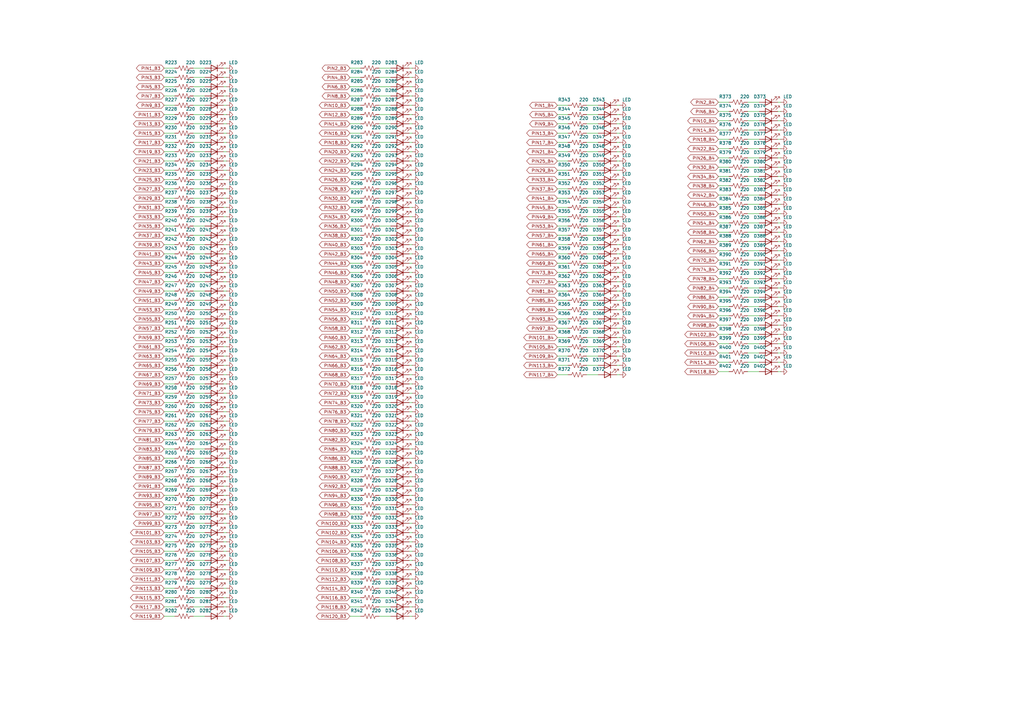
<source format=kicad_sch>
(kicad_sch (version 20231120) (generator "eeschema") (generator_version "8.0")
  (paper "A3")
  (wire (pts (xy 79.2992 226.06) (xy 84.0379 226.06)))
  (wire (pts (xy 167.8579 46.99) (xy 169.1279 46.99)))
  (wire (pts (xy 79.2992 168.91) (xy 84.0379 168.91)))
  (wire (pts (xy 155.4992 69.85) (xy 160.2379 69.85)))
  (wire (pts (xy 252.9479 81.28) (xy 254.2179 81.28)))
  (wire (pts (xy 79.2992 184.15) (xy 84.0379 184.15)))
  (wire (pts (xy 306.6292 129.54) (xy 311.3679 129.54)))
  (wire (pts (xy 167.8579 39.37) (xy 169.1279 39.37)))
  (wire (pts (xy 228.6 130.81) (xy 232.9692 130.81)))
  (wire (pts (xy 143.51 146.05) (xy 147.8792 146.05)))
  (wire (pts (xy 143.51 241.3) (xy 147.8792 241.3)))
  (wire (pts (xy 67.31 210.82) (xy 71.6792 210.82)))
  (wire (pts (xy 318.9879 68.58) (xy 320.2579 68.58)))
  (wire (pts (xy 67.31 81.28) (xy 71.6792 81.28)))
  (wire (pts (xy 143.51 81.28) (xy 147.8792 81.28)))
  (wire (pts (xy 143.51 130.81) (xy 147.8792 130.81)))
  (wire (pts (xy 294.64 121.92) (xy 299.0092 121.92)))
  (wire (pts (xy 79.2992 146.05) (xy 84.0379 146.05)))
  (wire (pts (xy 79.2992 39.37) (xy 84.0379 39.37)))
  (wire (pts (xy 91.6579 119.38) (xy 92.9279 119.38)))
  (wire (pts (xy 143.51 214.63) (xy 147.8792 214.63)))
  (wire (pts (xy 294.64 99.06) (xy 299.0092 99.06)))
  (wire (pts (xy 143.51 191.77) (xy 147.8792 191.77)))
  (wire (pts (xy 228.6 100.33) (xy 232.9692 100.33)))
  (wire (pts (xy 167.8579 252.73) (xy 169.1279 252.73)))
  (wire (pts (xy 67.31 46.99) (xy 71.6792 46.99)))
  (wire (pts (xy 294.64 87.63) (xy 299.0092 87.63)))
  (wire (pts (xy 79.2992 123.19) (xy 84.0379 123.19)))
  (wire (pts (xy 67.31 176.53) (xy 71.6792 176.53)))
  (wire (pts (xy 143.51 248.92) (xy 147.8792 248.92)))
  (wire (pts (xy 155.4992 207.01) (xy 160.2379 207.01)))
  (wire (pts (xy 167.8579 199.39) (xy 169.1279 199.39)))
  (wire (pts (xy 79.2992 187.96) (xy 84.0379 187.96)))
  (wire (pts (xy 240.5892 58.42) (xy 245.3279 58.42)))
  (wire (pts (xy 143.51 134.62) (xy 147.8792 134.62)))
  (wire (pts (xy 240.5892 142.24) (xy 245.3279 142.24)))
  (wire (pts (xy 167.8579 214.63) (xy 169.1279 214.63)))
  (wire (pts (xy 240.5892 43.18) (xy 245.3279 43.18)))
  (wire (pts (xy 67.31 43.18) (xy 71.6792 43.18)))
  (wire (pts (xy 67.31 252.73) (xy 71.6792 252.73)))
  (wire (pts (xy 79.2992 233.68) (xy 84.0379 233.68)))
  (wire (pts (xy 91.6579 252.73) (xy 92.9279 252.73)))
  (wire (pts (xy 143.51 199.39) (xy 147.8792 199.39)))
  (wire (pts (xy 252.9479 134.62) (xy 254.2179 134.62)))
  (wire (pts (xy 143.51 88.9) (xy 147.8792 88.9)))
  (wire (pts (xy 167.8579 115.57) (xy 169.1279 115.57)))
  (wire (pts (xy 318.9879 106.68) (xy 320.2579 106.68)))
  (wire (pts (xy 91.6579 81.28) (xy 92.9279 81.28)))
  (wire (pts (xy 318.9879 102.87) (xy 320.2579 102.87)))
  (wire (pts (xy 228.6 43.18) (xy 232.9692 43.18)))
  (wire (pts (xy 167.8579 138.43) (xy 169.1279 138.43)))
  (wire (pts (xy 79.2992 77.47) (xy 84.0379 77.47)))
  (wire (pts (xy 67.31 27.94) (xy 71.6792 27.94)))
  (wire (pts (xy 155.4992 203.2) (xy 160.2379 203.2)))
  (wire (pts (xy 167.8579 248.92) (xy 169.1279 248.92)))
  (wire (pts (xy 167.8579 187.96) (xy 169.1279 187.96)))
  (wire (pts (xy 306.6292 152.4) (xy 311.3679 152.4)))
  (wire (pts (xy 167.8579 157.48) (xy 169.1279 157.48)))
  (wire (pts (xy 79.2992 81.28) (xy 84.0379 81.28)))
  (wire (pts (xy 67.31 138.43) (xy 71.6792 138.43)))
  (wire (pts (xy 167.8579 35.56) (xy 169.1279 35.56)))
  (wire (pts (xy 79.2992 31.75) (xy 84.0379 31.75)))
  (wire (pts (xy 167.8579 100.33) (xy 169.1279 100.33)))
  (wire (pts (xy 91.6579 203.2) (xy 92.9279 203.2)))
  (wire (pts (xy 318.9879 95.25) (xy 320.2579 95.25)))
  (wire (pts (xy 252.9479 73.66) (xy 254.2179 73.66)))
  (wire (pts (xy 67.31 66.04) (xy 71.6792 66.04)))
  (wire (pts (xy 67.31 115.57) (xy 71.6792 115.57)))
  (wire (pts (xy 79.2992 85.09) (xy 84.0379 85.09)))
  (wire (pts (xy 91.6579 180.34) (xy 92.9279 180.34)))
  (wire (pts (xy 240.5892 46.99) (xy 245.3279 46.99)))
  (wire (pts (xy 79.2992 100.33) (xy 84.0379 100.33)))
  (wire (pts (xy 91.6579 168.91) (xy 92.9279 168.91)))
  (wire (pts (xy 306.6292 80.01) (xy 311.3679 80.01)))
  (wire (pts (xy 306.6292 110.49) (xy 311.3679 110.49)))
  (wire (pts (xy 79.2992 210.82) (xy 84.0379 210.82)))
  (wire (pts (xy 240.5892 92.71) (xy 245.3279 92.71)))
  (wire (pts (xy 79.2992 157.48) (xy 84.0379 157.48)))
  (wire (pts (xy 252.9479 153.67) (xy 254.2179 153.67)))
  (wire (pts (xy 79.2992 107.95) (xy 84.0379 107.95)))
  (wire (pts (xy 252.9479 123.19) (xy 254.2179 123.19)))
  (wire (pts (xy 167.8579 195.58) (xy 169.1279 195.58)))
  (wire (pts (xy 155.4992 222.25) (xy 160.2379 222.25)))
  (wire (pts (xy 252.9479 69.85) (xy 254.2179 69.85)))
  (wire (pts (xy 240.5892 50.8) (xy 245.3279 50.8)))
  (wire (pts (xy 155.4992 43.18) (xy 160.2379 43.18)))
  (wire (pts (xy 79.2992 35.56) (xy 84.0379 35.56)))
  (wire (pts (xy 155.4992 77.47) (xy 160.2379 77.47)))
  (wire (pts (xy 167.8579 62.23) (xy 169.1279 62.23)))
  (wire (pts (xy 155.4992 149.86) (xy 160.2379 149.86)))
  (wire (pts (xy 167.8579 119.38) (xy 169.1279 119.38)))
  (wire (pts (xy 167.8579 58.42) (xy 169.1279 58.42)))
  (wire (pts (xy 318.9879 87.63) (xy 320.2579 87.63)))
  (wire (pts (xy 79.2992 252.73) (xy 84.0379 252.73)))
  (wire (pts (xy 155.4992 96.52) (xy 160.2379 96.52)))
  (wire (pts (xy 79.2992 104.14) (xy 84.0379 104.14)))
  (wire (pts (xy 67.31 184.15) (xy 71.6792 184.15)))
  (wire (pts (xy 318.9879 80.01) (xy 320.2579 80.01)))
  (wire (pts (xy 143.51 153.67) (xy 147.8792 153.67)))
  (wire (pts (xy 306.6292 83.82) (xy 311.3679 83.82)))
  (wire (pts (xy 143.51 115.57) (xy 147.8792 115.57)))
  (wire (pts (xy 155.4992 142.24) (xy 160.2379 142.24)))
  (wire (pts (xy 240.5892 149.86) (xy 245.3279 149.86)))
  (wire (pts (xy 318.9879 144.78) (xy 320.2579 144.78)))
  (wire (pts (xy 252.9479 111.76) (xy 254.2179 111.76)))
  (wire (pts (xy 79.2992 165.1) (xy 84.0379 165.1)))
  (wire (pts (xy 143.51 43.18) (xy 147.8792 43.18)))
  (wire (pts (xy 143.51 157.48) (xy 147.8792 157.48)))
  (wire (pts (xy 143.51 184.15) (xy 147.8792 184.15)))
  (wire (pts (xy 91.6579 161.29) (xy 92.9279 161.29)))
  (wire (pts (xy 155.4992 35.56) (xy 160.2379 35.56)))
  (wire (pts (xy 155.4992 50.8) (xy 160.2379 50.8)))
  (wire (pts (xy 294.64 83.82) (xy 299.0092 83.82)))
  (wire (pts (xy 252.9479 146.05) (xy 254.2179 146.05)))
  (wire (pts (xy 67.31 153.67) (xy 71.6792 153.67)))
  (wire (pts (xy 318.9879 148.59) (xy 320.2579 148.59)))
  (wire (pts (xy 306.6292 87.63) (xy 311.3679 87.63)))
  (wire (pts (xy 79.2992 134.62) (xy 84.0379 134.62)))
  (wire (pts (xy 155.4992 81.28) (xy 160.2379 81.28)))
  (wire (pts (xy 167.8579 127) (xy 169.1279 127)))
  (wire (pts (xy 318.9879 60.96) (xy 320.2579 60.96)))
  (wire (pts (xy 294.64 118.11) (xy 299.0092 118.11)))
  (wire (pts (xy 228.6 146.05) (xy 232.9692 146.05)))
  (wire (pts (xy 91.6579 104.14) (xy 92.9279 104.14)))
  (wire (pts (xy 155.4992 248.92) (xy 160.2379 248.92)))
  (wire (pts (xy 143.51 142.24) (xy 147.8792 142.24)))
  (wire (pts (xy 91.6579 54.61) (xy 92.9279 54.61)))
  (wire (pts (xy 306.6292 140.97) (xy 311.3679 140.97)))
  (wire (pts (xy 306.6292 144.78) (xy 311.3679 144.78)))
  (wire (pts (xy 143.51 168.91) (xy 147.8792 168.91)))
  (wire (pts (xy 155.4992 214.63) (xy 160.2379 214.63)))
  (wire (pts (xy 294.64 41.91) (xy 299.0092 41.91)))
  (wire (pts (xy 143.51 226.06) (xy 147.8792 226.06)))
  (wire (pts (xy 143.51 69.85) (xy 147.8792 69.85)))
  (wire (pts (xy 155.4992 115.57) (xy 160.2379 115.57)))
  (wire (pts (xy 91.6579 191.77) (xy 92.9279 191.77)))
  (wire (pts (xy 79.2992 176.53) (xy 84.0379 176.53)))
  (wire (pts (xy 143.51 149.86) (xy 147.8792 149.86)))
  (wire (pts (xy 155.4992 85.09) (xy 160.2379 85.09)))
  (wire (pts (xy 67.31 149.86) (xy 71.6792 149.86)))
  (wire (pts (xy 306.6292 41.91) (xy 311.3679 41.91)))
  (wire (pts (xy 155.4992 73.66) (xy 160.2379 73.66)))
  (wire (pts (xy 306.6292 91.44) (xy 311.3679 91.44)))
  (wire (pts (xy 155.4992 153.67) (xy 160.2379 153.67)))
  (wire (pts (xy 79.2992 111.76) (xy 84.0379 111.76)))
  (wire (pts (xy 143.51 229.87) (xy 147.8792 229.87)))
  (wire (pts (xy 143.51 237.49) (xy 147.8792 237.49)))
  (wire (pts (xy 155.4992 237.49) (xy 160.2379 237.49)))
  (wire (pts (xy 167.8579 165.1) (xy 169.1279 165.1)))
  (wire (pts (xy 67.31 241.3) (xy 71.6792 241.3)))
  (wire (pts (xy 306.6292 72.39) (xy 311.3679 72.39)))
  (wire (pts (xy 240.5892 100.33) (xy 245.3279 100.33)))
  (wire (pts (xy 91.6579 43.18) (xy 92.9279 43.18)))
  (wire (pts (xy 167.8579 191.77) (xy 169.1279 191.77)))
  (wire (pts (xy 294.64 60.96) (xy 299.0092 60.96)))
  (wire (pts (xy 155.4992 54.61) (xy 160.2379 54.61)))
  (wire (pts (xy 91.6579 130.81) (xy 92.9279 130.81)))
  (wire (pts (xy 240.5892 85.09) (xy 245.3279 85.09)))
  (wire (pts (xy 306.6292 125.73) (xy 311.3679 125.73)))
  (wire (pts (xy 91.6579 107.95) (xy 92.9279 107.95)))
  (wire (pts (xy 91.6579 214.63) (xy 92.9279 214.63)))
  (wire (pts (xy 155.4992 165.1) (xy 160.2379 165.1)))
  (wire (pts (xy 67.31 58.42) (xy 71.6792 58.42)))
  (wire (pts (xy 155.4992 157.48) (xy 160.2379 157.48)))
  (wire (pts (xy 155.4992 111.76) (xy 160.2379 111.76)))
  (wire (pts (xy 228.6 88.9) (xy 232.9692 88.9)))
  (wire (pts (xy 167.8579 85.09) (xy 169.1279 85.09)))
  (wire (pts (xy 155.4992 58.42) (xy 160.2379 58.42)))
  (wire (pts (xy 155.4992 123.19) (xy 160.2379 123.19)))
  (wire (pts (xy 318.9879 64.77) (xy 320.2579 64.77)))
  (wire (pts (xy 318.9879 72.39) (xy 320.2579 72.39)))
  (wire (pts (xy 67.31 119.38) (xy 71.6792 119.38)))
  (wire (pts (xy 306.6292 57.15) (xy 311.3679 57.15)))
  (wire (pts (xy 143.51 161.29) (xy 147.8792 161.29)))
  (wire (pts (xy 79.2992 203.2) (xy 84.0379 203.2)))
  (wire (pts (xy 228.6 107.95) (xy 232.9692 107.95)))
  (wire (pts (xy 167.8579 210.82) (xy 169.1279 210.82)))
  (wire (pts (xy 67.31 195.58) (xy 71.6792 195.58)))
  (wire (pts (xy 167.8579 73.66) (xy 169.1279 73.66)))
  (wire (pts (xy 318.9879 41.91) (xy 320.2579 41.91)))
  (wire (pts (xy 167.8579 180.34) (xy 169.1279 180.34)))
  (wire (pts (xy 67.31 50.8) (xy 71.6792 50.8)))
  (wire (pts (xy 294.64 72.39) (xy 299.0092 72.39)))
  (wire (pts (xy 67.31 191.77) (xy 71.6792 191.77)))
  (wire (pts (xy 306.6292 99.06) (xy 311.3679 99.06)))
  (wire (pts (xy 67.31 203.2) (xy 71.6792 203.2)))
  (wire (pts (xy 155.4992 187.96) (xy 160.2379 187.96)))
  (wire (pts (xy 294.64 76.2) (xy 299.0092 76.2)))
  (wire (pts (xy 240.5892 153.67) (xy 245.3279 153.67)))
  (wire (pts (xy 91.6579 222.25) (xy 92.9279 222.25)))
  (wire (pts (xy 91.6579 248.92) (xy 92.9279 248.92)))
  (wire (pts (xy 228.6 85.09) (xy 232.9692 85.09)))
  (wire (pts (xy 67.31 233.68) (xy 71.6792 233.68)))
  (wire (pts (xy 67.31 165.1) (xy 71.6792 165.1)))
  (wire (pts (xy 318.9879 76.2) (xy 320.2579 76.2)))
  (wire (pts (xy 240.5892 62.23) (xy 245.3279 62.23)))
  (wire (pts (xy 91.6579 195.58) (xy 92.9279 195.58)))
  (wire (pts (xy 79.2992 229.87) (xy 84.0379 229.87)))
  (wire (pts (xy 91.6579 88.9) (xy 92.9279 88.9)))
  (wire (pts (xy 167.8579 161.29) (xy 169.1279 161.29)))
  (wire (pts (xy 240.5892 69.85) (xy 245.3279 69.85)))
  (wire (pts (xy 240.5892 96.52) (xy 245.3279 96.52)))
  (wire (pts (xy 91.6579 127) (xy 92.9279 127)))
  (wire (pts (xy 155.4992 229.87) (xy 160.2379 229.87)))
  (wire (pts (xy 79.2992 115.57) (xy 84.0379 115.57)))
  (wire (pts (xy 79.2992 218.44) (xy 84.0379 218.44)))
  (wire (pts (xy 79.2992 130.81) (xy 84.0379 130.81)))
  (wire (pts (xy 91.6579 111.76) (xy 92.9279 111.76)))
  (wire (pts (xy 167.8579 66.04) (xy 169.1279 66.04)))
  (wire (pts (xy 143.51 104.14) (xy 147.8792 104.14)))
  (wire (pts (xy 306.6292 95.25) (xy 311.3679 95.25)))
  (wire (pts (xy 91.6579 69.85) (xy 92.9279 69.85)))
  (wire (pts (xy 167.8579 111.76) (xy 169.1279 111.76)))
  (wire (pts (xy 79.2992 153.67) (xy 84.0379 153.67)))
  (wire (pts (xy 155.4992 180.34) (xy 160.2379 180.34)))
  (wire (pts (xy 67.31 142.24) (xy 71.6792 142.24)))
  (wire (pts (xy 67.31 218.44) (xy 71.6792 218.44)))
  (wire (pts (xy 318.9879 99.06) (xy 320.2579 99.06)))
  (wire (pts (xy 67.31 161.29) (xy 71.6792 161.29)))
  (wire (pts (xy 240.5892 130.81) (xy 245.3279 130.81)))
  (wire (pts (xy 294.64 102.87) (xy 299.0092 102.87)))
  (wire (pts (xy 79.2992 69.85) (xy 84.0379 69.85)))
  (wire (pts (xy 228.6 73.66) (xy 232.9692 73.66)))
  (wire (pts (xy 167.8579 241.3) (xy 169.1279 241.3)))
  (wire (pts (xy 306.6292 64.77) (xy 311.3679 64.77)))
  (wire (pts (xy 167.8579 134.62) (xy 169.1279 134.62)))
  (wire (pts (xy 91.6579 73.66) (xy 92.9279 73.66)))
  (wire (pts (xy 91.6579 66.04) (xy 92.9279 66.04)))
  (wire (pts (xy 91.6579 142.24) (xy 92.9279 142.24)))
  (wire (pts (xy 91.6579 92.71) (xy 92.9279 92.71)))
  (wire (pts (xy 155.4992 27.94) (xy 160.2379 27.94)))
  (wire (pts (xy 294.64 114.3) (xy 299.0092 114.3)))
  (wire (pts (xy 91.6579 58.42) (xy 92.9279 58.42)))
  (wire (pts (xy 91.6579 226.06) (xy 92.9279 226.06)))
  (wire (pts (xy 79.2992 54.61) (xy 84.0379 54.61)))
  (wire (pts (xy 294.64 45.72) (xy 299.0092 45.72)))
  (wire (pts (xy 252.9479 138.43) (xy 254.2179 138.43)))
  (wire (pts (xy 240.5892 134.62) (xy 245.3279 134.62)))
  (wire (pts (xy 79.2992 248.92) (xy 84.0379 248.92)))
  (wire (pts (xy 79.2992 195.58) (xy 84.0379 195.58)))
  (wire (pts (xy 228.6 119.38) (xy 232.9692 119.38)))
  (wire (pts (xy 252.9479 92.71) (xy 254.2179 92.71)))
  (wire (pts (xy 79.2992 66.04) (xy 84.0379 66.04)))
  (wire (pts (xy 79.2992 180.34) (xy 84.0379 180.34)))
  (wire (pts (xy 67.31 199.39) (xy 71.6792 199.39)))
  (wire (pts (xy 143.51 245.11) (xy 147.8792 245.11)))
  (wire (pts (xy 240.5892 123.19) (xy 245.3279 123.19)))
  (wire (pts (xy 143.51 180.34) (xy 147.8792 180.34)))
  (wire (pts (xy 252.9479 107.95) (xy 254.2179 107.95)))
  (wire (pts (xy 155.4992 245.11) (xy 160.2379 245.11)))
  (wire (pts (xy 228.6 96.52) (xy 232.9692 96.52)))
  (wire (pts (xy 167.8579 107.95) (xy 169.1279 107.95)))
  (wire (pts (xy 155.4992 134.62) (xy 160.2379 134.62)))
  (wire (pts (xy 155.4992 138.43) (xy 160.2379 138.43)))
  (wire (pts (xy 79.2992 142.24) (xy 84.0379 142.24)))
  (wire (pts (xy 155.4992 252.73) (xy 160.2379 252.73)))
  (wire (pts (xy 240.5892 66.04) (xy 245.3279 66.04)))
  (wire (pts (xy 67.31 168.91) (xy 71.6792 168.91)))
  (wire (pts (xy 294.64 68.58) (xy 299.0092 68.58)))
  (wire (pts (xy 91.6579 138.43) (xy 92.9279 138.43)))
  (wire (pts (xy 318.9879 45.72) (xy 320.2579 45.72)))
  (wire (pts (xy 67.31 157.48) (xy 71.6792 157.48)))
  (wire (pts (xy 318.9879 121.92) (xy 320.2579 121.92)))
  (wire (pts (xy 294.64 125.73) (xy 299.0092 125.73)))
  (wire (pts (xy 143.51 172.72) (xy 147.8792 172.72)))
  (wire (pts (xy 155.4992 218.44) (xy 160.2379 218.44)))
  (wire (pts (xy 79.2992 96.52) (xy 84.0379 96.52)))
  (wire (pts (xy 91.6579 218.44) (xy 92.9279 218.44)))
  (wire (pts (xy 306.6292 106.68) (xy 311.3679 106.68)))
  (wire (pts (xy 143.51 252.73) (xy 147.8792 252.73)))
  (wire (pts (xy 143.51 127) (xy 147.8792 127)))
  (wire (pts (xy 228.6 58.42) (xy 232.9692 58.42)))
  (wire (pts (xy 155.4992 146.05) (xy 160.2379 146.05)))
  (wire (pts (xy 306.6292 148.59) (xy 311.3679 148.59)))
  (wire (pts (xy 318.9879 49.53) (xy 320.2579 49.53)))
  (wire (pts (xy 79.2992 241.3) (xy 84.0379 241.3)))
  (wire (pts (xy 228.6 111.76) (xy 232.9692 111.76)))
  (wire (pts (xy 252.9479 85.09) (xy 254.2179 85.09)))
  (wire (pts (xy 294.64 64.77) (xy 299.0092 64.77)))
  (wire (pts (xy 228.6 77.47) (xy 232.9692 77.47)))
  (wire (pts (xy 294.64 106.68) (xy 299.0092 106.68)))
  (wire (pts (xy 318.9879 114.3) (xy 320.2579 114.3)))
  (wire (pts (xy 228.6 69.85) (xy 232.9692 69.85)))
  (wire (pts (xy 67.31 245.11) (xy 71.6792 245.11)))
  (wire (pts (xy 155.4992 233.68) (xy 160.2379 233.68)))
  (wire (pts (xy 294.64 91.44) (xy 299.0092 91.44)))
  (wire (pts (xy 91.6579 241.3) (xy 92.9279 241.3)))
  (wire (pts (xy 79.2992 138.43) (xy 84.0379 138.43)))
  (wire (pts (xy 143.51 107.95) (xy 147.8792 107.95)))
  (wire (pts (xy 91.6579 134.62) (xy 92.9279 134.62)))
  (wire (pts (xy 155.4992 92.71) (xy 160.2379 92.71)))
  (wire (pts (xy 294.64 129.54) (xy 299.0092 129.54)))
  (wire (pts (xy 155.4992 176.53) (xy 160.2379 176.53)))
  (wire (pts (xy 91.6579 157.48) (xy 92.9279 157.48)))
  (wire (pts (xy 155.4992 39.37) (xy 160.2379 39.37)))
  (wire (pts (xy 79.2992 149.86) (xy 84.0379 149.86)))
  (wire (pts (xy 252.9479 130.81) (xy 254.2179 130.81)))
  (wire (pts (xy 252.9479 119.38) (xy 254.2179 119.38)))
  (wire (pts (xy 155.4992 119.38) (xy 160.2379 119.38)))
  (wire (pts (xy 318.9879 83.82) (xy 320.2579 83.82)))
  (wire (pts (xy 318.9879 129.54) (xy 320.2579 129.54)))
  (wire (pts (xy 240.5892 104.14) (xy 245.3279 104.14)))
  (wire (pts (xy 240.5892 115.57) (xy 245.3279 115.57)))
  (wire (pts (xy 79.2992 172.72) (xy 84.0379 172.72)))
  (wire (pts (xy 294.64 140.97) (xy 299.0092 140.97)))
  (wire (pts (xy 79.2992 46.99) (xy 84.0379 46.99)))
  (wire (pts (xy 143.51 46.99) (xy 147.8792 46.99)))
  (wire (pts (xy 143.51 27.94) (xy 147.8792 27.94)))
  (wire (pts (xy 143.51 92.71) (xy 147.8792 92.71)))
  (wire (pts (xy 167.8579 229.87) (xy 169.1279 229.87)))
  (wire (pts (xy 67.31 88.9) (xy 71.6792 88.9)))
  (wire (pts (xy 67.31 31.75) (xy 71.6792 31.75)))
  (wire (pts (xy 167.8579 27.94) (xy 169.1279 27.94)))
  (wire (pts (xy 67.31 35.56) (xy 71.6792 35.56)))
  (wire (pts (xy 228.6 127) (xy 232.9692 127)))
  (wire (pts (xy 91.6579 100.33) (xy 92.9279 100.33)))
  (wire (pts (xy 167.8579 172.72) (xy 169.1279 172.72)))
  (wire (pts (xy 79.2992 161.29) (xy 84.0379 161.29)))
  (wire (pts (xy 91.6579 123.19) (xy 92.9279 123.19)))
  (wire (pts (xy 228.6 134.62) (xy 232.9692 134.62)))
  (wire (pts (xy 318.9879 118.11) (xy 320.2579 118.11)))
  (wire (pts (xy 67.31 96.52) (xy 71.6792 96.52)))
  (wire (pts (xy 155.4992 62.23) (xy 160.2379 62.23)))
  (wire (pts (xy 155.4992 191.77) (xy 160.2379 191.77)))
  (wire (pts (xy 143.51 111.76) (xy 147.8792 111.76)))
  (wire (pts (xy 306.6292 102.87) (xy 311.3679 102.87)))
  (wire (pts (xy 306.6292 49.53) (xy 311.3679 49.53)))
  (wire (pts (xy 91.6579 115.57) (xy 92.9279 115.57)))
  (wire (pts (xy 79.2992 88.9) (xy 84.0379 88.9)))
  (wire (pts (xy 240.5892 107.95) (xy 245.3279 107.95)))
  (wire (pts (xy 67.31 226.06) (xy 71.6792 226.06)))
  (wire (pts (xy 240.5892 146.05) (xy 245.3279 146.05)))
  (wire (pts (xy 294.64 95.25) (xy 299.0092 95.25)))
  (wire (pts (xy 91.6579 233.68) (xy 92.9279 233.68)))
  (wire (pts (xy 167.8579 237.49) (xy 169.1279 237.49)))
  (wire (pts (xy 228.6 104.14) (xy 232.9692 104.14)))
  (wire (pts (xy 79.2992 58.42) (xy 84.0379 58.42)))
  (wire (pts (xy 67.31 207.01) (xy 71.6792 207.01)))
  (wire (pts (xy 67.31 214.63) (xy 71.6792 214.63)))
  (wire (pts (xy 167.8579 233.68) (xy 169.1279 233.68)))
  (wire (pts (xy 79.2992 92.71) (xy 84.0379 92.71)))
  (wire (pts (xy 79.2992 237.49) (xy 84.0379 237.49)))
  (wire (pts (xy 155.4992 199.39) (xy 160.2379 199.39)))
  (wire (pts (xy 167.8579 184.15) (xy 169.1279 184.15)))
  (wire (pts (xy 91.6579 149.86) (xy 92.9279 149.86)))
  (wire (pts (xy 294.64 49.53) (xy 299.0092 49.53)))
  (wire (pts (xy 167.8579 142.24) (xy 169.1279 142.24)))
  (wire (pts (xy 167.8579 81.28) (xy 169.1279 81.28)))
  (wire (pts (xy 143.51 100.33) (xy 147.8792 100.33)))
  (wire (pts (xy 79.2992 127) (xy 84.0379 127)))
  (wire (pts (xy 67.31 187.96) (xy 71.6792 187.96)))
  (wire (pts (xy 306.6292 137.16) (xy 311.3679 137.16)))
  (wire (pts (xy 67.31 237.49) (xy 71.6792 237.49)))
  (wire (pts (xy 252.9479 96.52) (xy 254.2179 96.52)))
  (wire (pts (xy 306.6292 45.72) (xy 311.3679 45.72)))
  (wire (pts (xy 167.8579 149.86) (xy 169.1279 149.86)))
  (wire (pts (xy 252.9479 43.18) (xy 254.2179 43.18)))
  (wire (pts (xy 306.6292 68.58) (xy 311.3679 68.58)))
  (wire (pts (xy 67.31 100.33) (xy 71.6792 100.33)))
  (wire (pts (xy 228.6 81.28) (xy 232.9692 81.28)))
  (wire (pts (xy 318.9879 53.34) (xy 320.2579 53.34)))
  (wire (pts (xy 91.6579 165.1) (xy 92.9279 165.1)))
  (wire (pts (xy 252.9479 104.14) (xy 254.2179 104.14)))
  (wire (pts (xy 143.51 66.04) (xy 147.8792 66.04)))
  (wire (pts (xy 91.6579 153.67) (xy 92.9279 153.67)))
  (wire (pts (xy 294.64 148.59) (xy 299.0092 148.59)))
  (wire (pts (xy 67.31 123.19) (xy 71.6792 123.19)))
  (wire (pts (xy 79.2992 199.39) (xy 84.0379 199.39)))
  (wire (pts (xy 91.6579 35.56) (xy 92.9279 35.56)))
  (wire (pts (xy 294.64 53.34) (xy 299.0092 53.34)))
  (wire (pts (xy 91.6579 184.15) (xy 92.9279 184.15)))
  (wire (pts (xy 155.4992 127) (xy 160.2379 127)))
  (wire (pts (xy 91.6579 245.11) (xy 92.9279 245.11)))
  (wire (pts (xy 228.6 62.23) (xy 232.9692 62.23)))
  (wire (pts (xy 252.9479 54.61) (xy 254.2179 54.61)))
  (wire (pts (xy 91.6579 187.96) (xy 92.9279 187.96)))
  (wire (pts (xy 91.6579 229.87) (xy 92.9279 229.87)))
  (wire (pts (xy 67.31 172.72) (xy 71.6792 172.72)))
  (wire (pts (xy 91.6579 77.47) (xy 92.9279 77.47)))
  (wire (pts (xy 67.31 69.85) (xy 71.6792 69.85)))
  (wire (pts (xy 167.8579 96.52) (xy 169.1279 96.52)))
  (wire (pts (xy 67.31 222.25) (xy 71.6792 222.25)))
  (wire (pts (xy 143.51 123.19) (xy 147.8792 123.19)))
  (wire (pts (xy 167.8579 77.47) (xy 169.1279 77.47)))
  (wire (pts (xy 318.9879 110.49) (xy 320.2579 110.49)))
  (wire (pts (xy 318.9879 57.15) (xy 320.2579 57.15)))
  (wire (pts (xy 167.8579 176.53) (xy 169.1279 176.53)))
  (wire (pts (xy 155.4992 88.9) (xy 160.2379 88.9)))
  (wire (pts (xy 228.6 46.99) (xy 232.9692 46.99)))
  (wire (pts (xy 228.6 149.86) (xy 232.9692 149.86)))
  (wire (pts (xy 167.8579 153.67) (xy 169.1279 153.67)))
  (wire (pts (xy 167.8579 92.71) (xy 169.1279 92.71)))
  (wire (pts (xy 143.51 195.58) (xy 147.8792 195.58)))
  (wire (pts (xy 67.31 130.81) (xy 71.6792 130.81)))
  (wire (pts (xy 167.8579 207.01) (xy 169.1279 207.01)))
  (wire (pts (xy 79.2992 119.38) (xy 84.0379 119.38)))
  (wire (pts (xy 306.6292 121.92) (xy 311.3679 121.92)))
  (wire (pts (xy 155.4992 31.75) (xy 160.2379 31.75)))
  (wire (pts (xy 228.6 54.61) (xy 232.9692 54.61)))
  (wire (pts (xy 143.51 50.8) (xy 147.8792 50.8)))
  (wire (pts (xy 294.64 133.35) (xy 299.0092 133.35)))
  (wire (pts (xy 143.51 176.53) (xy 147.8792 176.53)))
  (wire (pts (xy 91.6579 27.94) (xy 92.9279 27.94)))
  (wire (pts (xy 67.31 107.95) (xy 71.6792 107.95)))
  (wire (pts (xy 79.2992 222.25) (xy 84.0379 222.25)))
  (wire (pts (xy 318.9879 133.35) (xy 320.2579 133.35)))
  (wire (pts (xy 143.51 207.01) (xy 147.8792 207.01)))
  (wire (pts (xy 143.51 222.25) (xy 147.8792 222.25)))
  (wire (pts (xy 252.9479 50.8) (xy 254.2179 50.8)))
  (wire (pts (xy 228.6 92.71) (xy 232.9692 92.71)))
  (wire (pts (xy 155.4992 226.06) (xy 160.2379 226.06)))
  (wire (pts (xy 143.51 233.68) (xy 147.8792 233.68)))
  (wire (pts (xy 167.8579 104.14) (xy 169.1279 104.14)))
  (wire (pts (xy 306.6292 133.35) (xy 311.3679 133.35)))
  (wire (pts (xy 155.4992 107.95) (xy 160.2379 107.95)))
  (wire (pts (xy 67.31 104.14) (xy 71.6792 104.14)))
  (wire (pts (xy 167.8579 146.05) (xy 169.1279 146.05)))
  (wire (pts (xy 91.6579 172.72) (xy 92.9279 172.72)))
  (wire (pts (xy 318.9879 125.73) (xy 320.2579 125.73)))
  (wire (pts (xy 318.9879 137.16) (xy 320.2579 137.16)))
  (wire (pts (xy 155.4992 241.3) (xy 160.2379 241.3)))
  (wire (pts (xy 79.2992 245.11) (xy 84.0379 245.11)))
  (wire (pts (xy 67.31 248.92) (xy 71.6792 248.92)))
  (wire (pts (xy 167.8579 43.18) (xy 169.1279 43.18)))
  (wire (pts (xy 294.64 137.16) (xy 299.0092 137.16)))
  (wire (pts (xy 67.31 146.05) (xy 71.6792 146.05)))
  (wire (pts (xy 167.8579 123.19) (xy 169.1279 123.19)))
  (wire (pts (xy 67.31 229.87) (xy 71.6792 229.87)))
  (wire (pts (xy 67.31 54.61) (xy 71.6792 54.61)))
  (wire (pts (xy 252.9479 88.9) (xy 254.2179 88.9)))
  (wire (pts (xy 143.51 85.09) (xy 147.8792 85.09)))
  (wire (pts (xy 143.51 119.38) (xy 147.8792 119.38)))
  (wire (pts (xy 155.4992 66.04) (xy 160.2379 66.04)))
  (wire (pts (xy 155.4992 104.14) (xy 160.2379 104.14)))
  (wire (pts (xy 240.5892 81.28) (xy 245.3279 81.28)))
  (wire (pts (xy 240.5892 119.38) (xy 245.3279 119.38)))
  (wire (pts (xy 167.8579 69.85) (xy 169.1279 69.85)))
  (wire (pts (xy 240.5892 88.9) (xy 245.3279 88.9)))
  (wire (pts (xy 155.4992 184.15) (xy 160.2379 184.15)))
  (wire (pts (xy 228.6 123.19) (xy 232.9692 123.19)))
  (wire (pts (xy 155.4992 161.29) (xy 160.2379 161.29)))
  (wire (pts (xy 67.31 73.66) (xy 71.6792 73.66)))
  (wire (pts (xy 143.51 58.42) (xy 147.8792 58.42)))
  (wire (pts (xy 79.2992 43.18) (xy 84.0379 43.18)))
  (wire (pts (xy 240.5892 77.47) (xy 245.3279 77.47)))
  (wire (pts (xy 167.8579 88.9) (xy 169.1279 88.9)))
  (wire (pts (xy 91.6579 237.49) (xy 92.9279 237.49)))
  (wire (pts (xy 67.31 134.62) (xy 71.6792 134.62)))
  (wire (pts (xy 240.5892 54.61) (xy 245.3279 54.61)))
  (wire (pts (xy 91.6579 210.82) (xy 92.9279 210.82)))
  (wire (pts (xy 143.51 218.44) (xy 147.8792 218.44)))
  (wire (pts (xy 91.6579 176.53) (xy 92.9279 176.53)))
  (wire (pts (xy 240.5892 73.66) (xy 245.3279 73.66)))
  (wire (pts (xy 252.9479 127) (xy 254.2179 127)))
  (wire (pts (xy 143.51 62.23) (xy 147.8792 62.23)))
  (wire (pts (xy 167.8579 168.91) (xy 169.1279 168.91)))
  (wire (pts (xy 79.2992 191.77) (xy 84.0379 191.77)))
  (wire (pts (xy 155.4992 210.82) (xy 160.2379 210.82)))
  (wire (pts (xy 167.8579 54.61) (xy 169.1279 54.61)))
  (wire (pts (xy 143.51 187.96) (xy 147.8792 187.96)))
  (wire (pts (xy 155.4992 46.99) (xy 160.2379 46.99)))
  (wire (pts (xy 167.8579 50.8) (xy 169.1279 50.8)))
  (wire (pts (xy 79.2992 27.94) (xy 84.0379 27.94)))
  (wire (pts (xy 167.8579 130.81) (xy 169.1279 130.81)))
  (wire (pts (xy 143.51 138.43) (xy 147.8792 138.43)))
  (wire (pts (xy 228.6 142.24) (xy 232.9692 142.24)))
  (wire (pts (xy 252.9479 77.47) (xy 254.2179 77.47)))
  (wire (pts (xy 91.6579 62.23) (xy 92.9279 62.23)))
  (wire (pts (xy 240.5892 138.43) (xy 245.3279 138.43)))
  (wire (pts (xy 318.9879 152.4) (xy 320.2579 152.4)))
  (wire (pts (xy 79.2992 73.66) (xy 84.0379 73.66)))
  (wire (pts (xy 306.6292 53.34) (xy 311.3679 53.34)))
  (wire (pts (xy 167.8579 222.25) (xy 169.1279 222.25)))
  (wire (pts (xy 252.9479 142.24) (xy 254.2179 142.24)))
  (wire (pts (xy 79.2992 62.23) (xy 84.0379 62.23)))
  (wire (pts (xy 79.2992 50.8) (xy 84.0379 50.8)))
  (wire (pts (xy 240.5892 111.76) (xy 245.3279 111.76)))
  (wire (pts (xy 167.8579 226.06) (xy 169.1279 226.06)))
  (wire (pts (xy 228.6 138.43) (xy 232.9692 138.43)))
  (wire (pts (xy 155.4992 130.81) (xy 160.2379 130.81)))
  (wire (pts (xy 91.6579 199.39) (xy 92.9279 199.39)))
  (wire (pts (xy 79.2992 207.01) (xy 84.0379 207.01)))
  (wire (pts (xy 306.6292 60.96) (xy 311.3679 60.96)))
  (wire (pts (xy 228.6 153.67) (xy 232.9692 153.67)))
  (wire (pts (xy 79.2992 214.63) (xy 84.0379 214.63)))
  (wire (pts (xy 167.8579 218.44) (xy 169.1279 218.44)))
  (wire (pts (xy 294.64 110.49) (xy 299.0092 110.49)))
  (wire (pts (xy 67.31 39.37) (xy 71.6792 39.37)))
  (wire (pts (xy 143.51 203.2) (xy 147.8792 203.2)))
  (wire (pts (xy 167.8579 203.2) (xy 169.1279 203.2)))
  (wire (pts (xy 91.6579 85.09) (xy 92.9279 85.09)))
  (wire (pts (xy 143.51 54.61) (xy 147.8792 54.61)))
  (wire (pts (xy 143.51 96.52) (xy 147.8792 96.52)))
  (wire (pts (xy 143.51 31.75) (xy 147.8792 31.75)))
  (wire (pts (xy 294.64 57.15) (xy 299.0092 57.15)))
  (wire (pts (xy 67.31 127) (xy 71.6792 127)))
  (wire (pts (xy 155.4992 195.58) (xy 160.2379 195.58)))
  (wire (pts (xy 306.6292 76.2) (xy 311.3679 76.2)))
  (wire (pts (xy 91.6579 39.37) (xy 92.9279 39.37)))
  (wire (pts (xy 228.6 66.04) (xy 232.9692 66.04)))
  (wire (pts (xy 155.4992 168.91) (xy 160.2379 168.91)))
  (wire (pts (xy 91.6579 31.75) (xy 92.9279 31.75)))
  (wire (pts (xy 252.9479 62.23) (xy 254.2179 62.23)))
  (wire (pts (xy 155.4992 172.72) (xy 160.2379 172.72)))
  (wire (pts (xy 67.31 85.09) (xy 71.6792 85.09)))
  (wire (pts (xy 143.51 73.66) (xy 147.8792 73.66)))
  (wire (pts (xy 143.51 77.47) (xy 147.8792 77.47)))
  (wire (pts (xy 167.8579 31.75) (xy 169.1279 31.75)))
  (wire (pts (xy 143.51 165.1) (xy 147.8792 165.1)))
  (wire (pts (xy 252.9479 66.04) (xy 254.2179 66.04)))
  (wire (pts (xy 306.6292 118.11) (xy 311.3679 118.11)))
  (wire (pts (xy 252.9479 100.33) (xy 254.2179 100.33)))
  (wire (pts (xy 91.6579 46.99) (xy 92.9279 46.99)))
  (wire (pts (xy 318.9879 140.97) (xy 320.2579 140.97)))
  (wire (pts (xy 67.31 180.34) (xy 71.6792 180.34)))
  (wire (pts (xy 228.6 115.57) (xy 232.9692 115.57)))
  (wire (pts (xy 143.51 35.56) (xy 147.8792 35.56)))
  (wire (pts (xy 91.6579 207.01) (xy 92.9279 207.01)))
  (wire (pts (xy 67.31 92.71) (xy 71.6792 92.71)))
  (wire (pts (xy 228.6 50.8) (xy 232.9692 50.8)))
  (wire (pts (xy 91.6579 96.52) (xy 92.9279 96.52)))
  (wire (pts (xy 294.64 80.01) (xy 299.0092 80.01)))
  (wire (pts (xy 240.5892 127) (xy 245.3279 127)))
  (wire (pts (xy 67.31 62.23) (xy 71.6792 62.23)))
  (wire (pts (xy 155.4992 100.33) (xy 160.2379 100.33)))
  (wire (pts (xy 318.9879 91.44) (xy 320.2579 91.44)))
  (wire (pts (xy 67.31 77.47) (xy 71.6792 77.47)))
  (wire (pts (xy 91.6579 146.05) (xy 92.9279 146.05)))
  (wire (pts (xy 252.9479 149.86) (xy 254.2179 149.86)))
  (wire (pts (xy 143.51 39.37) (xy 147.8792 39.37)))
  (wire (pts (xy 252.9479 115.57) (xy 254.2179 115.57)))
  (wire (pts (xy 143.51 210.82) (xy 147.8792 210.82)))
  (wire (pts (xy 252.9479 58.42) (xy 254.2179 58.42)))
  (wire (pts (xy 167.8579 245.11) (xy 169.1279 245.11)))
  (wire (pts (xy 294.64 144.78) (xy 299.0092 144.78)))
  (wire (pts (xy 67.31 111.76) (xy 71.6792 111.76)))
  (wire (pts (xy 252.9479 46.99) (xy 254.2179 46.99)))
  (wire (pts (xy 306.6292 114.3) (xy 311.3679 114.3)))
  (wire (pts (xy 294.64 152.4) (xy 299.0092 152.4)))
  (wire (pts (xy 91.6579 50.8) (xy 92.9279 50.8)))
  (global_label "PIN21_B4" (shape bidirectional) (at 228.6 62.23 180) (property "Intersheetrefs" "${INTERSHEET_REFS}" (effects (hide yes))))
  (global_label "PIN53_B4" (shape bidirectional) (at 228.6 92.71 180) (property "Intersheetrefs" "${INTERSHEET_REFS}" (effects (hide yes))))
  (global_label "PIN57_B4" (shape bidirectional) (at 228.6 96.52 180) (property "Intersheetrefs" "${INTERSHEET_REFS}" (effects (hide yes))))
  (global_label "PIN73_B4" (shape bidirectional) (at 228.6 111.76 180) (property "Intersheetrefs" "${INTERSHEET_REFS}" (effects (hide yes))))
  (global_label "PIN106_B4" (shape bidirectional) (at 294.64 140.97 180) (property "Intersheetrefs" "${INTERSHEET_REFS}" (effects (hide yes))))
  (global_label "PIN95_B3" (shape bidirectional) (at 67.31 207.01 180) (property "Intersheetrefs" "${INTERSHEET_REFS}" (effects (hide yes))))
  (global_label "PIN37_B4" (shape bidirectional) (at 228.6 77.47 180) (property "Intersheetrefs" "${INTERSHEET_REFS}" (effects (hide yes))))
  (global_label "PIN108_B3" (shape bidirectional) (at 143.51 229.87 180) (property "Intersheetrefs" "${INTERSHEET_REFS}" (effects (hide yes))))
  (global_label "PIN68_B3" (shape bidirectional) (at 143.51 153.67 180) (property "Intersheetrefs" "${INTERSHEET_REFS}" (effects (hide yes))))
  (global_label "PIN15_B3" (shape bidirectional) (at 67.31 54.61 180) (property "Intersheetrefs" "${INTERSHEET_REFS}" (effects (hide yes))))
  (global_label "PIN64_B3" (shape bidirectional) (at 143.51 146.05 180) (property "Intersheetrefs" "${INTERSHEET_REFS}" (effects (hide yes))))
  (global_label "PIN110_B3" (shape bidirectional) (at 143.51 233.68 180) (property "Intersheetrefs" "${INTERSHEET_REFS}" (effects (hide yes))))
  (global_label "PIN101_B4" (shape bidirectional) (at 228.6 138.43 180) (property "Intersheetrefs" "${INTERSHEET_REFS}" (effects (hide yes))))
  (global_label "PIN119_B3" (shape bidirectional) (at 67.31 252.73 180) (property "Intersheetrefs" "${INTERSHEET_REFS}" (effects (hide yes))))
  (global_label "PIN20_B3" (shape bidirectional) (at 143.51 62.23 180) (property "Intersheetrefs" "${INTERSHEET_REFS}" (effects (hide yes))))
  (global_label "PIN63_B3" (shape bidirectional) (at 67.31 146.05 180) (property "Intersheetrefs" "${INTERSHEET_REFS}" (effects (hide yes))))
  (global_label "PIN17_B3" (shape bidirectional) (at 67.31 58.42 180) (property "Intersheetrefs" "${INTERSHEET_REFS}" (effects (hide yes))))
  (global_label "PIN77_B3" (shape bidirectional) (at 67.31 172.72 180) (property "Intersheetrefs" "${INTERSHEET_REFS}" (effects (hide yes))))
  (global_label "PIN94_B3" (shape bidirectional) (at 143.51 203.2 180) (property "Intersheetrefs" "${INTERSHEET_REFS}" (effects (hide yes))))
  (global_label "PIN58_B4" (shape bidirectional) (at 294.64 95.25 180) (property "Intersheetrefs" "${INTERSHEET_REFS}" (effects (hide yes))))
  (global_label "PIN87_B3" (shape bidirectional) (at 67.31 191.77 180) (property "Intersheetrefs" "${INTERSHEET_REFS}" (effects (hide yes))))
  (global_label "PIN38_B3" (shape bidirectional) (at 143.51 96.52 180) (property "Intersheetrefs" "${INTERSHEET_REFS}" (effects (hide yes))))
  (global_label "PIN116_B3" (shape bidirectional) (at 143.51 245.11 180) (property "Intersheetrefs" "${INTERSHEET_REFS}" (effects (hide yes))))
  (global_label "PIN94_B4" (shape bidirectional) (at 294.64 129.54 180) (property "Intersheetrefs" "${INTERSHEET_REFS}" (effects (hide yes))))
  (global_label "PIN16_B3" (shape bidirectional) (at 143.51 54.61 180) (property "Intersheetrefs" "${INTERSHEET_REFS}" (effects (hide yes))))
  (global_label "PIN50_B4" (shape bidirectional) (at 294.64 87.63 180) (property "Intersheetrefs" "${INTERSHEET_REFS}" (effects (hide yes))))
  (global_label "PIN65_B4" (shape bidirectional) (at 228.6 104.14 180) (property "Intersheetrefs" "${INTERSHEET_REFS}" (effects (hide yes))))
  (global_label "PIN92_B3" (shape bidirectional) (at 143.51 199.39 180) (property "Intersheetrefs" "${INTERSHEET_REFS}" (effects (hide yes))))
  (global_label "PIN69_B4" (shape bidirectional) (at 228.6 107.95 180) (property "Intersheetrefs" "${INTERSHEET_REFS}" (effects (hide yes))))
  (global_label "PIN32_B3" (shape bidirectional) (at 143.51 85.09 180) (property "Intersheetrefs" "${INTERSHEET_REFS}" (effects (hide yes))))
  (global_label "PIN59_B3" (shape bidirectional) (at 67.31 138.43 180) (property "Intersheetrefs" "${INTERSHEET_REFS}" (effects (hide yes))))
  (global_label "PIN107_B3" (shape bidirectional) (at 67.31 229.87 180) (property "Intersheetrefs" "${INTERSHEET_REFS}" (effects (hide yes))))
  (global_label "PIN93_B4" (shape bidirectional) (at 228.6 130.81 180) (property "Intersheetrefs" "${INTERSHEET_REFS}" (effects (hide yes))))
  (global_label "PIN104_B3" (shape bidirectional) (at 143.51 222.25 180) (property "Intersheetrefs" "${INTERSHEET_REFS}" (effects (hide yes))))
  (global_label "PIN37_B3" (shape bidirectional) (at 67.31 96.52 180) (property "Intersheetrefs" "${INTERSHEET_REFS}" (effects (hide yes))))
  (global_label "PIN33_B4" (shape bidirectional) (at 228.6 73.66 180) (property "Intersheetrefs" "${INTERSHEET_REFS}" (effects (hide yes))))
  (global_label "PIN117_B3" (shape bidirectional) (at 67.31 248.92 180) (property "Intersheetrefs" "${INTERSHEET_REFS}" (effects (hide yes))))
  (global_label "PIN54_B4" (shape bidirectional) (at 294.64 91.44 180) (property "Intersheetrefs" "${INTERSHEET_REFS}" (effects (hide yes))))
  (global_label "PIN84_B3" (shape bidirectional) (at 143.51 184.15 180) (property "Intersheetrefs" "${INTERSHEET_REFS}" (effects (hide yes))))
  (global_label "PIN61_B3" (shape bidirectional) (at 67.31 142.24 180) (property "Intersheetrefs" "${INTERSHEET_REFS}" (effects (hide yes))))
  (global_label "PIN10_B3" (shape bidirectional) (at 143.51 43.18 180) (property "Intersheetrefs" "${INTERSHEET_REFS}" (effects (hide yes))))
  (global_label "PIN120_B3" (shape bidirectional) (at 143.51 252.73 180) (property "Intersheetrefs" "${INTERSHEET_REFS}" (effects (hide yes))))
  (global_label "PIN47_B3" (shape bidirectional) (at 67.31 115.57 180) (property "Intersheetrefs" "${INTERSHEET_REFS}" (effects (hide yes))))
  (global_label "PIN114_B4" (shape bidirectional) (at 294.64 148.59 180) (property "Intersheetrefs" "${INTERSHEET_REFS}" (effects (hide yes))))
  (global_label "PIN102_B3" (shape bidirectional) (at 143.51 218.44 180) (property "Intersheetrefs" "${INTERSHEET_REFS}" (effects (hide yes))))
  (global_label "PIN30_B3" (shape bidirectional) (at 143.51 81.28 180) (property "Intersheetrefs" "${INTERSHEET_REFS}" (effects (hide yes))))
  (global_label "PIN5_B3" (shape bidirectional) (at 67.31 35.56 180) (property "Intersheetrefs" "${INTERSHEET_REFS}" (effects (hide yes))))
  (global_label "PIN117_B4" (shape bidirectional) (at 228.6 153.67 180) (property "Intersheetrefs" "${INTERSHEET_REFS}" (effects (hide yes))))
  (global_label "PIN80_B3" (shape bidirectional) (at 143.51 176.53 180) (property "Intersheetrefs" "${INTERSHEET_REFS}" (effects (hide yes))))
  (global_label "PIN98_B3" (shape bidirectional) (at 143.51 210.82 180) (property "Intersheetrefs" "${INTERSHEET_REFS}" (effects (hide yes))))
  (global_label "PIN57_B3" (shape bidirectional) (at 67.31 134.62 180) (property "Intersheetrefs" "${INTERSHEET_REFS}" (effects (hide yes))))
  (global_label "PIN4_B3" (shape bidirectional) (at 143.51 31.75 180) (property "Intersheetrefs" "${INTERSHEET_REFS}" (effects (hide yes))))
  (global_label "PIN53_B3" (shape bidirectional) (at 67.31 127 180) (property "Intersheetrefs" "${INTERSHEET_REFS}" (effects (hide yes))))
  (global_label "PIN26_B4" (shape bidirectional) (at 294.64 64.77 180) (property "Intersheetrefs" "${INTERSHEET_REFS}" (effects (hide yes))))
  (global_label "PIN118_B4" (shape bidirectional) (at 294.64 152.4 180) (property "Intersheetrefs" "${INTERSHEET_REFS}" (effects (hide yes))))
  (global_label "PIN49_B4" (shape bidirectional) (at 228.6 88.9 180) (property "Intersheetrefs" "${INTERSHEET_REFS}" (effects (hide yes))))
  (global_label "PIN77_B4" (shape bidirectional) (at 228.6 115.57 180) (property "Intersheetrefs" "${INTERSHEET_REFS}" (effects (hide yes))))
  (global_label "PIN115_B3" (shape bidirectional) (at 67.31 245.11 180) (property "Intersheetrefs" "${INTERSHEET_REFS}" (effects (hide yes))))
  (global_label "PIN56_B3" (shape bidirectional) (at 143.51 130.81 180) (property "Intersheetrefs" "${INTERSHEET_REFS}" (effects (hide yes))))
  (global_label "PIN22_B3" (shape bidirectional) (at 143.51 66.04 180) (property "Intersheetrefs" "${INTERSHEET_REFS}" (effects (hide yes))))
  (global_label "PIN88_B3" (shape bidirectional) (at 143.51 191.77 180) (property "Intersheetrefs" "${INTERSHEET_REFS}" (effects (hide yes))))
  (global_label "PIN18_B3" (shape bidirectional) (at 143.51 58.42 180) (property "Intersheetrefs" "${INTERSHEET_REFS}" (effects (hide yes))))
  (global_label "PIN55_B3" (shape bidirectional) (at 67.31 130.81 180) (property "Intersheetrefs" "${INTERSHEET_REFS}" (effects (hide yes))))
  (global_label "PIN91_B3" (shape bidirectional) (at 67.31 199.39 180) (property "Intersheetrefs" "${INTERSHEET_REFS}" (effects (hide yes))))
  (global_label "PIN42_B4" (shape bidirectional) (at 294.64 80.01 180) (property "Intersheetrefs" "${INTERSHEET_REFS}" (effects (hide yes))))
  (global_label "PIN90_B3" (shape bidirectional) (at 143.51 195.58 180) (property "Intersheetrefs" "${INTERSHEET_REFS}" (effects (hide yes))))
  (global_label "PIN18_B4" (shape bidirectional) (at 294.64 57.15 180) (property "Intersheetrefs" "${INTERSHEET_REFS}" (effects (hide yes))))
  (global_label "PIN118_B3" (shape bidirectional) (at 143.51 248.92 180) (property "Intersheetrefs" "${INTERSHEET_REFS}" (effects (hide yes))))
  (global_label "PIN99_B3" (shape bidirectional) (at 67.31 214.63 180) (property "Intersheetrefs" "${INTERSHEET_REFS}" (effects (hide yes))))
  (global_label "PIN34_B4" (shape bidirectional) (at 294.64 72.39 180) (property "Intersheetrefs" "${INTERSHEET_REFS}" (effects (hide yes))))
  (global_label "PIN79_B3" (shape bidirectional) (at 67.31 176.53 180) (property "Intersheetrefs" "${INTERSHEET_REFS}" (effects (hide yes))))
  (global_label "PIN7_B3" (shape bidirectional) (at 67.31 39.37 180) (property "Intersheetrefs" "${INTERSHEET_REFS}" (effects (hide yes))))
  (global_label "PIN28_B3" (shape bidirectional) (at 143.51 77.47 180) (property "Intersheetrefs" "${INTERSHEET_REFS}" (effects (hide yes))))
  (global_label "PIN96_B3" (shape bidirectional) (at 143.51 207.01 180) (property "Intersheetrefs" "${INTERSHEET_REFS}" (effects (hide yes))))
  (global_label "PIN58_B3" (shape bidirectional) (at 143.51 134.62 180) (property "Intersheetrefs" "${INTERSHEET_REFS}" (effects (hide yes))))
  (global_label "PIN66_B4" (shape bidirectional) (at 294.64 102.87 180) (property "Intersheetrefs" "${INTERSHEET_REFS}" (effects (hide yes))))
  (global_label "PIN102_B4" (shape bidirectional) (at 294.64 137.16 180) (property "Intersheetrefs" "${INTERSHEET_REFS}" (effects (hide yes))))
  (global_label "PIN36_B3" (shape bidirectional) (at 143.51 92.71 180) (property "Intersheetrefs" "${INTERSHEET_REFS}" (effects (hide yes))))
  (global_label "PIN46_B3" (shape bidirectional) (at 143.51 111.76 180) (property "Intersheetrefs" "${INTERSHEET_REFS}" (effects (hide yes))))
  (global_label "PIN33_B3" (shape bidirectional) (at 67.31 88.9 180) (property "Intersheetrefs" "${INTERSHEET_REFS}" (effects (hide yes))))
  (global_label "PIN50_B3" (shape bidirectional) (at 143.51 119.38 180) (property "Intersheetrefs" "${INTERSHEET_REFS}" (effects (hide yes))))
  (global_label "PIN85_B4" (shape bidirectional) (at 228.6 123.19 180) (property "Intersheetrefs" "${INTERSHEET_REFS}" (effects (hide yes))))
  (global_label "PIN41_B3" (shape bidirectional) (at 67.31 104.14 180) (property "Intersheetrefs" "${INTERSHEET_REFS}" (effects (hide yes))))
  (global_label "PIN26_B3" (shape bidirectional) (at 143.51 73.66 180) (property "Intersheetrefs" "${INTERSHEET_REFS}" (effects (hide yes))))
  (global_label "PIN62_B4" (shape bidirectional) (at 294.64 99.06 180) (property "Intersheetrefs" "${INTERSHEET_REFS}" (effects (hide yes))))
  (global_label "PIN43_B3" (shape bidirectional) (at 67.31 107.95 180) (property "Intersheetrefs" "${INTERSHEET_REFS}" (effects (hide yes))))
  (global_label "PIN30_B4" (shape bidirectional) (at 294.64 68.58 180) (property "Intersheetrefs" "${INTERSHEET_REFS}" (effects (hide yes))))
  (global_label "PIN83_B3" (shape bidirectional) (at 67.31 184.15 180) (property "Intersheetrefs" "${INTERSHEET_REFS}" (effects (hide yes))))
  (global_label "PIN73_B3" (shape bidirectional) (at 67.31 165.1 180) (property "Intersheetrefs" "${INTERSHEET_REFS}" (effects (hide yes))))
  (global_label "PIN75_B3" (shape bidirectional) (at 67.31 168.91 180) (property "Intersheetrefs" "${INTERSHEET_REFS}" (effects (hide yes))))
  (global_label "PIN13_B3" (shape bidirectional) (at 67.31 50.8 180) (property "Intersheetrefs" "${INTERSHEET_REFS}" (effects (hide yes))))
  (global_label "PIN27_B3" (shape bidirectional) (at 67.31 77.47 180) (property "Intersheetrefs" "${INTERSHEET_REFS}" (effects (hide yes))))
  (global_label "PIN86_B4" (shape bidirectional) (at 294.64 121.92 180) (property "Intersheetrefs" "${INTERSHEET_REFS}" (effects (hide yes))))
  (global_label "PIN25_B4" (shape bidirectional) (at 228.6 66.04 180) (property "Intersheetrefs" "${INTERSHEET_REFS}" (effects (hide yes))))
  (global_label "PIN89_B3" (shape bidirectional) (at 67.31 195.58 180) (property "Intersheetrefs" "${INTERSHEET_REFS}" (effects (hide yes))))
  (global_label "PIN86_B3" (shape bidirectional) (at 143.51 187.96 180) (property "Intersheetrefs" "${INTERSHEET_REFS}" (effects (hide yes))))
  (global_label "PIN46_B4" (shape bidirectional) (at 294.64 83.82 180) (property "Intersheetrefs" "${INTERSHEET_REFS}" (effects (hide yes))))
  (global_label "PIN52_B3" (shape bidirectional) (at 143.51 123.19 180) (property "Intersheetrefs" "${INTERSHEET_REFS}" (effects (hide yes))))
  (global_label "PIN97_B4" (shape bidirectional) (at 228.6 134.62 180) (property "Intersheetrefs" "${INTERSHEET_REFS}" (effects (hide yes))))
  (global_label "PIN1_B3" (shape bidirectional) (at 67.31 27.94 180) (property "Intersheetrefs" "${INTERSHEET_REFS}" (effects (hide yes))))
  (global_label "PIN10_B4" (shape bidirectional) (at 294.64 49.53 180) (property "Intersheetrefs" "${INTERSHEET_REFS}" (effects (hide yes))))
  (global_label "PIN66_B3" (shape bidirectional) (at 143.51 149.86 180) (property "Intersheetrefs" "${INTERSHEET_REFS}" (effects (hide yes))))
  (global_label "PIN101_B3" (shape bidirectional) (at 67.31 218.44 180) (property "Intersheetrefs" "${INTERSHEET_REFS}" (effects (hide yes))))
  (global_label "PIN48_B3" (shape bidirectional) (at 143.51 115.57 180) (property "Intersheetrefs" "${INTERSHEET_REFS}" (effects (hide yes))))
  (global_label "PIN62_B3" (shape bidirectional) (at 143.51 142.24 180) (property "Intersheetrefs" "${INTERSHEET_REFS}" (effects (hide yes))))
  (global_label "PIN45_B3" (shape bidirectional) (at 67.31 111.76 180) (property "Intersheetrefs" "${INTERSHEET_REFS}" (effects (hide yes))))
  (global_label "PIN9_B4" (shape bidirectional) (at 228.6 50.8 180) (property "Intersheetrefs" "${INTERSHEET_REFS}" (effects (hide yes))))
  (global_label "PIN12_B3" (shape bidirectional) (at 143.51 46.99 180) (property "Intersheetrefs" "${INTERSHEET_REFS}" (effects (hide yes))))
  (global_label "PIN106_B3" (shape bidirectional) (at 143.51 226.06 180) (property "Intersheetrefs" "${INTERSHEET_REFS}" (effects (hide yes))))
  (global_label "PIN90_B4" (shape bidirectional) (at 294.64 125.73 180) (property "Intersheetrefs" "${INTERSHEET_REFS}" (effects (hide yes))))
  (global_label "PIN2_B4" (shape bidirectional) (at 294.64 41.91 180) (property "Intersheetrefs" "${INTERSHEET_REFS}" (effects (hide yes))))
  (global_label "PIN22_B4" (shape bidirectional) (at 294.64 60.96 180) (property "Intersheetrefs" "${INTERSHEET_REFS}" (effects (hide yes))))
  (global_label "PIN98_B4" (shape bidirectional) (at 294.64 133.35 180) (property "Intersheetrefs" "${INTERSHEET_REFS}" (effects (hide yes))))
  (global_label "PIN42_B3" (shape bidirectional) (at 143.51 104.14 180) (property "Intersheetrefs" "${INTERSHEET_REFS}" (effects (hide yes))))
  (global_label "PIN78_B4" (shape bidirectional) (at 294.64 114.3 180) (property "Intersheetrefs" "${INTERSHEET_REFS}" (effects (hide yes))))
  (global_label "PIN81_B4" (shape bidirectional) (at 228.6 119.38 180) (property "Intersheetrefs" "${INTERSHEET_REFS}" (effects (hide yes))))
  (global_label "PIN70_B4" (shape bidirectional) (at 294.64 106.68 180) (property "Intersheetrefs" "${INTERSHEET_REFS}" (effects (hide yes))))
  (global_label "PIN60_B3" (shape bidirectional) (at 143.51 138.43 180) (property "Intersheetrefs" "${INTERSHEET_REFS}" (effects (hide yes))))
  (global_label "PIN8_B3" (shape bidirectional) (at 143.51 39.37 180) (property "Intersheetrefs" "${INTERSHEET_REFS}" (effects (hide yes))))
  (global_label "PIN109_B3" (shape bidirectional) (at 67.31 233.68 180) (property "Intersheetrefs" "${INTERSHEET_REFS}" (effects (hide yes))))
  (global_label "PIN51_B3" (shape bidirectional) (at 67.31 123.19 180) (property "Intersheetrefs" "${INTERSHEET_REFS}" (effects (hide yes))))
  (global_label "PIN89_B4" (shape bidirectional) (at 228.6 127 180) (property "Intersheetrefs" "${INTERSHEET_REFS}" (effects (hide yes))))
  (global_label "PIN93_B3" (shape bidirectional) (at 67.31 203.2 180) (property "Intersheetrefs" "${INTERSHEET_REFS}" (effects (hide yes))))
  (global_label "PIN61_B4" (shape bidirectional) (at 228.6 100.33 180) (property "Intersheetrefs" "${INTERSHEET_REFS}" (effects (hide yes))))
  (global_label "PIN71_B3" (shape bidirectional) (at 67.31 161.29 180) (property "Intersheetrefs" "${INTERSHEET_REFS}" (effects (hide yes))))
  (global_label "PIN65_B3" (shape bidirectional) (at 67.31 149.86 180) (property "Intersheetrefs" "${INTERSHEET_REFS}" (effects (hide yes))))
  (global_label "PIN103_B3" (shape bidirectional) (at 67.31 222.25 180) (property "Intersheetrefs" "${INTERSHEET_REFS}" (effects (hide yes))))
  (global_label "PIN6_B3" (shape bidirectional) (at 143.51 35.56 180) (property "Intersheetrefs" "${INTERSHEET_REFS}" (effects (hide yes))))
  (global_label "PIN5_B4" (shape bidirectional) (at 228.6 46.99 180) (property "Intersheetrefs" "${INTERSHEET_REFS}" (effects (hide yes))))
  (global_label "PIN81_B3" (shape bidirectional) (at 67.31 180.34 180) (property "Intersheetrefs" "${INTERSHEET_REFS}" (effects (hide yes))))
  (global_label "PIN35_B3" (shape bidirectional) (at 67.31 92.71 180) (property "Intersheetrefs" "${INTERSHEET_REFS}" (effects (hide yes))))
  (global_label "PIN110_B4" (shape bidirectional) (at 294.64 144.78 180) (property "Intersheetrefs" "${INTERSHEET_REFS}" (effects (hide yes))))
  (global_label "PIN85_B3" (shape bidirectional) (at 67.31 187.96 180) (property "Intersheetrefs" "${INTERSHEET_REFS}" (effects (hide yes))))
  (global_label "PIN112_B3" (shape bidirectional) (at 143.51 237.49 180) (property "Intersheetrefs" "${INTERSHEET_REFS}" (effects (hide yes))))
  (global_label "PIN72_B3" (shape bidirectional) (at 143.51 161.29 180) (property "Intersheetrefs" "${INTERSHEET_REFS}" (effects (hide yes))))
  (global_label "PIN19_B3" (shape bidirectional) (at 67.31 62.23 180) (property "Intersheetrefs" "${INTERSHEET_REFS}" (effects (hide yes))))
  (global_label "PIN14_B3" (shape bidirectional) (at 143.51 50.8 180) (property "Intersheetrefs" "${INTERSHEET_REFS}" (effects (hide yes))))
  (global_label "PIN25_B3" (shape bidirectional) (at 67.31 73.66 180) (property "Intersheetrefs" "${INTERSHEET_REFS}" (effects (hide yes))))
  (global_label "PIN78_B3" (shape bidirectional) (at 143.51 172.72 180) (property "Intersheetrefs" "${INTERSHEET_REFS}" (effects (hide yes))))
  (global_label "PIN23_B3" (shape bidirectional) (at 67.31 69.85 180) (property "Intersheetrefs" "${INTERSHEET_REFS}" (effects (hide yes))))
  (global_label "PIN105_B4" (shape bidirectional) (at 228.6 142.24 180) (property "Intersheetrefs" "${INTERSHEET_REFS}" (effects (hide yes))))
  (global_label "PIN31_B3" (shape bidirectional) (at 67.31 85.09 180) (property "Intersheetrefs" "${INTERSHEET_REFS}" (effects (hide yes))))
  (global_label "PIN105_B3" (shape bidirectional) (at 67.31 226.06 180) (property "Intersheetrefs" "${INTERSHEET_REFS}" (effects (hide yes))))
  (global_label "PIN76_B3" (shape bidirectional) (at 143.51 168.91 180) (property "Intersheetrefs" "${INTERSHEET_REFS}" (effects (hide yes))))
  (global_label "PIN39_B3" (shape bidirectional) (at 67.31 100.33 180) (property "Intersheetrefs" "${INTERSHEET_REFS}" (effects (hide yes))))
  (global_label "PIN3_B3" (shape bidirectional) (at 67.31 31.75 180) (property "Intersheetrefs" "${INTERSHEET_REFS}" (effects (hide yes))))
  (global_label "PIN109_B4" (shape bidirectional) (at 228.6 146.05 180) (property "Intersheetrefs" "${INTERSHEET_REFS}" (effects (hide yes))))
  (global_label "PIN14_B4" (shape bidirectional) (at 294.64 53.34 180) (property "Intersheetrefs" "${INTERSHEET_REFS}" (effects (hide yes))))
  (global_label "PIN34_B3" (shape bidirectional) (at 143.51 88.9 180) (property "Intersheetrefs" "${INTERSHEET_REFS}" (effects (hide yes))))
  (global_label "PIN21_B3" (shape bidirectional) (at 67.31 66.04 180) (property "Intersheetrefs" "${INTERSHEET_REFS}" (effects (hide yes))))
  (global_label "PIN1_B4" (shape bidirectional) (at 228.6 43.18 180) (property "Intersheetrefs" "${INTERSHEET_REFS}" (effects (hide yes))))
  (global_label "PIN100_B3" (shape bidirectional) (at 143.51 214.63 180) (property "Intersheetrefs" "${INTERSHEET_REFS}" (effects (hide yes))))
  (global_label "PIN45_B4" (shape bidirectional) (at 228.6 85.09 180) (property "Intersheetrefs" "${INTERSHEET_REFS}" (effects (hide yes))))
  (global_label "PIN24_B3" (shape bidirectional) (at 143.51 69.85 180) (property "Intersheetrefs" "${INTERSHEET_REFS}" (effects (hide yes))))
  (global_label "PIN17_B4" (shape bidirectional) (at 228.6 58.42 180) (property "Intersheetrefs" "${INTERSHEET_REFS}" (effects (hide yes))))
  (global_label "PIN29_B4" (shape bidirectional) (at 228.6 69.85 180) (property "Intersheetrefs" "${INTERSHEET_REFS}" (effects (hide yes))))
  (global_label "PIN82_B3" (shape bidirectional) (at 143.51 180.34 180) (property "Intersheetrefs" "${INTERSHEET_REFS}" (effects (hide yes))))
  (global_label "PIN29_B3" (shape bidirectional) (at 67.31 81.28 180) (property "Intersheetrefs" "${INTERSHEET_REFS}" (effects (hide yes))))
  (global_label "PIN114_B3" (shape bidirectional) (at 143.51 241.3 180) (property "Intersheetrefs" "${INTERSHEET_REFS}" (effects (hide yes))))
  (global_label "PIN41_B4" (shape bidirectional) (at 228.6 81.28 180) (property "Intersheetrefs" "${INTERSHEET_REFS}" (effects (hide yes))))
  (global_label "PIN111_B3" (shape bidirectional) (at 67.31 237.49 180) (property "Intersheetrefs" "${INTERSHEET_REFS}" (effects (hide yes))))
  (global_label "PIN11_B3" (shape bidirectional) (at 67.31 46.99 180) (property "Intersheetrefs" "${INTERSHEET_REFS}" (effects (hide yes))))
  (global_label "PIN13_B4" (shape bidirectional) (at 228.6 54.61 180) (property "Intersheetrefs" "${INTERSHEET_REFS}" (effects (hide yes))))
  (global_label "PIN69_B3" (shape bidirectional) (at 67.31 157.48 180) (property "Intersheetrefs" "${INTERSHEET_REFS}" (effects (hide yes))))
  (global_label "PIN113_B3" (shape bidirectional) (at 67.31 241.3 180) (property "Intersheetrefs" "${INTERSHEET_REFS}" (effects (hide yes))))
  (global_label "PIN97_B3" (shape bidirectional) (at 67.31 210.82 180) (property "Intersheetrefs" "${INTERSHEET_REFS}" (effects (hide yes))))
  (global_label "PIN70_B3" (shape bidirectional) (at 143.51 157.48 180) (property "Intersheetrefs" "${INTERSHEET_REFS}" (effects (hide yes))))
  (global_label "PIN9_B3" (shape bidirectional) (at 67.31 43.18 180) (property "Intersheetrefs" "${INTERSHEET_REFS}" (effects (hide yes))))
  (global_label "PIN6_B4" (shape bidirectional) (at 294.64 45.72 180) (property "Intersheetrefs" "${INTERSHEET_REFS}" (effects (hide yes))))
  (global_label "PIN113_B4" (shape bidirectional) (at 228.6 149.86 180) (property "Intersheetrefs" "${INTERSHEET_REFS}" (effects (hide yes))))
  (global_label "PIN54_B3" (shape bidirectional) (at 143.51 127 180) (property "Intersheetrefs" "${INTERSHEET_REFS}" (effects (hide yes))))
  (global_label "PIN40_B3" (shape bidirectional) (at 143.51 100.33 180) (property "Intersheetrefs" "${INTERSHEET_REFS}" (effects (hide yes))))
  (global_label "PIN2_B3" (shape bidirectional) (at 143.51 27.94 180) (property "Intersheetrefs" "${INTERSHEET_REFS}" (effects (hide yes))))
  (global_label "PIN82_B4" (shape bidirectional) (at 294.64 118.11 180) (property "Intersheetrefs" "${INTERSHEET_REFS}" (effects (hide yes))))
  (global_label "PIN49_B3" (shape bidirectional) (at 67.31 119.38 180) (property "Intersheetrefs" "${INTERSHEET_REFS}" (effects (hide yes))))
  (global_label "PIN74_B4" (shape bidirectional) (at 294.64 110.49 180) (property "Intersheetrefs" "${INTERSHEET_REFS}" (effects (hide yes))))
  (global_label "PIN44_B3" (shape bidirectional) (at 143.51 107.95 180) (property "Intersheetrefs" "${INTERSHEET_REFS}" (effects (hide yes))))
  (global_label "PIN67_B3" (shape bidirectional) (at 67.31 153.67 180) (property "Intersheetrefs" "${INTERSHEET_REFS}" (effects (hide yes))))
  (global_label "PIN38_B4" (shape bidirectional) (at 294.64 76.2 180) (property "Intersheetrefs" "${INTERSHEET_REFS}" (effects (hide yes))))
  (global_label "PIN74_B3" (shape bidirectional) (at 143.51 165.1 180) (property "Intersheetrefs" "${INTERSHEET_REFS}" (effects (hide yes))))
  (symbol (lib_id "Device:R_US") (at 75.4892 161.29 270) (unit 1)
    (property "Reference" "R258" (at 72.6952 159.004 90) (effects (justify right)))
    (property "Value" "220" (at 80.0612 159.004 90) (effects (justify right)))
    (property "Description" "Resistor, US symbol" (effects (hide yes)))
  )
  (symbol (lib_id "Device:R_US") (at 75.4892 248.92 270) (unit 1)
    (property "Reference" "R281" (at 72.6952 246.634 90) (effects (justify right)))
    (property "Value" "220" (at 80.0612 246.634 90) (effects (justify right)))
    (property "Description" "Resistor, US symbol" (effects (hide yes)))
  )
  (symbol (lib_id "Device:R_US") (at 151.6892 248.92 270) (unit 1)
    (property "Reference" "R341" (at 148.8952 246.634 90) (effects (justify right)))
    (property "Value" "220" (at 156.2612 246.634 90) (effects (justify right)))
    (property "Description" "Resistor, US symbol" (effects (hide yes)))
  )
  (symbol (lib_id "power:GND") (at 169.1279 180.34 90) (unit 1)
    (property "Reference" "#PWR0385" (effects (hide yes)))
    (property "Value" "GND" (effects (hide yes)))
    (property "Description" "Power symbol creates a global label with name \"GND\" , ground" (effects (hide yes)))
  )
  (symbol (lib_id "Device:R_US") (at 236.7792 153.67 270) (unit 1)
    (property "Reference" "R372" (at 233.9852 151.384 90) (effects (justify right)))
    (property "Value" "220" (at 241.3512 151.384 90) (effects (justify right)))
    (property "Description" "Resistor, US symbol" (effects (hide yes)))
  )
  (symbol (lib_id "power:GND") (at 169.1279 43.18 90) (unit 1)
    (property "Reference" "#PWR0349" (effects (hide yes)))
    (property "Value" "GND" (effects (hide yes)))
    (property "Description" "Power symbol creates a global label with name \"GND\" , ground" (effects (hide yes)))
  )
  (symbol (lib_id "Device:LED") (at 164.0479 39.37 180) (unit 1)
    (property "Reference" "D286" (at 160.4919 37.084 0))
    (property "Value" "LED" (at 171.9219 37.084 0))
    (property "Description" "Light emitting diode" (effects (hide yes)))
  )
  (symbol (lib_id "Device:R_US") (at 236.7792 100.33 270) (unit 1)
    (property "Reference" "R358" (at 233.9852 98.044 90) (effects (justify right)))
    (property "Value" "220" (at 241.3512 98.044 90) (effects (justify right)))
    (property "Description" "Resistor, US symbol" (effects (hide yes)))
  )
  (symbol (lib_id "power:GND") (at 92.9279 203.2 90) (unit 1)
    (property "Reference" "#PWR0329" (effects (hide yes)))
    (property "Value" "GND" (effects (hide yes)))
    (property "Description" "Power symbol creates a global label with name \"GND\" , ground" (effects (hide yes)))
  )
  (symbol (lib_id "Device:R_US") (at 151.6892 100.33 270) (unit 1)
    (property "Reference" "R302" (at 148.8952 98.044 90) (effects (justify right)))
    (property "Value" "220" (at 156.2612 98.044 90) (effects (justify right)))
    (property "Description" "Resistor, US symbol" (effects (hide yes)))
  )
  (symbol (lib_id "Device:LED") (at 87.8479 134.62 180) (unit 1)
    (property "Reference" "D251" (at 84.2919 132.334 0))
    (property "Value" "LED" (at 95.7219 132.334 0))
    (property "Description" "Light emitting diode" (effects (hide yes)))
  )
  (symbol (lib_id "Device:LED") (at 315.1779 99.06 180) (unit 1)
    (property "Reference" "D388" (at 311.6219 96.774 0))
    (property "Value" "LED" (at 323.0519 96.774 0))
    (property "Description" "Light emitting diode" (effects (hide yes)))
  )
  (symbol (lib_id "power:GND") (at 169.1279 134.62 90) (unit 1)
    (property "Reference" "#PWR0373" (effects (hide yes)))
    (property "Value" "GND" (effects (hide yes)))
    (property "Description" "Power symbol creates a global label with name \"GND\" , ground" (effects (hide yes)))
  )
  (symbol (lib_id "Device:LED") (at 164.0479 226.06 180) (unit 1)
    (property "Reference" "D335" (at 160.4919 223.774 0))
    (property "Value" "LED" (at 171.9219 223.774 0))
    (property "Description" "Light emitting diode" (effects (hide yes)))
  )
  (symbol (lib_id "Device:LED") (at 249.1379 43.18 180) (unit 1)
    (property "Reference" "D343" (at 245.5819 40.894 0))
    (property "Value" "LED" (at 257.0119 40.894 0))
    (property "Description" "Light emitting diode" (effects (hide yes)))
  )
  (symbol (lib_id "power:GND") (at 169.1279 168.91 90) (unit 1)
    (property "Reference" "#PWR0382" (effects (hide yes)))
    (property "Value" "GND" (effects (hide yes)))
    (property "Description" "Power symbol creates a global label with name \"GND\" , ground" (effects (hide yes)))
  )
  (symbol (lib_id "Device:R_US") (at 75.4892 92.71 270) (unit 1)
    (property "Reference" "R240" (at 72.6952 90.424 90) (effects (justify right)))
    (property "Value" "220" (at 80.0612 90.424 90) (effects (justify right)))
    (property "Description" "Resistor, US symbol" (effects (hide yes)))
  )
  (symbol (lib_id "Device:LED") (at 87.8479 161.29 180) (unit 1)
    (property "Reference" "D258" (at 84.2919 159.004 0))
    (property "Value" "LED" (at 95.7219 159.004 0))
    (property "Description" "Light emitting diode" (effects (hide yes)))
  )
  (symbol (lib_id "power:GND") (at 169.1279 138.43 90) (unit 1)
    (property "Reference" "#PWR0374" (effects (hide yes)))
    (property "Value" "GND" (effects (hide yes)))
    (property "Description" "Power symbol creates a global label with name \"GND\" , ground" (effects (hide yes)))
  )
  (symbol (lib_id "Device:R_US") (at 236.7792 130.81 270) (unit 1)
    (property "Reference" "R366" (at 233.9852 128.524 90) (effects (justify right)))
    (property "Value" "220" (at 241.3512 128.524 90) (effects (justify right)))
    (property "Description" "Resistor, US symbol" (effects (hide yes)))
  )
  (symbol (lib_id "Device:LED") (at 164.0479 149.86 180) (unit 1)
    (property "Reference" "D315" (at 160.4919 147.574 0))
    (property "Value" "LED" (at 171.9219 147.574 0))
    (property "Description" "Light emitting diode" (effects (hide yes)))
  )
  (symbol (lib_id "Device:R_US") (at 151.6892 172.72 270) (unit 1)
    (property "Reference" "R321" (at 148.8952 170.434 90) (effects (justify right)))
    (property "Value" "220" (at 156.2612 170.434 90) (effects (justify right)))
    (property "Description" "Resistor, US symbol" (effects (hide yes)))
  )
  (symbol (lib_id "Device:LED") (at 87.8479 168.91 180) (unit 1)
    (property "Reference" "D260" (at 84.2919 166.624 0))
    (property "Value" "LED" (at 95.7219 166.624 0))
    (property "Description" "Light emitting diode" (effects (hide yes)))
  )
  (symbol (lib_id "Device:R_US") (at 236.7792 119.38 270) (unit 1)
    (property "Reference" "R363" (at 233.9852 117.094 90) (effects (justify right)))
    (property "Value" "220" (at 241.3512 117.094 90) (effects (justify right)))
    (property "Description" "Resistor, US symbol" (effects (hide yes)))
  )
  (symbol (lib_id "Device:LED") (at 315.1779 118.11 180) (unit 1)
    (property "Reference" "D393" (at 311.6219 115.824 0))
    (property "Value" "LED" (at 323.0519 115.824 0))
    (property "Description" "Light emitting diode" (effects (hide yes)))
  )
  (symbol (lib_id "Device:R_US") (at 151.6892 31.75 270) (unit 1)
    (property "Reference" "R284" (at 148.8952 29.464 90) (effects (justify right)))
    (property "Value" "220" (at 156.2612 29.464 90) (effects (justify right)))
    (property "Description" "Resistor, US symbol" (effects (hide yes)))
  )
  (symbol (lib_id "Device:LED") (at 87.8479 35.56 180) (unit 1)
    (property "Reference" "D225" (at 84.2919 33.274 0))
    (property "Value" "LED" (at 95.7219 33.274 0))
    (property "Description" "Light emitting diode" (effects (hide yes)))
  )
  (symbol (lib_id "Device:LED") (at 249.1379 46.99 180) (unit 1)
    (property "Reference" "D344" (at 245.5819 44.704 0))
    (property "Value" "LED" (at 257.0119 44.704 0))
    (property "Description" "Light emitting diode" (effects (hide yes)))
  )
  (symbol (lib_id "Device:LED") (at 87.8479 123.19 180) (unit 1)
    (property "Reference" "D248" (at 84.2919 120.904 0))
    (property "Value" "LED" (at 95.7219 120.904 0))
    (property "Description" "Light emitting diode" (effects (hide yes)))
  )
  (symbol (lib_id "Device:LED") (at 315.1779 137.16 180) (unit 1)
    (property "Reference" "D398" (at 311.6219 134.874 0))
    (property "Value" "LED" (at 323.0519 134.874 0))
    (property "Description" "Light emitting diode" (effects (hide yes)))
  )
  (symbol (lib_id "power:GND") (at 92.9279 165.1 90) (unit 1)
    (property "Reference" "#PWR0319" (effects (hide yes)))
    (property "Value" "GND" (effects (hide yes)))
    (property "Description" "Power symbol creates a global label with name \"GND\" , ground" (effects (hide yes)))
  )
  (symbol (lib_id "power:GND") (at 320.2579 49.53 90) (unit 1)
    (property "Reference" "#PWR0437" (effects (hide yes)))
    (property "Value" "GND" (effects (hide yes)))
    (property "Description" "Power symbol creates a global label with name \"GND\" , ground" (effects (hide yes)))
  )
  (symbol (lib_id "power:GND") (at 92.9279 195.58 90) (unit 1)
    (property "Reference" "#PWR0327" (effects (hide yes)))
    (property "Value" "GND" (effects (hide yes)))
    (property "Description" "Power symbol creates a global label with name \"GND\" , ground" (effects (hide yes)))
  )
  (symbol (lib_id "Device:R_US") (at 75.4892 119.38 270) (unit 1)
    (property "Reference" "R247" (at 72.6952 117.094 90) (effects (justify right)))
    (property "Value" "220" (at 80.0612 117.094 90) (effects (justify right)))
    (property "Description" "Resistor, US symbol" (effects (hide yes)))
  )
  (symbol (lib_id "Device:LED") (at 315.1779 45.72 180) (unit 1)
    (property "Reference" "D374" (at 311.6219 43.434 0))
    (property "Value" "LED" (at 323.0519 43.434 0))
    (property "Description" "Light emitting diode" (effects (hide yes)))
  )
  (symbol (lib_id "Device:LED") (at 87.8479 207.01 180) (unit 1)
    (property "Reference" "D270" (at 84.2919 204.724 0))
    (property "Value" "LED" (at 95.7219 204.724 0))
    (property "Description" "Light emitting diode" (effects (hide yes)))
  )
  (symbol (lib_id "Device:R_US") (at 75.4892 233.68 270) (unit 1)
    (property "Reference" "R277" (at 72.6952 231.394 90) (effects (justify right)))
    (property "Value" "220" (at 80.0612 231.394 90) (effects (justify right)))
    (property "Description" "Resistor, US symbol" (effects (hide yes)))
  )
  (symbol (lib_id "power:GND") (at 92.9279 187.96 90) (unit 1)
    (property "Reference" "#PWR0325" (effects (hide yes)))
    (property "Value" "GND" (effects (hide yes)))
    (property "Description" "Power symbol creates a global label with name \"GND\" , ground" (effects (hide yes)))
  )
  (symbol (lib_id "Device:R_US") (at 236.7792 43.18 270) (unit 1)
    (property "Reference" "R343" (at 233.9852 40.894 90) (effects (justify right)))
    (property "Value" "220" (at 241.3512 40.894 90) (effects (justify right)))
    (property "Description" "Resistor, US symbol" (effects (hide yes)))
  )
  (symbol (lib_id "power:GND") (at 92.9279 73.66 90) (unit 1)
    (property "Reference" "#PWR0295" (effects (hide yes)))
    (property "Value" "GND" (effects (hide yes)))
    (property "Description" "Power symbol creates a global label with name \"GND\" , ground" (effects (hide yes)))
  )
  (symbol (lib_id "power:GND") (at 169.1279 58.42 90) (unit 1)
    (property "Reference" "#PWR0353" (effects (hide yes)))
    (property "Value" "GND" (effects (hide yes)))
    (property "Description" "Power symbol creates a global label with name \"GND\" , ground" (effects (hide yes)))
  )
  (symbol (lib_id "Device:R_US") (at 151.6892 127 270) (unit 1)
    (property "Reference" "R309" (at 148.8952 124.714 90) (effects (justify right)))
    (property "Value" "220" (at 156.2612 124.714 90) (effects (justify right)))
    (property "Description" "Resistor, US symbol" (effects (hide yes)))
  )
  (symbol (lib_id "Device:R_US") (at 75.4892 149.86 270) (unit 1)
    (property "Reference" "R255" (at 72.6952 147.574 90) (effects (justify right)))
    (property "Value" "220" (at 80.0612 147.574 90) (effects (justify right)))
    (property "Description" "Resistor, US symbol" (effects (hide yes)))
  )
  (symbol (lib_id "Device:LED") (at 315.1779 152.4 180) (unit 1)
    (property "Reference" "D402" (at 311.6219 150.114 0))
    (property "Value" "LED" (at 323.0519 150.114 0))
    (property "Description" "Light emitting diode" (effects (hide yes)))
  )
  (symbol (lib_id "Device:LED") (at 164.0479 85.09 180) (unit 1)
    (property "Reference" "D298" (at 160.4919 82.804 0))
    (property "Value" "LED" (at 171.9219 82.804 0))
    (property "Description" "Light emitting diode" (effects (hide yes)))
  )
  (symbol (lib_id "Device:LED") (at 164.0479 69.85 180) (unit 1)
    (property "Reference" "D294" (at 160.4919 67.564 0))
    (property "Value" "LED" (at 171.9219 67.564 0))
    (property "Description" "Light emitting diode" (effects (hide yes)))
  )
  (symbol (lib_id "Device:R_US") (at 302.8192 80.01 270) (unit 1)
    (property "Reference" "R383" (at 300.0252 77.724 90) (effects (justify right)))
    (property "Value" "220" (at 307.3912 77.724 90) (effects (justify right)))
    (property "Description" "Resistor, US symbol" (effects (hide yes)))
  )
  (symbol (lib_id "power:GND") (at 254.2179 134.62 90) (unit 1)
    (property "Reference" "#PWR0429" (effects (hide yes)))
    (property "Value" "GND" (effects (hide yes)))
    (property "Description" "Power symbol creates a global label with name \"GND\" , ground" (effects (hide yes)))
  )
  (symbol (lib_id "Device:LED") (at 164.0479 222.25 180) (unit 1)
    (property "Reference" "D334" (at 160.4919 219.964 0))
    (property "Value" "LED" (at 171.9219 219.964 0))
    (property "Description" "Light emitting diode" (effects (hide yes)))
  )
  (symbol (lib_id "Device:LED") (at 87.8479 210.82 180) (unit 1)
    (property "Reference" "D271" (at 84.2919 208.534 0))
    (property "Value" "LED" (at 95.7219 208.534 0))
    (property "Description" "Light emitting diode" (effects (hide yes)))
  )
  (symbol (lib_id "Device:R_US") (at 75.4892 39.37 270) (unit 1)
    (property "Reference" "R226" (at 72.6952 37.084 90) (effects (justify right)))
    (property "Value" "220" (at 80.0612 37.084 90) (effects (justify right)))
    (property "Description" "Resistor, US symbol" (effects (hide yes)))
  )
  (symbol (lib_id "Device:LED") (at 164.0479 142.24 180) (unit 1)
    (property "Reference" "D313" (at 160.4919 139.954 0))
    (property "Value" "LED" (at 171.9219 139.954 0))
    (property "Description" "Light emitting diode" (effects (hide yes)))
  )
  (symbol (lib_id "Device:LED") (at 87.8479 73.66 180) (unit 1)
    (property "Reference" "D235" (at 84.2919 71.374 0))
    (property "Value" "LED" (at 95.7219 71.374 0))
    (property "Description" "Light emitting diode" (effects (hide yes)))
  )
  (symbol (lib_id "Device:R_US") (at 151.6892 168.91 270) (unit 1)
    (property "Reference" "R320" (at 148.8952 166.624 90) (effects (justify right)))
    (property "Value" "220" (at 156.2612 166.624 90) (effects (justify right)))
    (property "Description" "Resistor, US symbol" (effects (hide yes)))
  )
  (symbol (lib_id "power:GND") (at 320.2579 80.01 90) (unit 1)
    (property "Reference" "#PWR0445" (effects (hide yes)))
    (property "Value" "GND" (effects (hide yes)))
    (property "Description" "Power symbol creates a global label with name \"GND\" , ground" (effects (hide yes)))
  )
  (symbol (lib_id "Device:R_US") (at 75.4892 134.62 270) (unit 1)
    (property "Reference" "R251" (at 72.6952 132.334 90) (effects (justify right)))
    (property "Value" "220" (at 80.0612 132.334 90) (effects (justify right)))
    (property "Description" "Resistor, US symbol" (effects (hide yes)))
  )
  (symbol (lib_id "power:GND") (at 92.9279 142.24 90) (unit 1)
    (property "Reference" "#PWR0313" (effects (hide yes)))
    (property "Value" "GND" (effects (hide yes)))
    (property "Description" "Power symbol creates a global label with name \"GND\" , ground" (effects (hide yes)))
  )
  (symbol (lib_id "Device:R_US") (at 151.6892 233.68 270) (unit 1)
    (property "Reference" "R337" (at 148.8952 231.394 90) (effects (justify right)))
    (property "Value" "220" (at 156.2612 231.394 90) (effects (justify right)))
    (property "Description" "Resistor, US symbol" (effects (hide yes)))
  )
  (symbol (lib_id "Device:R_US") (at 236.7792 85.09 270) (unit 1)
    (property "Reference" "R354" (at 233.9852 82.804 90) (effects (justify right)))
    (property "Value" "220" (at 241.3512 82.804 90) (effects (justify right)))
    (property "Description" "Resistor, US symbol" (effects (hide yes)))
  )
  (symbol (lib_id "power:GND") (at 254.2179 66.04 90) (unit 1)
    (property "Reference" "#PWR0411" (effects (hide yes)))
    (property "Value" "GND" (effects (hide yes)))
    (property "Description" "Power symbol creates a global label with name \"GND\" , ground" (effects (hide yes)))
  )
  (symbol (lib_id "Device:R_US") (at 236.7792 146.05 270) (unit 1)
    (property "Reference" "R370" (at 233.9852 143.764 90) (effects (justify right)))
    (property "Value" "220" (at 241.3512 143.764 90) (effects (justify right)))
    (property "Description" "Resistor, US symbol" (effects (hide yes)))
  )
  (symbol (lib_id "Device:LED") (at 164.0479 92.71 180) (unit 1)
    (property "Reference" "D300" (at 160.4919 90.424 0))
    (property "Value" "LED" (at 171.9219 90.424 0))
    (property "Description" "Light emitting diode" (effects (hide yes)))
  )
  (symbol (lib_id "Device:R_US") (at 75.4892 199.39 270) (unit 1)
    (property "Reference" "R268" (at 72.6952 197.104 90) (effects (justify right)))
    (property "Value" "220" (at 80.0612 197.104 90) (effects (justify right)))
    (property "Description" "Resistor, US symbol" (effects (hide yes)))
  )
  (symbol (lib_id "Device:LED") (at 87.8479 222.25 180) (unit 1)
    (property "Reference" "D274" (at 84.2919 219.964 0))
    (property "Value" "LED" (at 95.7219 219.964 0))
    (property "Description" "Light emitting diode" (effects (hide yes)))
  )
  (symbol (lib_id "Device:R_US") (at 236.7792 50.8 270) (unit 1)
    (property "Reference" "R345" (at 233.9852 48.514 90) (effects (justify right)))
    (property "Value" "220" (at 241.3512 48.514 90) (effects (justify right)))
    (property "Description" "Resistor, US symbol" (effects (hide yes)))
  )
  (symbol (lib_id "Device:LED") (at 164.0479 165.1 180) (unit 1)
    (property "Reference" "D319" (at 160.4919 162.814 0))
    (property "Value" "LED" (at 171.9219 162.814 0))
    (property "Description" "Light emitting diode" (effects (hide yes)))
  )
  (symbol (lib_id "Device:R_US") (at 75.4892 153.67 270) (unit 1)
    (property "Reference" "R256" (at 72.6952 151.384 90) (effects (justify right)))
    (property "Value" "220" (at 80.0612 151.384 90) (effects (justify right)))
    (property "Description" "Resistor, US symbol" (effects (hide yes)))
  )
  (symbol (lib_id "power:GND") (at 254.2179 130.81 90) (unit 1)
    (property "Reference" "#PWR0428" (effects (hide yes)))
    (property "Value" "GND" (effects (hide yes)))
    (property "Description" "Power symbol creates a global label with name \"GND\" , ground" (effects (hide yes)))
  )
  (symbol (lib_id "Device:LED") (at 87.8479 96.52 180) (unit 1)
    (property "Reference" "D241" (at 84.2919 94.234 0))
    (property "Value" "LED" (at 95.7219 94.234 0))
    (property "Description" "Light emitting diode" (effects (hide yes)))
  )
  (symbol (lib_id "power:GND") (at 92.9279 27.94 90) (unit 1)
    (property "Reference" "#PWR0285" (effects (hide yes)))
    (property "Value" "GND" (effects (hide yes)))
    (property "Description" "Power symbol creates a global label with name \"GND\" , ground" (effects (hide yes)))
  )
  (symbol (lib_id "Device:R_US") (at 236.7792 69.85 270) (unit 1)
    (property "Reference" "R350" (at 233.9852 67.564 90) (effects (justify right)))
    (property "Value" "220" (at 241.3512 67.564 90) (effects (justify right)))
    (property "Description" "Resistor, US symbol" (effects (hide yes)))
  )
  (symbol (lib_id "Device:LED") (at 87.8479 191.77 180) (unit 1)
    (property "Reference" "D266" (at 84.2919 189.484 0))
    (property "Value" "LED" (at 95.7219 189.484 0))
    (property "Description" "Light emitting diode" (effects (hide yes)))
  )
  (symbol (lib_id "power:GND") (at 92.9279 172.72 90) (unit 1)
    (property "Reference" "#PWR0321" (effects (hide yes)))
    (property "Value" "GND" (effects (hide yes)))
    (property "Description" "Power symbol creates a global label with name \"GND\" , ground" (effects (hide yes)))
  )
  (symbol (lib_id "Device:LED") (at 164.0479 104.14 180) (unit 1)
    (property "Reference" "D303" (at 160.4919 101.854 0))
    (property "Value" "LED" (at 171.9219 101.854 0))
    (property "Description" "Light emitting diode" (effects (hide yes)))
  )
  (symbol (lib_id "Device:LED") (at 164.0479 203.2 180) (unit 1)
    (property "Reference" "D329" (at 160.4919 200.914 0))
    (property "Value" "LED" (at 171.9219 200.914 0))
    (property "Description" "Light emitting diode" (effects (hide yes)))
  )
  (symbol (lib_id "Device:R_US") (at 236.7792 66.04 270) (unit 1)
    (property "Reference" "R349" (at 233.9852 63.754 90) (effects (justify right)))
    (property "Value" "220" (at 241.3512 63.754 90) (effects (justify right)))
    (property "Description" "Resistor, US symbol" (effects (hide yes)))
  )
  (symbol (lib_id "power:GND") (at 169.1279 245.11 90) (unit 1)
    (property "Reference" "#PWR0402" (effects (hide yes)))
    (property "Value" "GND" (effects (hide yes)))
    (property "Description" "Power symbol creates a global label with name \"GND\" , ground" (effects (hide yes)))
  )
  (symbol (lib_id "Device:R_US") (at 236.7792 149.86 270) (unit 1)
    (property "Reference" "R371" (at 233.9852 147.574 90) (effects (justify right)))
    (property "Value" "220" (at 241.3512 147.574 90) (effects (justify right)))
    (property "Description" "Resistor, US symbol" (effects (hide yes)))
  )
  (symbol (lib_id "Device:R_US") (at 151.6892 58.42 270) (unit 1)
    (property "Reference" "R291" (at 148.8952 56.134 90) (effects (justify right)))
    (property "Value" "220" (at 156.2612 56.134 90) (effects (justify right)))
    (property "Description" "Resistor, US symbol" (effects (hide yes)))
  )
  (symbol (lib_id "Device:LED") (at 315.1779 133.35 180) (unit 1)
    (property "Reference" "D397" (at 311.6219 131.064 0))
    (property "Value" "LED" (at 323.0519 131.064 0))
    (property "Description" "Light emitting diode" (effects (hide yes)))
  )
  (symbol (lib_id "power:GND") (at 169.1279 226.06 90) (unit 1)
    (property "Reference" "#PWR0397" (effects (hide yes)))
    (property "Value" "GND" (effects (hide yes)))
    (property "Description" "Power symbol creates a global label with name \"GND\" , ground" (effects (hide yes)))
  )
  (symbol (lib_id "power:GND") (at 254.2179 43.18 90) (unit 1)
    (property "Reference" "#PWR0405" (effects (hide yes)))
    (property "Value" "GND" (effects (hide yes)))
    (property "Description" "Power symbol creates a global label with name \"GND\" , ground" (effects (hide yes)))
  )
  (symbol (lib_id "power:GND") (at 169.1279 130.81 90) (unit 1)
    (property "Reference" "#PWR0372" (effects (hide yes)))
    (property "Value" "GND" (effects (hide yes)))
    (property "Description" "Power symbol creates a global label with name \"GND\" , ground" (effects (hide yes)))
  )
  (symbol (lib_id "power:GND") (at 92.9279 168.91 90) (unit 1)
    (property "Reference" "#PWR0320" (effects (hide yes)))
    (property "Value" "GND" (effects (hide yes)))
    (property "Description" "Power symbol creates a global label with name \"GND\" , ground" (effects (hide yes)))
  )
  (symbol (lib_id "power:GND") (at 92.9279 107.95 90) (unit 1)
    (property "Reference" "#PWR0304" (effects (hide yes)))
    (property "Value" "GND" (effects (hide yes)))
    (property "Description" "Power symbol creates a global label with name \"GND\" , ground" (effects (hide yes)))
  )
  (symbol (lib_id "Device:R_US") (at 302.8192 95.25 270) (unit 1)
    (property "Reference" "R387" (at 300.0252 92.964 90) (effects (justify right)))
    (property "Value" "220" (at 307.3912 92.964 90) (effects (justify right)))
    (property "Description" "Resistor, US symbol" (effects (hide yes)))
  )
  (symbol (lib_id "Device:LED") (at 315.1779 41.91 180) (unit 1)
    (property "Reference" "D373" (at 311.6219 39.624 0))
    (property "Value" "LED" (at 323.0519 39.624 0))
    (property "Description" "Light emitting diode" (effects (hide yes)))
  )
  (symbol (lib_id "power:GND") (at 92.9279 88.9 90) (unit 1)
    (property "Reference" "#PWR0299" (effects (hide yes)))
    (property "Value" "GND" (effects (hide yes)))
    (property "Description" "Power symbol creates a global label with name \"GND\" , ground" (effects (hide yes)))
  )
  (symbol (lib_id "Device:LED") (at 87.8479 252.73 180) (unit 1)
    (property "Reference" "D282" (at 84.2919 250.444 0))
    (property "Value" "LED" (at 95.7219 250.444 0))
    (property "Description" "Light emitting diode" (effects (hide yes)))
  )
  (symbol (lib_id "power:GND") (at 169.1279 199.39 90) (unit 1)
    (property "Reference" "#PWR0390" (effects (hide yes)))
    (property "Value" "GND" (effects (hide yes)))
    (property "Description" "Power symbol creates a global label with name \"GND\" , ground" (effects (hide yes)))
  )
  (symbol (lib_id "Device:LED") (at 87.8479 176.53 180) (unit 1)
    (property "Reference" "D262" (at 84.2919 174.244 0))
    (property "Value" "LED" (at 95.7219 174.244 0))
    (property "Description" "Light emitting diode" (effects (hide yes)))
  )
  (symbol (lib_id "power:GND") (at 320.2579 83.82 90) (unit 1)
    (property "Reference" "#PWR0446" (effects (hide yes)))
    (property "Value" "GND" (effects (hide yes)))
    (property "Description" "Power symbol creates a global label with name \"GND\" , ground" (effects (hide yes)))
  )
  (symbol (lib_id "Device:R_US") (at 75.4892 172.72 270) (unit 1)
    (property "Reference" "R261" (at 72.6952 170.434 90) (effects (justify right)))
    (property "Value" "220" (at 80.0612 170.434 90) (effects (justify right)))
    (property "Description" "Resistor, US symbol" (effects (hide yes)))
  )
  (symbol (lib_id "Device:R_US") (at 151.6892 46.99 270) (unit 1)
    (property "Reference" "R288" (at 148.8952 44.704 90) (effects (justify right)))
    (property "Value" "220" (at 156.2612 44.704 90) (effects (justify right)))
    (property "Description" "Resistor, US symbol" (effects (hide yes)))
  )
  (symbol (lib_id "power:GND") (at 92.9279 191.77 90) (unit 1)
    (property "Reference" "#PWR0326" (effects (hide yes)))
    (property "Value" "GND" (effects (hide yes)))
    (property "Description" "Power symbol creates a global label with name \"GND\" , ground" (effects (hide yes)))
  )
  (symbol (lib_id "Device:R_US") (at 151.6892 69.85 270) (unit 1)
    (property "Reference" "R294" (at 148.8952 67.564 90) (effects (justify right)))
    (property "Value" "220" (at 156.2612 67.564 90) (effects (justify right)))
    (property "Description" "Resistor, US symbol" (effects (hide yes)))
  )
  (symbol (lib_id "Device:R_US") (at 302.8192 106.68 270) (unit 1)
    (property "Reference" "R390" (at 300.0252 104.394 90) (effects (justify right)))
    (property "Value" "220" (at 307.3912 104.394 90) (effects (justify right)))
    (property "Description" "Resistor, US symbol" (effects (hide yes)))
  )
  (symbol (lib_id "power:GND") (at 92.9279 115.57 90) (unit 1)
    (property "Reference" "#PWR0306" (effects (hide yes)))
    (property "Value" "GND" (effects (hide yes)))
    (property "Description" "Power symbol creates a global label with name \"GND\" , ground" (effects (hide yes)))
  )
  (symbol (lib_id "Device:LED") (at 87.8479 184.15 180) (unit 1)
    (property "Reference" "D264" (at 84.2919 181.864 0))
    (property "Value" "LED" (at 95.7219 181.864 0))
    (property "Description" "Light emitting diode" (effects (hide yes)))
  )
  (symbol (lib_id "power:GND") (at 169.1279 96.52 90) (unit 1)
    (property "Reference" "#PWR0363" (effects (hide yes)))
    (property "Value" "GND" (effects (hide yes)))
    (property "Description" "Power symbol creates a global label with name \"GND\" , ground" (effects (hide yes)))
  )
  (symbol (lib_id "power:GND") (at 169.1279 233.68 90) (unit 1)
    (property "Reference" "#PWR0399" (effects (hide yes)))
    (property "Value" "GND" (effects (hide yes)))
    (property "Description" "Power symbol creates a global label with name \"GND\" , ground" (effects (hide yes)))
  )
  (symbol (lib_id "Device:R_US") (at 75.4892 218.44 270) (unit 1)
    (property "Reference" "R273" (at 72.6952 216.154 90) (effects (justify right)))
    (property "Value" "220" (at 80.0612 216.154 90) (effects (justify right)))
    (property "Description" "Resistor, US symbol" (effects (hide yes)))
  )
  (symbol (lib_id "power:GND") (at 92.9279 127 90) (unit 1)
    (property "Reference" "#PWR0309" (effects (hide yes)))
    (property "Value" "GND" (effects (hide yes)))
    (property "Description" "Power symbol creates a global label with name \"GND\" , ground" (effects (hide yes)))
  )
  (symbol (lib_id "Device:LED") (at 164.0479 252.73 180) (unit 1)
    (property "Reference" "D342" (at 160.4919 250.444 0))
    (property "Value" "LED" (at 171.9219 250.444 0))
    (property "Description" "Light emitting diode" (effects (hide yes)))
  )
  (symbol (lib_id "Device:R_US") (at 151.6892 176.53 270) (unit 1)
    (property "Reference" "R322" (at 148.8952 174.244 90) (effects (justify right)))
    (property "Value" "220" (at 156.2612 174.244 90) (effects (justify right)))
    (property "Description" "Resistor, US symbol" (effects (hide yes)))
  )
  (symbol (lib_id "Device:LED") (at 164.0479 195.58 180) (unit 1)
    (property "Reference" "D327" (at 160.4919 193.294 0))
    (property "Value" "LED" (at 171.9219 193.294 0))
    (property "Description" "Light emitting diode" (effects (hide yes)))
  )
  (symbol (lib_id "Device:LED") (at 249.1379 104.14 180) (unit 1)
    (property "Reference" "D359" (at 245.5819 101.854 0))
    (property "Value" "LED" (at 257.0119 101.854 0))
    (property "Description" "Light emitting diode" (effects (hide yes)))
  )
  (symbol (lib_id "Device:R_US") (at 75.4892 187.96 270) (unit 1)
    (property "Reference" "R265" (at 72.6952 185.674 90) (effects (justify right)))
    (property "Value" "220" (at 80.0612 185.674 90) (effects (justify right)))
    (property "Description" "Resistor, US symbol" (effects (hide yes)))
  )
  (symbol (lib_id "Device:R_US") (at 302.8192 133.35 270) (unit 1)
    (property "Reference" "R397" (at 300.0252 131.064 90) (effects (justify right)))
    (property "Value" "220" (at 307.3912 131.064 90) (effects (justify right)))
    (property "Description" "Resistor, US symbol" (effects (hide yes)))
  )
  (symbol (lib_id "Device:R_US") (at 151.6892 119.38 270) (unit 1)
    (property "Reference" "R307" (at 148.8952 117.094 90) (effects (justify right)))
    (property "Value" "220" (at 156.2612 117.094 90) (effects (justify right)))
    (property "Description" "Resistor, US symbol" (effects (hide yes)))
  )
  (symbol (lib_id "Device:R_US") (at 236.7792 111.76 270) (unit 1)
    (property "Reference" "R361" (at 233.9852 109.474 90) (effects (justify right)))
    (property "Value" "220" (at 241.3512 109.474 90) (effects (justify right)))
    (property "Description" "Resistor, US symbol" (effects (hide yes)))
  )
  (symbol (lib_id "Device:R_US") (at 302.8192 110.49 270) (unit 1)
    (property "Reference" "R391" (at 300.0252 108.204 90) (effects (justify right)))
    (property "Value" "220" (at 307.3912 108.204 90) (effects (justify right)))
    (property "Description" "Resistor, US symbol" (effects (hide yes)))
  )
  (symbol (lib_id "power:GND") (at 320.2579 102.87 90) (unit 1)
    (property "Reference" "#PWR0451" (effects (hide yes)))
    (property "Value" "GND" (effects (hide yes)))
    (property "Description" "Power symbol creates a global label with name \"GND\" , ground" (effects (hide yes)))
  )
  (symbol (lib_id "power:GND") (at 254.2179 127 90) (unit 1)
    (property "Reference" "#PWR0427" (effects (hide yes)))
    (property "Value" "GND" (effects (hide yes)))
    (property "Description" "Power symbol creates a global label with name \"GND\" , ground" (effects (hide yes)))
  )
  (symbol (lib_id "Device:R_US") (at 236.7792 88.9 270) (unit 1)
    (property "Reference" "R355" (at 233.9852 86.614 90) (effects (justify right)))
    (property "Value" "220" (at 241.3512 86.614 90) (effects (justify right)))
    (property "Description" "Resistor, US symbol" (effects (hide yes)))
  )
  (symbol (lib_id "Device:LED") (at 164.0479 248.92 180) (unit 1)
    (property "Reference" "D341" (at 160.4919 246.634 0))
    (property "Value" "LED" (at 171.9219 246.634 0))
    (property "Description" "Light emitting diode" (effects (hide yes)))
  )
  (symbol (lib_id "Device:LED") (at 164.0479 66.04 180) (unit 1)
    (property "Reference" "D293" (at 160.4919 63.754 0))
    (property "Value" "LED" (at 171.9219 63.754 0))
    (property "Description" "Light emitting diode" (effects (hide yes)))
  )
  (symbol (lib_id "Device:R_US") (at 151.6892 107.95 270) (unit 1)
    (property "Reference" "R304" (at 148.8952 105.664 90) (effects (justify right)))
    (property "Value" "220" (at 156.2612 105.664 90) (effects (justify right)))
    (property "Description" "Resistor, US symbol" (effects (hide yes)))
  )
  (symbol (lib_id "Device:R_US") (at 151.6892 134.62 270) (unit 1)
    (property "Reference" "R311" (at 148.8952 132.334 90) (effects (justify right)))
    (property "Value" "220" (at 156.2612 132.334 90) (effects (justify right)))
    (property "Description" "Resistor, US symbol" (effects (hide yes)))
  )
  (symbol (lib_id "power:GND") (at 254.2179 92.71 90) (unit 1)
    (property "Reference" "#PWR0418" (effects (hide yes)))
    (property "Value" "GND" (effects (hide yes)))
    (property "Description" "Power symbol creates a global label with name \"GND\" , ground" (effects (hide yes)))
  )
  (symbol (lib_id "Device:R_US") (at 151.6892 195.58 270) (unit 1)
    (property "Reference" "R327" (at 148.8952 193.294 90) (effects (justify right)))
    (property "Value" "220" (at 156.2612 193.294 90) (effects (justify right)))
    (property "Description" "Resistor, US symbol" (effects (hide yes)))
  )
  (symbol (lib_id "power:GND") (at 254.2179 54.61 90) (unit 1)
    (property "Reference" "#PWR0408" (effects (hide yes)))
    (property "Value" "GND" (effects (hide yes)))
    (property "Description" "Power symbol creates a global label with name \"GND\" , ground" (effects (hide yes)))
  )
  (symbol (lib_id "Device:LED") (at 164.0479 54.61 180) (unit 1)
    (property "Reference" "D290" (at 160.4919 52.324 0))
    (property "Value" "LED" (at 171.9219 52.324 0))
    (property "Description" "Light emitting diode" (effects (hide yes)))
  )
  (symbol (lib_id "Device:LED") (at 249.1379 96.52 180) (unit 1)
    (property "Reference" "D357" (at 245.5819 94.234 0))
    (property "Value" "LED" (at 257.0119 94.234 0))
    (property "Description" "Light emitting diode" (effects (hide yes)))
  )
  (symbol (lib_id "Device:LED") (at 315.1779 140.97 180) (unit 1)
    (property "Reference" "D399" (at 311.6219 138.684 0))
    (property "Value" "LED" (at 323.0519 138.684 0))
    (property "Description" "Light emitting diode" (effects (hide yes)))
  )
  (symbol (lib_id "power:GND") (at 92.9279 69.85 90) (unit 1)
    (property "Reference" "#PWR0294" (effects (hide yes)))
    (property "Value" "GND" (effects (hide yes)))
    (property "Description" "Power symbol creates a global label with name \"GND\" , ground" (effects (hide yes)))
  )
  (symbol (lib_id "Device:LED") (at 87.8479 165.1 180) (unit 1)
    (property "Reference" "D259" (at 84.2919 162.814 0))
    (property "Value" "LED" (at 95.7219 162.814 0))
    (property "Description" "Light emitting diode" (effects (hide yes)))
  )
  (symbol (lib_id "Device:LED") (at 164.0479 100.33 180) (unit 1)
    (property "Reference" "D302" (at 160.4919 98.044 0))
    (property "Value" "LED" (at 171.9219 98.044 0))
    (property "Description" "Light emitting diode" (effects (hide yes)))
  )
  (symbol (lib_id "Device:LED") (at 249.1379 66.04 180) (unit 1)
    (property "Reference" "D349" (at 245.5819 63.754 0))
    (property "Value" "LED" (at 257.0119 63.754 0))
    (property "Description" "Light emitting diode" (effects (hide yes)))
  )
  (symbol (lib_id "power:GND") (at 320.2579 114.3 90) (unit 1)
    (property "Reference" "#PWR0454" (effects (hide yes)))
    (property "Value" "GND" (effects (hide yes)))
    (property "Description" "Power symbol creates a global label with name \"GND\" , ground" (effects (hide yes)))
  )
  (symbol (lib_id "power:GND") (at 320.2579 68.58 90) (unit 1)
    (property "Reference" "#PWR0442" (effects (hide yes)))
    (property "Value" "GND" (effects (hide yes)))
    (property "Description" "Power symbol creates a global label with name \"GND\" , ground" (effects (hide yes)))
  )
  (symbol (lib_id "power:GND") (at 254.2179 149.86 90) (unit 1)
    (property "Reference" "#PWR0433" (effects (hide yes)))
    (property "Value" "GND" (effects (hide yes)))
    (property "Description" "Power symbol creates a global label with name \"GND\" , ground" (effects (hide yes)))
  )
  (symbol (lib_id "power:GND") (at 169.1279 191.77 90) (unit 1)
    (property "Reference" "#PWR0388" (effects (hide yes)))
    (property "Value" "GND" (effects (hide yes)))
    (property "Description" "Power symbol creates a global label with name \"GND\" , ground" (effects (hide yes)))
  )
  (symbol (lib_id "Device:LED") (at 87.8479 100.33 180) (unit 1)
    (property "Reference" "D242" (at 84.2919 98.044 0))
    (property "Value" "LED" (at 95.7219 98.044 0))
    (property "Description" "Light emitting diode" (effects (hide yes)))
  )
  (symbol (lib_id "Device:R_US") (at 236.7792 54.61 270) (unit 1)
    (property "Reference" "R346" (at 233.9852 52.324 90) (effects (justify right)))
    (property "Value" "220" (at 241.3512 52.324 90) (effects (justify right)))
    (property "Description" "Resistor, US symbol" (effects (hide yes)))
  )
  (symbol (lib_id "power:GND") (at 92.9279 104.14 90) (unit 1)
    (property "Reference" "#PWR0303" (effects (hide yes)))
    (property "Value" "GND" (effects (hide yes)))
    (property "Description" "Power symbol creates a global label with name \"GND\" , ground" (effects (hide yes)))
  )
  (symbol (lib_id "Device:R_US") (at 151.6892 226.06 270) (unit 1)
    (property "Reference" "R335" (at 148.8952 223.774 90) (effects (justify right)))
    (property "Value" "220" (at 156.2612 223.774 90) (effects (justify right)))
    (property "Description" "Resistor, US symbol" (effects (hide yes)))
  )
  (symbol (lib_id "Device:R_US") (at 151.6892 222.25 270) (unit 1)
    (property "Reference" "R334" (at 148.8952 219.964 90) (effects (justify right)))
    (property "Value" "220" (at 156.2612 219.964 90) (effects (justify right)))
    (property "Description" "Resistor, US symbol" (effects (hide yes)))
  )
  (symbol (lib_id "Device:LED") (at 87.8479 27.94 180) (unit 1)
    (property "Reference" "D223" (at 84.2919 25.654 0))
    (property "Value" "LED" (at 95.7219 25.654 0))
    (property "Description" "Light emitting diode" (effects (hide yes)))
  )
  (symbol (lib_id "Device:R_US") (at 151.6892 96.52 270) (unit 1)
    (property "Reference" "R301" (at 148.8952 94.234 90) (effects (justify right)))
    (property "Value" "220" (at 156.2612 94.234 90) (effects (justify right)))
    (property "Description" "Resistor, US symbol" (effects (hide yes)))
  )
  (symbol (lib_id "Device:R_US") (at 75.4892 88.9 270) (unit 1)
    (property "Reference" "R239" (at 72.6952 86.614 90) (effects (justify right)))
    (property "Value" "220" (at 80.0612 86.614 90) (effects (justify right)))
    (property "Description" "Resistor, US symbol" (effects (hide yes)))
  )
  (symbol (lib_id "Device:R_US") (at 236.7792 107.95 270) (unit 1)
    (property "Reference" "R360" (at 233.9852 105.664 90) (effects (justify right)))
    (property "Value" "220" (at 241.3512 105.664 90) (effects (justify right)))
    (property "Description" "Resistor, US symbol" (effects (hide yes)))
  )
  (symbol (lib_id "Device:LED") (at 315.1779 110.49 180) (unit 1)
    (property "Reference" "D391" (at 311.6219 108.204 0))
    (property "Value" "LED" (at 323.0519 108.204 0))
    (property "Description" "Light emitting diode" (effects (hide yes)))
  )
  (symbol (lib_id "Device:LED") (at 87.8479 69.85 180) (unit 1)
    (property "Reference" "D234" (at 84.2919 67.564 0))
    (property "Value" "LED" (at 95.7219 67.564 0))
    (property "Description" "Light emitting diode" (effects (hide yes)))
  )
  (symbol (lib_id "Device:R_US") (at 236.7792 77.47 270) (unit 1)
    (property "Reference" "R352" (at 233.9852 75.184 90) (effects (justify right)))
    (property "Value" "220" (at 241.3512 75.184 90) (effects (justify right)))
    (property "Description" "Resistor, US symbol" (effects (hide yes)))
  )
  (symbol (lib_id "Device:LED") (at 315.1779 83.82 180) (unit 1)
    (property "Reference" "D384" (at 311.6219 81.534 0))
    (property "Value" "LED" (at 323.0519 81.534 0))
    (property "Description" "Light emitting diode" (effects (hide yes)))
  )
  (symbol (lib_id "power:GND") (at 320.2579 57.15 90) (unit 1)
    (property "Reference" "#PWR0439" (effects (hide yes)))
    (property "Value" "GND" (effects (hide yes)))
    (property "Description" "Power symbol creates a global label with name \"GND\" , ground" (effects (hide yes)))
  )
  (symbol (lib_id "power:GND") (at 92.9279 149.86 90) (unit 1)
    (property "Reference" "#PWR0315" (effects (hide yes)))
    (property "Value" "GND" (effects (hide yes)))
    (property "Description" "Power symbol creates a global label with name \"GND\" , ground" (effects (hide yes)))
  )
  (symbol (lib_id "power:GND") (at 169.1279 77.47 90) (unit 1)
    (property "Reference" "#PWR0358" (effects (hide yes)))
    (property "Value" "GND" (effects (hide yes)))
    (property "Description" "Power symbol creates a global label with name \"GND\" , ground" (effects (hide yes)))
  )
  (symbol (lib_id "Device:R_US") (at 151.6892 214.63 270) (unit 1)
    (property "Reference" "R332" (at 148.8952 212.344 90) (effects (justify right)))
    (property "Value" "220" (at 156.2612 212.344 90) (effects (justify right)))
    (property "Description" "Resistor, US symbol" (effects (hide yes)))
  )
  (symbol (lib_id "Device:R_US") (at 302.8192 57.15 270) (unit 1)
    (property "Reference" "R377" (at 300.0252 54.864 90) (effects (justify right)))
    (property "Value" "220" (at 307.3912 54.864 90) (effects (justify right)))
    (property "Description" "Resistor, US symbol" (effects (hide yes)))
  )
  (symbol (lib_id "Device:R_US") (at 302.8192 121.92 270) (unit 1)
    (property "Reference" "R394" (at 300.0252 119.634 90) (effects (justify right)))
    (property "Value" "220" (at 307.3912 119.634 90) (effects (justify right)))
    (property "Description" "Resistor, US symbol" (effects (hide yes)))
  )
  (symbol (lib_id "power:GND") (at 92.9279 146.05 90) (unit 1)
    (property "Reference" "#PWR0314" (effects (hide yes)))
    (property "Value" "GND" (effects (hide yes)))
    (property "Description" "Power symbol creates a global label with name \"GND\" , ground" (effects (hide yes)))
  )
  (symbol (lib_id "power:GND") (at 320.2579 72.39 90) (unit 1)
    (property "Reference" "#PWR0443" (effects (hide yes)))
    (property "Value" "GND" (effects (hide yes)))
    (property "Description" "Power symbol creates a global label with name \"GND\" , ground" (effects (hide yes)))
  )
  (symbol (lib_id "power:GND") (at 320.2579 87.63 90) (unit 1)
    (property "Reference" "#PWR0447" (effects (hide yes)))
    (property "Value" "GND" (effects (hide yes)))
    (property "Description" "Power symbol creates a global label with name \"GND\" , ground" (effects (hide yes)))
  )
  (symbol (lib_id "power:GND") (at 169.1279 146.05 90) (unit 1)
    (property "Reference" "#PWR0376" (effects (hide yes)))
    (property "Value" "GND" (effects (hide yes)))
    (property "Description" "Power symbol creates a global label with name \"GND\" , ground" (effects (hide yes)))
  )
  (symbol (lib_id "Device:R_US") (at 302.8192 114.3 270) (unit 1)
    (property "Reference" "R392" (at 300.0252 112.014 90) (effects (justify right)))
    (property "Value" "220" (at 307.3912 112.014 90) (effects (justify right)))
    (property "Description" "Resistor, US symbol" (effects (hide yes)))
  )
  (symbol (lib_id "Device:R_US") (at 236.7792 46.99 270) (unit 1)
    (property "Reference" "R344" (at 233.9852 44.704 90) (effects (justify right)))
    (property "Value" "220" (at 241.3512 44.704 90) (effects (justify right)))
    (property "Description" "Resistor, US symbol" (effects (hide yes)))
  )
  (symbol (lib_id "power:GND") (at 169.1279 100.33 90) (unit 1)
    (property "Reference" "#PWR0364" (effects (hide yes)))
    (property "Value" "GND" (effects (hide yes)))
    (property "Description" "Power symbol creates a global label with name \"GND\" , ground" (effects (hide yes)))
  )
  (symbol (lib_id "Device:R_US") (at 75.4892 27.94 270) (unit 1)
    (property "Reference" "R223" (at 72.6952 25.654 90) (effects (justify right)))
    (property "Value" "220" (at 80.0612 25.654 90) (effects (justify right)))
    (property "Description" "Resistor, US symbol" (effects (hide yes)))
  )
  (symbol (lib_id "Device:LED") (at 164.0479 187.96 180) (unit 1)
    (property "Reference" "D325" (at 160.4919 185.674 0))
    (property "Value" "LED" (at 171.9219 185.674 0))
    (property "Description" "Light emitting diode" (effects (hide yes)))
  )
  (symbol (lib_id "Device:R_US") (at 236.7792 142.24 270) (unit 1)
    (property "Reference" "R369" (at 233.9852 139.954 90) (effects (justify right)))
    (property "Value" "220" (at 241.3512 139.954 90) (effects (justify right)))
    (property "Description" "Resistor, US symbol" (effects (hide yes)))
  )
  (symbol (lib_id "Device:R_US") (at 151.6892 81.28 270) (unit 1)
    (property "Reference" "R297" (at 148.8952 78.994 90) (effects (justify right)))
    (property "Value" "220" (at 156.2612 78.994 90) (effects (justify right)))
    (property "Description" "Resistor, US symbol" (effects (hide yes)))
  )
  (symbol (lib_id "power:GND") (at 254.2179 111.76 90) (unit 1)
    (property "Reference" "#PWR0423" (effects (hide yes)))
    (property "Value" "GND" (effects (hide yes)))
    (property "Description" "Power symbol creates a global label with name \"GND\" , ground" (effects (hide yes)))
  )
  (symbol (lib_id "Device:LED") (at 87.8479 119.38 180) (unit 1)
    (property "Reference" "D247" (at 84.2919 117.094 0))
    (property "Value" "LED" (at 95.7219 117.094 0))
    (property "Description" "Light emitting diode" (effects (hide yes)))
  )
  (symbol (lib_id "Device:LED") (at 249.1379 77.47 180) (unit 1)
    (property "Reference" "D352" (at 245.5819 75.184 0))
    (property "Value" "LED" (at 257.0119 75.184 0))
    (property "Description" "Light emitting diode" (effects (hide yes)))
  )
  (symbol (lib_id "Device:LED") (at 87.8479 153.67 180) (unit 1)
    (property "Reference" "D256" (at 84.2919 151.384 0))
    (property "Value" "LED" (at 95.7219 151.384 0))
    (property "Description" "Light emitting diode" (effects (hide yes)))
  )
  (symbol (lib_id "Device:LED") (at 87.8479 31.75 180) (unit 1)
    (property "Reference" "D224" (at 84.2919 29.464 0))
    (property "Value" "LED" (at 95.7219 29.464 0))
    (property "Description" "Light emitting diode" (effects (hide yes)))
  )
  (symbol (lib_id "power:GND") (at 320.2579 125.73 90) (unit 1)
    (property "Reference" "#PWR0457" (effects (hide yes)))
    (property "Value" "GND" (effects (hide yes)))
    (property "Description" "Power symbol creates a global label with name \"GND\" , ground" (effects (hide yes)))
  )
  (symbol (lib_id "power:GND") (at 169.1279 31.75 90) (unit 1)
    (property "Reference" "#PWR0344" (effects (hide yes)))
    (property "Value" "GND" (effects (hide yes)))
    (property "Description" "Power symbol creates a global label with name \"GND\" , ground" (effects (hide yes)))
  )
  (symbol (lib_id "Device:LED") (at 87.8479 142.24 180) (unit 1)
    (property "Reference" "D253" (at 84.2919 139.954 0))
    (property "Value" "LED" (at 95.7219 139.954 0))
    (property "Description" "Light emitting diode" (effects (hide yes)))
  )
  (symbol (lib_id "Device:LED") (at 164.0479 88.9 180) (unit 1)
    (property "Reference" "D299" (at 160.4919 86.614 0))
    (property "Value" "LED" (at 171.9219 86.614 0))
    (property "Description" "Light emitting diode" (effects (hide yes)))
  )
  (symbol (lib_id "Device:R_US") (at 75.4892 31.75 270) (unit 1)
    (property "Reference" "R224" (at 72.6952 29.464 90) (effects (justify right)))
    (property "Value" "220" (at 80.0612 29.464 90) (effects (justify right)))
    (property "Description" "Resistor, US symbol" (effects (hide yes)))
  )
  (symbol (lib_id "Device:R_US") (at 75.4892 195.58 270) (unit 1)
    (property "Reference" "R267" (at 72.6952 193.294 90) (effects (justify right)))
    (property "Value" "220" (at 80.0612 193.294 90) (effects (justify right)))
    (property "Description" "Resistor, US symbol" (effects (hide yes)))
  )
  (symbol (lib_id "power:GND") (at 320.2579 95.25 90) (unit 1)
    (property "Reference" "#PWR0449" (effects (hide yes)))
    (property "Value" "GND" (effects (hide yes)))
    (property "Description" "Power symbol creates a global label with name \"GND\" , ground" (effects (hide yes)))
  )
  (symbol (lib_id "Device:R_US") (at 75.4892 222.25 270) (unit 1)
    (property "Reference" "R274" (at 72.6952 219.964 90) (effects (justify right)))
    (property "Value" "220" (at 80.0612 219.964 90) (effects (justify right)))
    (property "Description" "Resistor, US symbol" (effects (hide yes)))
  )
  (symbol (lib_id "Device:LED") (at 164.0479 168.91 180) (unit 1)
    (property "Reference" "D320" (at 160.4919 166.624 0))
    (property "Value" "LED" (at 171.9219 166.624 0))
    (property "Description" "Light emitting diode" (effects (hide yes)))
  )
  (symbol (lib_id "Device:R_US") (at 75.4892 85.09 270) (unit 1)
    (property "Reference" "R238" (at 72.6952 82.804 90) (effects (justify right)))
    (property "Value" "220" (at 80.0612 82.804 90) (effects (justify right)))
    (property "Description" "Resistor, US symbol" (effects (hide yes)))
  )
  (symbol (lib_id "Device:LED") (at 249.1379 127 180) (unit 1)
    (property "Reference" "D365" (at 245.5819 124.714 0))
    (property "Value" "LED" (at 257.0119 124.714 0))
    (property "Description" "Light emitting diode" (effects (hide yes)))
  )
  (symbol (lib_id "Device:R_US") (at 75.4892 191.77 270) (unit 1)
    (property "Reference" "R266" (at 72.6952 189.484 90) (effects (justify right)))
    (property "Value" "220" (at 80.0612 189.484 90) (effects (justify right)))
    (property "Description" "Resistor, US symbol" (effects (hide yes)))
  )
  (symbol (lib_id "Device:R_US") (at 75.4892 73.66 270) (unit 1)
    (property "Reference" "R235" (at 72.6952 71.374 90) (effects (justify right)))
    (property "Value" "220" (at 80.0612 71.374 90) (effects (justify right)))
    (property "Description" "Resistor, US symbol" (effects (hide yes)))
  )
  (symbol (lib_id "Device:LED") (at 249.1379 153.67 180) (unit 1)
    (property "Reference" "D372" (at 245.5819 151.384 0))
    (property "Value" "LED" (at 257.0119 151.384 0))
    (property "Description" "Light emitting diode" (effects (hide yes)))
  )
  (symbol (lib_id "Device:LED") (at 164.0479 157.48 180) (unit 1)
    (property "Reference" "D317" (at 160.4919 155.194 0))
    (property "Value" "LED" (at 171.9219 155.194 0))
    (property "Description" "Light emitting diode" (effects (hide yes)))
  )
  (symbol (lib_id "power:GND") (at 92.9279 130.81 90) (unit 1)
    (property "Reference" "#PWR0310" (effects (hide yes)))
    (property "Value" "GND" (effects (hide yes)))
    (property "Description" "Power symbol creates a global label with name \"GND\" , ground" (effects (hide yes)))
  )
  (symbol (lib_id "Device:LED") (at 87.8479 241.3 180) (unit 1)
    (property "Reference" "D279" (at 84.2919 239.014 0))
    (property "Value" "LED" (at 95.7219 239.014 0))
    (property "Description" "Light emitting diode" (effects (hide yes)))
  )
  (symbol (lib_id "power:GND") (at 320.2579 148.59 90) (unit 1)
    (property "Reference" "#PWR0463" (effects (hide yes)))
    (property "Value" "GND" (effects (hide yes)))
    (property "Description" "Power symbol creates a global label with name \"GND\" , ground" (effects (hide yes)))
  )
  (symbol (lib_id "Device:LED") (at 249.1379 123.19 180) (unit 1)
    (property "Reference" "D364" (at 245.5819 120.904 0))
    (property "Value" "LED" (at 257.0119 120.904 0))
    (property "Description" "Light emitting diode" (effects (hide yes)))
  )
  (symbol (lib_id "Device:LED") (at 249.1379 134.62 180) (unit 1)
    (property "Reference" "D367" (at 245.5819 132.334 0))
    (property "Value" "LED" (at 257.0119 132.334 0))
    (property "Description" "Light emitting diode" (effects (hide yes)))
  )
  (symbol (lib_id "power:GND") (at 92.9279 123.19 90) (unit 1)
    (property "Reference" "#PWR0308" (effects (hide yes)))
    (property "Value" "GND" (effects (hide yes)))
    (property "Description" "Power symbol creates a global label with name \"GND\" , ground" (effects (hide yes)))
  )
  (symbol (lib_id "Device:LED") (at 164.0479 172.72 180) (unit 1)
    (property "Reference" "D321" (at 160.4919 170.434 0))
    (property "Value" "LED" (at 171.9219 170.434 0))
    (property "Description" "Light emitting diode" (effects (hide yes)))
  )
  (symbol (lib_id "Device:R_US") (at 151.6892 191.77 270) (unit 1)
    (property "Reference" "R326" (at 148.8952 189.484 90) (effects (justify right)))
    (property "Value" "220" (at 156.2612 189.484 90) (effects (justify right)))
    (property "Description" "Resistor, US symbol" (effects (hide yes)))
  )
  (symbol (lib_id "Device:R_US") (at 75.4892 245.11 270) (unit 1)
    (property "Reference" "R280" (at 72.6952 242.824 90) (effects (justify right)))
    (property "Value" "220" (at 80.0612 242.824 90) (effects (justify right)))
    (property "Description" "Resistor, US symbol" (effects (hide yes)))
  )
  (symbol (lib_id "Device:R_US") (at 75.4892 229.87 270) (unit 1)
    (property "Reference" "R276" (at 72.6952 227.584 90) (effects (justify right)))
    (property "Value" "220" (at 80.0612 227.584 90) (effects (justify right)))
    (property "Description" "Resistor, US symbol" (effects (hide yes)))
  )
  (symbol (lib_id "power:GND") (at 254.2179 81.28 90) (unit 1)
    (property "Reference" "#PWR0415" (effects (hide yes)))
    (property "Value" "GND" (effects (hide yes)))
    (property "Description" "Power symbol creates a global label with name \"GND\" , ground" (effects (hide yes)))
  )
  (symbol (lib_id "Device:LED") (at 249.1379 69.85 180) (unit 1)
    (property "Reference" "D350" (at 245.5819 67.564 0))
    (property "Value" "LED" (at 257.0119 67.564 0))
    (property "Description" "Light emitting diode" (effects (hide yes)))
  )
  (symbol (lib_id "Device:LED") (at 315.1779 95.25 180) (unit 1)
    (property "Reference" "D387" (at 311.6219 92.964 0))
    (property "Value" "LED" (at 323.0519 92.964 0))
    (property "Description" "Light emitting diode" (effects (hide yes)))
  )
  (symbol (lib_id "Device:LED") (at 164.0479 233.68 180) (unit 1)
    (property "Reference" "D337" (at 160.4919 231.394 0))
    (property "Value" "LED" (at 171.9219 231.394 0))
    (property "Description" "Light emitting diode" (effects (hide yes)))
  )
  (symbol (lib_id "Device:LED") (at 87.8479 43.18 180) (unit 1)
    (property "Reference" "D227" (at 84.2919 40.894 0))
    (property "Value" "LED" (at 95.7219 40.894 0))
    (property "Description" "Light emitting diode" (effects (hide yes)))
  )
  (symbol (lib_id "Device:LED") (at 249.1379 73.66 180) (unit 1)
    (property "Reference" "D351" (at 245.5819 71.374 0))
    (property "Value" "LED" (at 257.0119 71.374 0))
    (property "Description" "Light emitting diode" (effects (hide yes)))
  )
  (symbol (lib_id "Device:R_US") (at 75.4892 252.73 270) (unit 1)
    (property "Reference" "R282" (at 72.6952 250.444 90) (effects (justify right)))
    (property "Value" "220" (at 80.0612 250.444 90) (effects (justify right)))
    (property "Description" "Resistor, US symbol" (effects (hide yes)))
  )
  (symbol (lib_id "power:GND") (at 169.1279 39.37 90) (unit 1)
    (property "Reference" "#PWR0348" (effects (hide yes)))
    (property "Value" "GND" (effects (hide yes)))
    (property "Description" "Power symbol creates a global label with name \"GND\" , ground" (effects (hide yes)))
  )
  (symbol (lib_id "power:GND") (at 320.2579 129.54 90) (unit 1)
    (property "Reference" "#PWR0458" (effects (hide yes)))
    (property "Value" "GND" (effects (hide yes)))
    (property "Description" "Power symbol creates a global label with name \"GND\" , ground" (effects (hide yes)))
  )
  (symbol (lib_id "power:GND") (at 320.2579 53.34 90) (unit 1)
    (property "Reference" "#PWR0438" (effects (hide yes)))
    (property "Value" "GND" (effects (hide yes)))
    (property "Description" "Power symbol creates a global label with name \"GND\" , ground" (effects (hide yes)))
  )
  (symbol (lib_id "Device:R_US") (at 75.4892 96.52 270) (unit 1)
    (property "Reference" "R241" (at 72.6952 94.234 90) (effects (justify right)))
    (property "Value" "220" (at 80.0612 94.234 90) (effects (justify right)))
    (property "Description" "Resistor, US symbol" (effects (hide yes)))
  )
  (symbol (lib_id "Device:LED") (at 315.1779 106.68 180) (unit 1)
    (property "Reference" "D390" (at 311.6219 104.394 0))
    (property "Value" "LED" (at 323.0519 104.394 0))
    (property "Description" "Light emitting diode" (effects (hide yes)))
  )
  (symbol (lib_id "Device:R_US") (at 151.6892 66.04 270) (unit 1)
    (property "Reference" "R293" (at 148.8952 63.754 90) (effects (justify right)))
    (property "Value" "220" (at 156.2612 63.754 90) (effects (justify right)))
    (property "Description" "Resistor, US symbol" (effects (hide yes)))
  )
  (symbol (lib_id "Device:R_US") (at 151.6892 111.76 270) (unit 1)
    (property "Reference" "R305" (at 148.8952 109.474 90) (effects (justify right)))
    (property "Value" "220" (at 156.2612 109.474 90) (effects (justify right)))
    (property "Description" "Resistor, US symbol" (effects (hide yes)))
  )
  (symbol (lib_id "Device:R_US") (at 75.4892 130.81 270) (unit 1)
    (property "Reference" "R250" (at 72.6952 128.524 90) (effects (justify right)))
    (property "Value" "220" (at 80.0612 128.524 90) (effects (justify right)))
    (property "Description" "Resistor, US symbol" (effects (hide yes)))
  )
  (symbol (lib_id "power:GND") (at 92.9279 153.67 90) (unit 1)
    (property "Reference" "#PWR0316" (effects (hide yes)))
    (property "Value" "GND" (effects (hide yes)))
    (property "Description" "Power symbol creates a global label with name \"GND\" , ground" (effects (hide yes)))
  )
  (symbol (lib_id "power:GND") (at 169.1279 214.63 90) (unit 1)
    (property "Reference" "#PWR0394" (effects (hide yes)))
    (property "Value" "GND" (effects (hide yes)))
    (property "Description" "Power symbol creates a global label with name \"GND\" , ground" (effects (hide yes)))
  )
  (symbol (lib_id "Device:LED") (at 87.8479 187.96 180) (unit 1)
    (property "Reference" "D265" (at 84.2919 185.674 0))
    (property "Value" "LED" (at 95.7219 185.674 0))
    (property "Description" "Light emitting diode" (effects (hide yes)))
  )
  (symbol (lib_id "power:GND") (at 169.1279 73.66 90) (unit 1)
    (property "Reference" "#PWR0357" (effects (hide yes)))
    (property "Value" "GND" (effects (hide yes)))
    (property "Description" "Power symbol creates a global label with name \"GND\" , ground" (effects (hide yes)))
  )
  (symbol (lib_id "Device:R_US") (at 75.4892 165.1 270) (unit 1)
    (property "Reference" "R259" (at 72.6952 162.814 90) (effects (justify right)))
    (property "Value" "220" (at 80.0612 162.814 90) (effects (justify right)))
    (property "Description" "Resistor, US symbol" (effects (hide yes)))
  )
  (symbol (lib_id "Device:R_US") (at 75.4892 66.04 270) (unit 1)
    (property "Reference" "R233" (at 72.6952 63.754 90) (effects (justify right)))
    (property "Value" "220" (at 80.0612 63.754 90) (effects (justify right)))
    (property "Description" "Resistor, US symbol" (effects (hide yes)))
  )
  (symbol (lib_id "power:GND") (at 92.9279 31.75 90) (unit 1)
    (property "Reference" "#PWR0346" (effects (hide yes)))
    (property "Value" "GND" (effects (hide yes)))
    (property "Description" "Power symbol creates a global label with name \"GND\" , ground" (effects (hide yes)))
  )
  (symbol (lib_id "Device:R_US") (at 151.6892 237.49 270) (unit 1)
    (property "Reference" "R338" (at 148.8952 235.204 90) (effects (justify right)))
    (property "Value" "220" (at 156.2612 235.204 90) (effects (justify right)))
    (property "Description" "Resistor, US symbol" (effects (hide yes)))
  )
  (symbol (lib_id "power:GND") (at 320.2579 60.96 90) (unit 1)
    (property "Reference" "#PWR0440" (effects (hide yes)))
    (property "Value" "GND" (effects (hide yes)))
    (property "Description" "Power symbol creates a global label with name \"GND\" , ground" (effects (hide yes)))
  )
  (symbol (lib_id "power:GND") (at 92.9279 134.62 90) (unit 1)
    (property "Reference" "#PWR0311" (effects (hide yes)))
    (property "Value" "GND" (effects (hide yes)))
    (property "Description" "Power symbol creates a global label with name \"GND\" , ground" (effects (hide yes)))
  )
  (symbol (lib_id "power:GND") (at 169.1279 252.73 90) (unit 1)
    (property "Reference" "#PWR0404" (effects (hide yes)))
    (property "Value" "GND" (effects (hide yes)))
    (property "Description" "Power symbol creates a global label with name \"GND\" , ground" (effects (hide yes)))
  )
  (symbol (lib_id "Device:LED") (at 249.1379 111.76 180) (unit 1)
    (property "Reference" "D361" (at 245.5819 109.474 0))
    (property "Value" "LED" (at 257.0119 109.474 0))
    (property "Description" "Light emitting diode" (effects (hide yes)))
  )
  (symbol (lib_id "power:GND") (at 169.1279 142.24 90) (unit 1)
    (property "Reference" "#PWR0375" (effects (hide yes)))
    (property "Value" "GND" (effects (hide yes)))
    (property "Description" "Power symbol creates a global label with name \"GND\" , ground" (effects (hide yes)))
  )
  (symbol (lib_id "Device:LED") (at 164.0479 77.47 180) (unit 1)
    (property "Reference" "D296" (at 160.4919 75.184 0))
    (property "Value" "LED" (at 171.9219 75.184 0))
    (property "Description" "Light emitting diode" (effects (hide yes)))
  )
  (symbol (lib_id "Device:R_US") (at 75.4892 43.18 270) (unit 1)
    (property "Reference" "R227" (at 72.6952 40.894 90) (effects (justify right)))
    (property "Value" "220" (at 80.0612 40.894 90) (effects (justify right)))
    (property "Description" "Resistor, US symbol" (effects (hide yes)))
  )
  (symbol (lib_id "power:GND") (at 92.9279 184.15 90) (unit 1)
    (property "Reference" "#PWR0324" (effects (hide yes)))
    (property "Value" "GND" (effects (hide yes)))
    (property "Description" "Power symbol creates a global label with name \"GND\" , ground" (effects (hide yes)))
  )
  (symbol (lib_id "Device:R_US") (at 302.8192 99.06 270) (unit 1)
    (property "Reference" "R388" (at 300.0252 96.774 90) (effects (justify right)))
    (property "Value" "220" (at 307.3912 96.774 90) (effects (justify right)))
    (property "Description" "Resistor, US symbol" (effects (hide yes)))
  )
  (symbol (lib_id "Device:R_US") (at 151.6892 62.23 270) (unit 1)
    (property "Reference" "R292" (at 148.8952 59.944 90) (effects (justify right)))
    (property "Value" "220" (at 156.2612 59.944 90) (effects (justify right)))
    (property "Description" "Resistor, US symbol" (effects (hide yes)))
  )
  (symbol (lib_id "Device:LED") (at 87.8479 127 180) (unit 1)
    (property "Reference" "D249" (at 84.2919 124.714 0))
    (property "Value" "LED" (at 95.7219 124.714 0))
    (property "Description" "Light emitting diode" (effects (hide yes)))
  )
  (symbol (lib_id "Device:LED") (at 87.8479 46.99 180) (unit 1)
    (property "Reference" "D228" (at 84.2919 44.704 0))
    (property "Value" "LED" (at 95.7219 44.704 0))
    (property "Description" "Light emitting diode" (effects (hide yes)))
  )
  (symbol (lib_id "Device:R_US") (at 236.7792 92.71 270) (unit 1)
    (property "Reference" "R356" (at 233.9852 90.424 90) (effects (justify right)))
    (property "Value" "220" (at 241.3512 90.424 90) (effects (justify right)))
    (property "Description" "Resistor, US symbol" (effects (hide yes)))
  )
  (symbol (lib_id "Device:LED") (at 315.1779 129.54 180) (unit 1)
    (property "Reference" "D396" (at 311.6219 127.254 0))
    (property "Value" "LED" (at 323.0519 127.254 0))
    (property "Description" "Light emitting diode" (effects (hide yes)))
  )
  (symbol (lib_id "Device:R_US") (at 75.4892 157.48 270) (unit 1)
    (property "Reference" "R257" (at 72.6952 155.194 90) (effects (justify right)))
    (property "Value" "220" (at 80.0612 155.194 90) (effects (justify right)))
    (property "Description" "Resistor, US symbol" (effects (hide yes)))
  )
  (symbol (lib_id "Device:LED") (at 87.8479 130.81 180) (unit 1)
    (property "Reference" "D250" (at 84.2919 128.524 0))
    (property "Value" "LED" (at 95.7219 128.524 0))
    (property "Description" "Light emitting diode" (effects (hide yes)))
  )
  (symbol (lib_id "Device:R_US") (at 302.8192 91.44 270) (unit 1)
    (property "Reference" "R386" (at 300.0252 89.154 90) (effects (justify right)))
    (property "Value" "220" (at 307.3912 89.154 90) (effects (justify right)))
    (property "Description" "Resistor, US symbol" (effects (hide yes)))
  )
  (symbol (lib_id "Device:LED") (at 164.0479 134.62 180) (unit 1)
    (property "Reference" "D311" (at 160.4919 132.334 0))
    (property "Value" "LED" (at 171.9219 132.334 0))
    (property "Description" "Light emitting diode" (effects (hide yes)))
  )
  (symbol (lib_id "Device:LED") (at 87.8479 180.34 180) (unit 1)
    (property "Reference" "D263" (at 84.2919 178.054 0))
    (property "Value" "LED" (at 95.7219 178.054 0))
    (property "Description" "Light emitting diode" (effects (hide yes)))
  )
  (symbol (lib_id "Device:R_US") (at 151.6892 157.48 270) (unit 1)
    (property "Reference" "R317" (at 148.8952 155.194 90) (effects (justify right)))
    (property "Value" "220" (at 156.2612 155.194 90) (effects (justify right)))
    (property "Description" "Resistor, US symbol" (effects (hide yes)))
  )
  (symbol (lib_id "Device:R_US") (at 236.7792 115.57 270) (unit 1)
    (property "Reference" "R362" (at 233.9852 113.284 90) (effects (justify right)))
    (property "Value" "220" (at 241.3512 113.284 90) (effects (justify right)))
    (property "Description" "Resistor, US symbol" (effects (hide yes)))
  )
  (symbol (lib_id "power:GND") (at 169.1279 248.92 90) (unit 1)
    (property "Reference" "#PWR0403" (effects (hide yes)))
    (property "Value" "GND" (effects (hide yes)))
    (property "Description" "Power symbol creates a global label with name \"GND\" , ground" (effects (hide yes)))
  )
  (symbol (lib_id "Device:R_US") (at 236.7792 104.14 270) (unit 1)
    (property "Reference" "R359" (at 233.9852 101.854 90) (effects (justify right)))
    (property "Value" "220" (at 241.3512 101.854 90) (effects (justify right)))
    (property "Description" "Resistor, US symbol" (effects (hide yes)))
  )
  (symbol (lib_id "power:GND") (at 92.9279 176.53 90) (unit 1)
    (property "Reference" "#PWR0322" (effects (hide yes)))
    (property "Value" "GND" (effects (hide yes)))
    (property "Description" "Power symbol creates a global label with name \"GND\" , ground" (effects (hide yes)))
  )
  (symbol (lib_id "power:GND") (at 254.2179 142.24 90) (unit 1)
    (property "Reference" "#PWR0431" (effects (hide yes)))
    (property "Value" "GND" (effects (hide yes)))
    (property "Description" "Power symbol creates a global label with name \"GND\" , ground" (effects (hide yes)))
  )
  (symbol (lib_id "power:GND") (at 169.1279 107.95 90) (unit 1)
    (property "Reference" "#PWR0366" (effects (hide yes)))
    (property "Value" "GND" (effects (hide yes)))
    (property "Description" "Power symbol creates a global label with name \"GND\" , ground" (effects (hide yes)))
  )
  (symbol (lib_id "Device:LED") (at 164.0479 111.76 180) (unit 1)
    (property "Reference" "D305" (at 160.4919 109.474 0))
    (property "Value" "LED" (at 171.9219 109.474 0))
    (property "Description" "Light emitting diode" (effects (hide yes)))
  )
  (symbol (lib_id "power:GND") (at 169.1279 229.87 90) (unit 1)
    (property "Reference" "#PWR0398" (effects (hide yes)))
    (property "Value" "GND" (effects (hide yes)))
    (property "Description" "Power symbol creates a global label with name \"GND\" , ground" (effects (hide yes)))
  )
  (symbol (lib_id "Device:LED") (at 164.0479 107.95 180) (unit 1)
    (property "Reference" "D304" (at 160.4919 105.664 0))
    (property "Value" "LED" (at 171.9219 105.664 0))
    (property "Description" "Light emitting diode" (effects (hide yes)))
  )
  (symbol (lib_id "Device:R_US") (at 75.4892 104.14 270) (unit 1)
    (property "Reference" "R243" (at 72.6952 101.854 90) (effects (justify right)))
    (property "Value" "220" (at 80.0612 101.854 90) (effects (justify right)))
    (property "Description" "Resistor, US symbol" (effects (hide yes)))
  )
  (symbol (lib_id "Device:R_US") (at 75.4892 203.2 270) (unit 1)
    (property "Reference" "R269" (at 72.6952 200.914 90) (effects (justify right)))
    (property "Value" "220" (at 80.0612 200.914 90) (effects (justify right)))
    (property "Description" "Resistor, US symbol" (effects (hide yes)))
  )
  (symbol (lib_id "power:GND") (at 320.2579 137.16 90) (unit 1)
    (property "Reference" "#PWR0460" (effects (hide yes)))
    (property "Value" "GND" (effects (hide yes)))
    (property "Description" "Power symbol creates a global label with name \"GND\" , ground" (effects (hide yes)))
  )
  (symbol (lib_id "Device:R_US") (at 236.7792 138.43 270) (unit 1)
    (property "Reference" "R368" (at 233.9852 136.144 90) (effects (justify right)))
    (property "Value" "220" (at 241.3512 136.144 90) (effects (justify right)))
    (property "Description" "Resistor, US symbol" (effects (hide yes)))
  )
  (symbol (lib_id "power:GND") (at 254.2179 153.67 90) (unit 1)
    (property "Reference" "#PWR0434" (effects (hide yes)))
    (property "Value" "GND" (effects (hide yes)))
    (property "Description" "Power symbol creates a global label with name \"GND\" , ground" (effects (hide yes)))
  )
  (symbol (lib_id "Device:LED") (at 249.1379 107.95 180) (unit 1)
    (property "Reference" "D360" (at 245.5819 105.664 0))
    (property "Value" "LED" (at 257.0119 105.664 0))
    (property "Description" "Light emitting diode" (effects (hide yes)))
  )
  (symbol (lib_id "power:GND") (at 169.1279 222.25 90) (unit 1)
    (property "Reference" "#PWR0396" (effects (hide yes)))
    (property "Value" "GND" (effects (hide yes)))
    (property "Description" "Power symbol creates a global label with name \"GND\" , ground" (effects (hide yes)))
  )
  (symbol (lib_id "power:GND") (at 169.1279 218.44 90) (unit 1)
    (property "Reference" "#PWR0395" (effects (hide yes)))
    (property "Value" "GND" (effects (hide yes)))
    (property "Description" "Power symbol creates a global label with name \"GND\" , ground" (effects (hide yes)))
  )
  (symbol (lib_id "power:GND") (at 169.1279 35.56 90) (unit 1)
    (property "Reference" "#PWR0345" (effects (hide yes)))
    (property "Value" "GND" (effects (hide yes)))
    (property "Description" "Power symbol creates a global label with name \"GND\" , ground" (effects (hide yes)))
  )
  (symbol (lib_id "power:GND") (at 169.1279 237.49 90) (unit 1)
    (property "Reference" "#PWR0400" (effects (hide yes)))
    (property "Value" "GND" (effects (hide yes)))
    (property "Description" "Power symbol creates a global label with name \"GND\" , ground" (effects (hide yes)))
  )
  (symbol (lib_id "power:GND") (at 92.9279 35.56 90) (unit 1)
    (property "Reference" "#PWR0347" (effects (hide yes)))
    (property "Value" "GND" (effects (hide yes)))
    (property "Description" "Power symbol creates a global label with name \"GND\" , ground" (effects (hide yes)))
  )
  (symbol (lib_id "Device:R_US") (at 75.4892 50.8 270) (unit 1)
    (property "Reference" "R229" (at 72.6952 48.514 90) (effects (justify right)))
    (property "Value" "220" (at 80.0612 48.514 90) (effects (justify right)))
    (property "Description" "Resistor, US symbol" (effects (hide yes)))
  )
  (symbol (lib_id "power:GND") (at 169.1279 187.96 90) (unit 1)
    (property "Reference" "#PWR0387" (effects (hide yes)))
    (property "Value" "GND" (effects (hide yes)))
    (property "Description" "Power symbol creates a global label with name \"GND\" , ground" (effects (hide yes)))
  )
  (symbol (lib_id "Device:R_US") (at 302.8192 129.54 270) (unit 1)
    (property "Reference" "R396" (at 300.0252 127.254 90) (effects (justify right)))
    (property "Value" "220" (at 307.3912 127.254 90) (effects (justify right)))
    (property "Description" "Resistor, US symbol" (effects (hide yes)))
  )
  (symbol (lib_id "Device:LED") (at 164.0479 207.01 180) (unit 1)
    (property "Reference" "D330" (at 160.4919 204.724 0))
    (property "Value" "LED" (at 171.9219 204.724 0))
    (property "Description" "Light emitting diode" (effects (hide yes)))
  )
  (symbol (lib_id "power:GND") (at 92.9279 111.76 90) (unit 1)
    (property "Reference" "#PWR0305" (effects (hide yes)))
    (property "Value" "GND" (effects (hide yes)))
    (property "Description" "Power symbol creates a global label with name \"GND\" , ground" (effects (hide yes)))
  )
  (symbol (lib_id "power:GND") (at 169.1279 172.72 90) (unit 1)
    (property "Reference" "#PWR0383" (effects (hide yes)))
    (property "Value" "GND" (effects (hide yes)))
    (property "Description" "Power symbol creates a global label with name \"GND\" , ground" (effects (hide yes)))
  )
  (symbol (lib_id "Device:LED") (at 249.1379 115.57 180) (unit 1)
    (property "Reference" "D362" (at 245.5819 113.284 0))
    (property "Value" "LED" (at 257.0119 113.284 0))
    (property "Description" "Light emitting diode" (effects (hide yes)))
  )
  (symbol (lib_id "Device:LED") (at 87.8479 107.95 180) (unit 1)
    (property "Reference" "D244" (at 84.2919 105.664 0))
    (property "Value" "LED" (at 95.7219 105.664 0))
    (property "Description" "Light emitting diode" (effects (hide yes)))
  )
  (symbol (lib_id "Device:R_US") (at 151.6892 142.24 270) (unit 1)
    (property "Reference" "R313" (at 148.8952 139.954 90) (effects (justify right)))
    (property "Value" "220" (at 156.2612 139.954 90) (effects (justify right)))
    (property "Description" "Resistor, US symbol" (effects (hide yes)))
  )
  (symbol (lib_id "Device:R_US") (at 151.6892 161.29 270) (unit 1)
    (property "Reference" "R318" (at 148.8952 159.004 90) (effects (justify right)))
    (property "Value" "220" (at 156.2612 159.004 90) (effects (justify right)))
    (property "Description" "Resistor, US symbol" (effects (hide yes)))
  )
  (symbol (lib_id "Device:LED") (at 164.0479 115.57 180) (unit 1)
    (property "Reference" "D306" (at 160.4919 113.284 0))
    (property "Value" "LED" (at 171.9219 113.284 0))
    (property "Description" "Light emitting diode" (effects (hide yes)))
  )
  (symbol (lib_id "Device:R_US") (at 151.6892 153.67 270) (unit 1)
    (property "Reference" "R316" (at 148.8952 151.384 90) (effects (justify right)))
    (property "Value" "220" (at 156.2612 151.384 90) (effects (justify right)))
    (property "Description" "Resistor, US symbol" (effects (hide yes)))
  )
  (symbol (lib_id "power:GND") (at 92.9279 161.29 90) (unit 1)
    (property "Reference" "#PWR0318" (effects (hide yes)))
    (property "Value" "GND" (effects (hide yes)))
    (property "Description" "Power symbol creates a global label with name \"GND\" , ground" (effects (hide yes)))
  )
  (symbol (lib_id "Device:LED") (at 315.1779 60.96 180) (unit 1)
    (property "Reference" "D378" (at 311.6219 58.674 0))
    (property "Value" "LED" (at 323.0519 58.674 0))
    (property "Description" "Light emitting diode" (effects (hide yes)))
  )
  (symbol (lib_id "power:GND") (at 254.2179 119.38 90) (unit 1)
    (property "Reference" "#PWR0425" (effects (hide yes)))
    (property "Value" "GND" (effects (hide yes)))
    (property "Description" "Power symbol creates a global label with name \"GND\" , ground" (effects (hide yes)))
  )
  (symbol (lib_id "Device:LED") (at 87.8479 226.06 180) (unit 1)
    (property "Reference" "D275" (at 84.2919 223.774 0))
    (property "Value" "LED" (at 95.7219 223.774 0))
    (property "Description" "Light emitting diode" (effects (hide yes)))
  )
  (symbol (lib_id "Device:LED") (at 315.1779 125.73 180) (unit 1)
    (property "Reference" "D395" (at 311.6219 123.444 0))
    (property "Value" "LED" (at 323.0519 123.444 0))
    (property "Description" "Light emitting diode" (effects (hide yes)))
  )
  (symbol (lib_id "Device:LED") (at 164.0479 50.8 180) (unit 1)
    (property "Reference" "D289" (at 160.4919 48.514 0))
    (property "Value" "LED" (at 171.9219 48.514 0))
    (property "Description" "Light emitting diode" (effects (hide yes)))
  )
  (symbol (lib_id "Device:R_US") (at 151.6892 180.34 270) (unit 1)
    (property "Reference" "R323" (at 148.8952 178.054 90) (effects (justify right)))
    (property "Value" "220" (at 156.2612 178.054 90) (effects (justify right)))
    (property "Description" "Resistor, US symbol" (effects (hide yes)))
  )
  (symbol (lib_id "power:GND") (at 320.2579 41.91 90) (unit 1)
    (property "Reference" "#PWR0435" (effects (hide yes)))
    (property "Value" "GND" (effects (hide yes)))
    (property "Description" "Power symbol creates a global label with name \"GND\" , ground" (effects (hide yes)))
  )
  (symbol (lib_id "Device:LED") (at 87.8479 245.11 180) (unit 1)
    (property "Reference" "D280" (at 84.2919 242.824 0))
    (property "Value" "LED" (at 95.7219 242.824 0))
    (property "Description" "Light emitting diode" (effects (hide yes)))
  )
  (symbol (lib_id "power:GND") (at 254.2179 50.8 90) (unit 1)
    (property "Reference" "#PWR0407" (effects (hide yes)))
    (property "Value" "GND" (effects (hide yes)))
    (property "Description" "Power symbol creates a global label with name \"GND\" , ground" (effects (hide yes)))
  )
  (symbol (lib_id "Device:LED") (at 164.0479 241.3 180) (unit 1)
    (property "Reference" "D339" (at 160.4919 239.014 0))
    (property "Value" "LED" (at 171.9219 239.014 0))
    (property "Description" "Light emitting diode" (effects (hide yes)))
  )
  (symbol (lib_id "Device:R_US") (at 75.4892 54.61 270) (unit 1)
    (property "Reference" "R230" (at 72.6952 52.324 90) (effects (justify right)))
    (property "Value" "220" (at 80.0612 52.324 90) (effects (justify right)))
    (property "Description" "Resistor, US symbol" (effects (hide yes)))
  )
  (symbol (lib_id "Device:LED") (at 164.0479 138.43 180) (unit 1)
    (property "Reference" "D312" (at 160.4919 136.144 0))
    (property "Value" "LED" (at 171.9219 136.144 0))
    (property "Description" "Light emitting diode" (effects (hide yes)))
  )
  (symbol (lib_id "Device:R_US") (at 236.7792 81.28 270) (unit 1)
    (property "Reference" "R353" (at 233.9852 78.994 90) (effects (justify right)))
    (property "Value" "220" (at 241.3512 78.994 90) (effects (justify right)))
    (property "Description" "Resistor, US symbol" (effects (hide yes)))
  )
  (symbol (lib_id "Device:LED") (at 249.1379 92.71 180) (unit 1)
    (property "Reference" "D356" (at 245.5819 90.424 0))
    (property "Value" "LED" (at 257.0119 90.424 0))
    (property "Description" "Light emitting diode" (effects (hide yes)))
  )
  (symbol (lib_id "power:GND") (at 169.1279 66.04 90) (unit 1)
    (property "Reference" "#PWR0355" (effects (hide yes)))
    (property "Value" "GND" (effects (hide yes)))
    (property "Description" "Power symbol creates a global label with name \"GND\" , ground" (effects (hide yes)))
  )
  (symbol (lib_id "Device:LED") (at 164.0479 46.99 180) (unit 1)
    (property "Reference" "D288" (at 160.4919 44.704 0))
    (property "Value" "LED" (at 171.9219 44.704 0))
    (property "Description" "Light emitting diode" (effects (hide yes)))
  )
  (symbol (lib_id "Device:R_US") (at 151.6892 210.82 270) (unit 1)
    (property "Reference" "R331" (at 148.8952 208.534 90) (effects (justify right)))
    (property "Value" "220" (at 156.2612 208.534 90) (effects (justify right)))
    (property "Description" "Resistor, US symbol" (effects (hide yes)))
  )
  (symbol (lib_id "Device:LED") (at 87.8479 233.68 180) (unit 1)
    (property "Reference" "D277" (at 84.2919 231.394 0))
    (property "Value" "LED" (at 95.7219 231.394 0))
    (property "Description" "Light emitting diode" (effects (hide yes)))
  )
  (symbol (lib_id "Device:R_US") (at 151.6892 130.81 270) (unit 1)
    (property "Reference" "R310" (at 148.8952 128.524 90) (effects (justify right)))
    (property "Value" "220" (at 156.2612 128.524 90) (effects (justify right)))
    (property "Description" "Resistor, US symbol" (effects (hide yes)))
  )
  (symbol (lib_id "power:GND") (at 169.1279 104.14 90) (unit 1)
    (property "Reference" "#PWR0365" (effects (hide yes)))
    (property "Value" "GND" (effects (hide yes)))
    (property "Description" "Power symbol creates a global label with name \"GND\" , ground" (effects (hide yes)))
  )
  (symbol (lib_id "Device:LED") (at 164.0479 43.18 180) (unit 1)
    (property "Reference" "D287" (at 160.4919 40.894 0))
    (property "Value" "LED" (at 171.9219 40.894 0))
    (property "Description" "Light emitting diode" (effects (hide yes)))
  )
  (symbol (lib_id "power:GND") (at 92.9279 218.44 90) (unit 1)
    (property "Reference" "#PWR0333" (effects (hide yes)))
    (property "Value" "GND" (effects (hide yes)))
    (property "Description" "Power symbol creates a global label with name \"GND\" , ground" (effects (hide yes)))
  )
  (symbol (lib_id "power:GND") (at 254.2179 46.99 90) (unit 1)
    (property "Reference" "#PWR0406" (effects (hide yes)))
    (property "Value" "GND" (effects (hide yes)))
    (property "Description" "Power symbol creates a global label with name \"GND\" , ground" (effects (hide yes)))
  )
  (symbol (lib_id "Device:R_US") (at 302.8192 152.4 270) (unit 1)
    (property "Reference" "R402" (at 300.0252 150.114 90) (effects (justify right)))
    (property "Value" "220" (at 307.3912 150.114 90) (effects (justify right)))
    (property "Description" "Resistor, US symbol" (effects (hide yes)))
  )
  (symbol (lib_id "Device:LED") (at 315.1779 68.58 180) (unit 1)
    (property "Reference" "D380" (at 311.6219 66.294 0))
    (property "Value" "LED" (at 323.0519 66.294 0))
    (property "Description" "Light emitting diode" (effects (hide yes)))
  )
  (symbol (lib_id "power:GND") (at 169.1279 241.3 90) (unit 1)
    (property "Reference" "#PWR0401" (effects (hide yes)))
    (property "Value" "GND" (effects (hide yes)))
    (property "Description" "Power symbol creates a global label with name \"GND\" , ground" (effects (hide yes)))
  )
  (symbol (lib_id "Device:R_US") (at 236.7792 134.62 270) (unit 1)
    (property "Reference" "R367" (at 233.9852 132.334 90) (effects (justify right)))
    (property "Value" "220" (at 241.3512 132.334 90) (effects (justify right)))
    (property "Description" "Resistor, US symbol" (effects (hide yes)))
  )
  (symbol (lib_id "power:GND") (at 92.9279 43.18 90) (unit 1)
    (property "Reference" "#PWR0287" (effects (hide yes)))
    (property "Value" "GND" (effects (hide yes)))
    (property "Description" "Power symbol creates a global label with name \"GND\" , ground" (effects (hide yes)))
  )
  (symbol (lib_id "power:GND") (at 92.9279 245.11 90) (unit 1)
    (property "Reference" "#PWR0340" (effects (hide yes)))
    (property "Value" "GND" (effects (hide yes)))
    (property "Description" "Power symbol creates a global label with name \"GND\" , ground" (effects (hide yes)))
  )
  (symbol (lib_id "Device:LED") (at 164.0479 210.82 180) (unit 1)
    (property "Reference" "D331" (at 160.4919 208.534 0))
    (property "Value" "LED" (at 171.9219 208.534 0))
    (property "Description" "Light emitting diode" (effects (hide yes)))
  )
  (symbol (lib_id "power:GND") (at 169.1279 184.15 90) (unit 1)
    (property "Reference" "#PWR0386" (effects (hide yes)))
    (property "Value" "GND" (effects (hide yes)))
    (property "Description" "Power symbol creates a global label with name \"GND\" , ground" (effects (hide yes)))
  )
  (symbol (lib_id "Device:LED") (at 164.0479 62.23 180) (unit 1)
    (property "Reference" "D292" (at 160.4919 59.944 0))
    (property "Value" "LED" (at 171.9219 59.944 0))
    (property "Description" "Light emitting diode" (effects (hide yes)))
  )
  (symbol (lib_id "power:GND") (at 169.1279 123.19 90) (unit 1)
    (property "Reference" "#PWR0370" (effects (hide yes)))
    (property "Value" "GND" (effects (hide yes)))
    (property "Description" "Power symbol creates a global label with name \"GND\" , ground" (effects (hide yes)))
  )
  (symbol (lib_id "Device:R_US") (at 75.4892 115.57 270) (unit 1)
    (property "Reference" "R246" (at 72.6952 113.284 90) (effects (justify right)))
    (property "Value" "220" (at 80.0612 113.284 90) (effects (justify right)))
    (property "Description" "Resistor, US symbol" (effects (hide yes)))
  )
  (symbol (lib_id "Device:LED") (at 249.1379 149.86 180) (unit 1)
    (property "Reference" "D371" (at 245.5819 147.574 0))
    (property "Value" "LED" (at 257.0119 147.574 0))
    (property "Description" "Light emitting diode" (effects (hide yes)))
  )
  (symbol (lib_id "Device:R_US") (at 236.7792 123.19 270) (unit 1)
    (property "Reference" "R364" (at 233.9852 120.904 90) (effects (justify right)))
    (property "Value" "220" (at 241.3512 120.904 90) (effects (justify right)))
    (property "Description" "Resistor, US symbol" (effects (hide yes)))
  )
  (symbol (lib_id "Device:R_US") (at 151.6892 229.87 270) (unit 1)
    (property "Reference" "R336" (at 148.8952 227.584 90) (effects (justify right)))
    (property "Value" "220" (at 156.2612 227.584 90) (effects (justify right)))
    (property "Description" "Resistor, US symbol" (effects (hide yes)))
  )
  (symbol (lib_id "power:GND") (at 169.1279 161.29 90) (unit 1)
    (property "Reference" "#PWR0380" (effects (hide yes)))
    (property "Value" "GND" (effects (hide yes)))
    (property "Description" "Power symbol creates a global label with name \"GND\" , ground" (effects (hide yes)))
  )
  (symbol (lib_id "Device:LED") (at 164.0479 176.53 180) (unit 1)
    (property "Reference" "D322" (at 160.4919 174.244 0))
    (property "Value" "LED" (at 171.9219 174.244 0))
    (property "Description" "Light emitting diode" (effects (hide yes)))
  )
  (symbol (lib_id "Device:R_US") (at 151.6892 35.56 270) (unit 1)
    (property "Reference" "R285" (at 148.8952 33.274 90) (effects (justify right)))
    (property "Value" "220" (at 156.2612 33.274 90) (effects (justify right)))
    (property "Description" "Resistor, US symbol" (effects (hide yes)))
  )
  (symbol (lib_id "Device:LED") (at 249.1379 146.05 180) (unit 1)
    (property "Reference" "D370" (at 245.5819 143.764 0))
    (property "Value" "LED" (at 257.0119 143.764 0))
    (property "Description" "Light emitting diode" (effects (hide yes)))
  )
  (symbol (lib_id "power:GND") (at 92.9279 50.8 90) (unit 1)
    (property "Reference" "#PWR0289" (effects (hide yes)))
    (property "Value" "GND" (effects (hide yes)))
    (property "Description" "Power symbol creates a global label with name \"GND\" , ground" (effects (hide yes)))
  )
  (symbol (lib_id "power:GND") (at 92.9279 210.82 90) (unit 1)
    (property "Reference" "#PWR0331" (effects (hide yes)))
    (property "Value" "GND" (effects (hide yes)))
    (property "Description" "Power symbol creates a global label with name \"GND\" , ground" (effects (hide yes)))
  )
  (symbol (lib_id "Device:R_US") (at 151.6892 184.15 270) (unit 1)
    (property "Reference" "R324" (at 148.8952 181.864 90) (effects (justify right)))
    (property "Value" "220" (at 156.2612 181.864 90) (effects (justify right)))
    (property "Description" "Resistor, US symbol" (effects (hide yes)))
  )
  (symbol (lib_id "power:GND") (at 92.9279 81.28 90) (unit 1)
    (property "Reference" "#PWR0297" (effects (hide yes)))
    (property "Value" "GND" (effects (hide yes)))
    (property "Description" "Power symbol creates a global label with name \"GND\" , ground" (effects (hide yes)))
  )
  (symbol (lib_id "power:GND") (at 254.2179 77.47 90) (unit 1)
    (property "Reference" "#PWR0414" (effects (hide yes)))
    (property "Value" "GND" (effects (hide yes)))
    (property "Description" "Power symbol creates a global label with name \"GND\" , ground" (effects (hide yes)))
  )
  (symbol (lib_id "Device:R_US") (at 151.6892 138.43 270) (unit 1)
    (property "Reference" "R312" (at 148.8952 136.144 90) (effects (justify right)))
    (property "Value" "220" (at 156.2612 136.144 90) (effects (justify right)))
    (property "Description" "Resistor, US symbol" (effects (hide yes)))
  )
  (symbol (lib_id "power:GND") (at 254.2179 107.95 90) (unit 1)
    (property "Reference" "#PWR0422" (effects (hide yes)))
    (property "Value" "GND" (effects (hide yes)))
    (property "Description" "Power symbol creates a global label with name \"GND\" , ground" (effects (hide yes)))
  )
  (symbol (lib_id "Device:LED") (at 315.1779 148.59 180) (unit 1)
    (property "Reference" "D401" (at 311.6219 146.304 0))
    (property "Value" "LED" (at 323.0519 146.304 0))
    (property "Description" "Light emitting diode" (effects (hide yes)))
  )
  (symbol (lib_id "Device:LED") (at 87.8479 104.14 180) (unit 1)
    (property "Reference" "D243" (at 84.2919 101.854 0))
    (property "Value" "LED" (at 95.7219 101.854 0))
    (property "Description" "Light emitting diode" (effects (hide yes)))
  )
  (symbol (lib_id "Device:R_US") (at 302.8192 137.16 270) (unit 1)
    (property "Reference" "R398" (at 300.0252 134.874 90) (effects (justify right)))
    (property "Value" "220" (at 307.3912 134.874 90) (effects (justify right)))
    (property "Description" "Resistor, US symbol" (effects (hide yes)))
  )
  (symbol (lib_id "Device:R_US") (at 302.8192 45.72 270) (unit 1)
    (property "Reference" "R374" (at 300.0252 43.434 90) (effects (justify right)))
    (property "Value" "220" (at 307.3912 43.434 90) (effects (justify right)))
    (property "Description" "Resistor, US symbol" (effects (hide yes)))
  )
  (symbol (lib_id "power:GND") (at 169.1279 165.1 90) (unit 1)
    (property "Reference" "#PWR0381" (effects (hide yes)))
    (property "Value" "GND" (effects (hide yes)))
    (property "Description" "Power symbol creates a global label with name \"GND\" , ground" (effects (hide yes)))
  )
  (symbol (lib_id "Device:LED") (at 315.1779 102.87 180) (unit 1)
    (property "Reference" "D389" (at 311.6219 100.584 0))
    (property "Value" "LED" (at 323.0519 100.584 0))
    (property "Description" "Light emitting diode" (effects (hide yes)))
  )
  (symbol (lib_id "Device:R_US") (at 151.6892 207.01 270) (unit 1)
    (property "Reference" "R330" (at 148.8952 204.724 90) (effects (justify right)))
    (property "Value" "220" (at 156.2612 204.724 90) (effects (justify right)))
    (property "Description" "Resistor, US symbol" (effects (hide yes)))
  )
  (symbol (lib_id "power:GND") (at 92.9279 58.42 90) (unit 1)
    (property "Reference" "#PWR0291" (effects (hide yes)))
    (property "Value" "GND" (effects (hide yes)))
    (property "Description" "Power symbol creates a global label with name \"GND\" , ground" (effects (hide yes)))
  )
  (symbol (lib_id "Device:R_US") (at 302.8192 68.58 270) (unit 1)
    (property "Reference" "R380" (at 300.0252 66.294 90) (effects (justify right)))
    (property "Value" "220" (at 307.3912 66.294 90) (effects (justify right)))
    (property "Description" "Resistor, US symbol" (effects (hide yes)))
  )
  (symbol (lib_id "power:GND") (at 92.9279 237.49 90) (unit 1)
    (property "Reference" "#PWR0338" (effects (hide yes)))
    (property "Value" "GND" (effects (hide yes)))
    (property "Description" "Power symbol creates a global label with name \"GND\" , ground" (effects (hide yes)))
  )
  (symbol (lib_id "power:GND") (at 320.2579 140.97 90) (unit 1)
    (property "Reference" "#PWR0461" (effects (hide yes)))
    (property "Value" "GND" (effects (hide yes)))
    (property "Description" "Power symbol creates a global label with name \"GND\" , ground" (effects (hide yes)))
  )
  (symbol (lib_id "power:GND") (at 169.1279 50.8 90) (unit 1)
    (property "Reference" "#PWR0351" (effects (hide yes)))
    (property "Value" "GND" (effects (hide yes)))
    (property "Description" "Power symbol creates a global label with name \"GND\" , ground" (effects (hide yes)))
  )
  (symbol (lib_id "Device:LED") (at 249.1379 81.28 180) (unit 1)
    (property "Reference" "D353" (at 245.5819 78.994 0))
    (property "Value" "LED" (at 257.0119 78.994 0))
    (property "Description" "Light emitting diode" (effects (hide yes)))
  )
  (symbol (lib_id "Device:LED") (at 315.1779 144.78 180) (unit 1)
    (property "Reference" "D400" (at 311.6219 142.494 0))
    (property "Value" "LED" (at 323.0519 142.494 0))
    (property "Description" "Light emitting diode" (effects (hide yes)))
  )
  (symbol (lib_id "Device:R_US") (at 151.6892 104.14 270) (unit 1)
    (property "Reference" "R303" (at 148.8952 101.854 90) (effects (justify right)))
    (property "Value" "220" (at 156.2612 101.854 90) (effects (justify right)))
    (property "Description" "Resistor, US symbol" (effects (hide yes)))
  )
  (symbol (lib_id "Device:R_US") (at 151.6892 123.19 270) (unit 1)
    (property "Reference" "R308" (at 148.8952 120.904 90) (effects (justify right)))
    (property "Value" "220" (at 156.2612 120.904 90) (effects (justify right)))
    (property "Description" "Resistor, US symbol" (effects (hide yes)))
  )
  (symbol (lib_id "Device:R_US") (at 151.6892 146.05 270) (unit 1)
    (property "Reference" "R314" (at 148.8952 143.764 90) (effects (justify right)))
    (property "Value" "220" (at 156.2612 143.764 90) (effects (justify right)))
    (property "Description" "Resistor, US symbol" (effects (hide yes)))
  )
  (symbol (lib_id "power:GND") (at 169.1279 210.82 90) (unit 1)
    (property "Reference" "#PWR0393" (effects (hide yes)))
    (property "Value" "GND" (effects (hide yes)))
    (property "Description" "Power symbol creates a global label with name \"GND\" , ground" (effects (hide yes)))
  )
  (symbol (lib_id "Device:LED") (at 315.1779 53.34 180) (unit 1)
    (property "Reference" "D376" (at 311.6219 51.054 0))
    (property "Value" "LED" (at 323.0519 51.054 0))
    (property "Description" "Light emitting diode" (effects (hide yes)))
  )
  (symbol (lib_id "Device:LED") (at 249.1379 88.9 180) (unit 1)
    (property "Reference" "D355" (at 245.5819 86.614 0))
    (property "Value" "LED" (at 257.0119 86.614 0))
    (property "Description" "Light emitting diode" (effects (hide yes)))
  )
  (symbol (lib_id "Device:LED") (at 164.0479 191.77 180) (unit 1)
    (property "Reference" "D326" (at 160.4919 189.484 0))
    (property "Value" "LED" (at 171.9219 189.484 0))
    (property "Description" "Light emitting diode" (effects (hide yes)))
  )
  (symbol (lib_id "Device:LED") (at 315.1779 76.2 180) (unit 1)
    (property "Reference" "D382" (at 311.6219 73.914 0))
    (property "Value" "LED" (at 323.0519 73.914 0))
    (property "Description" "Light emitting diode" (effects (hide yes)))
  )
  (symbol (lib_id "power:GND") (at 169.1279 115.57 90) (unit 1)
    (property "Reference" "#PWR0368" (effects (hide yes)))
    (property "Value" "GND" (effects (hide yes)))
    (property "Description" "Power symbol creates a global label with name \"GND\" , ground" (effects (hide yes)))
  )
  (symbol (lib_id "Device:LED") (at 87.8479 85.09 180) (unit 1)
    (property "Reference" "D238" (at 84.2919 82.804 0))
    (property "Value" "LED" (at 95.7219 82.804 0))
    (property "Description" "Light emitting diode" (effects (hide yes)))
  )
  (symbol (lib_id "power:GND") (at 169.1279 27.94 90) (unit 1)
    (property "Reference" "#PWR0343" (effects (hide yes)))
    (property "Value" "GND" (effects (hide yes)))
    (property "Description" "Power symbol creates a global label with name \"GND\" , ground" (effects (hide yes)))
  )
  (symbol (lib_id "Device:LED") (at 164.0479 35.56 180) (unit 1)
    (property "Reference" "D285" (at 160.4919 33.274 0))
    (property "Value" "LED" (at 171.9219 33.274 0))
    (property "Description" "Light emitting diode" (effects (hide yes)))
  )
  (symbol (lib_id "Device:LED") (at 164.0479 58.42 180) (unit 1)
    (property "Reference" "D291" (at 160.4919 56.134 0))
    (property "Value" "LED" (at 171.9219 56.134 0))
    (property "Description" "Light emitting diode" (effects (hide yes)))
  )
  (symbol (lib_id "power:GND") (at 92.9279 248.92 90) (unit 1)
    (property "Reference" "#PWR0341" (effects (hide yes)))
    (property "Value" "GND" (effects (hide yes)))
    (property "Description" "Power symbol creates a global label with name \"GND\" , ground" (effects (hide yes)))
  )
  (symbol (lib_id "power:GND") (at 169.1279 176.53 90) (unit 1)
    (property "Reference" "#PWR0384" (effects (hide yes)))
    (property "Value" "GND" (effects (hide yes)))
    (property "Description" "Power symbol creates a global label with name \"GND\" , ground" (effects (hide yes)))
  )
  (symbol (lib_id "Device:LED") (at 164.0479 127 180) (unit 1)
    (property "Reference" "D309" (at 160.4919 124.714 0))
    (property "Value" "LED" (at 171.9219 124.714 0))
    (property "Description" "Light emitting diode" (effects (hide yes)))
  )
  (symbol (lib_id "Device:LED") (at 315.1779 49.53 180) (unit 1)
    (property "Reference" "D375" (at 311.6219 47.244 0))
    (property "Value" "LED" (at 323.0519 47.244 0))
    (property "Description" "Light emitting diode" (effects (hide yes)))
  )
  (symbol (lib_id "Device:R_US") (at 151.6892 149.86 270) (unit 1)
    (property "Reference" "R315" (at 148.8952 147.574 90) (effects (justify right)))
    (property "Value" "220" (at 156.2612 147.574 90) (effects (justify right)))
    (property "Description" "Resistor, US symbol" (effects (hide yes)))
  )
  (symbol (lib_id "Device:R_US") (at 302.8192 118.11 270) (unit 1)
    (property "Reference" "R393" (at 300.0252 115.824 90) (effects (justify right)))
    (property "Value" "220" (at 307.3912 115.824 90) (effects (justify right)))
    (property "Description" "Resistor, US symbol" (effects (hide yes)))
  )
  (symbol (lib_id "power:GND") (at 92.9279 157.48 90) (unit 1)
    (property "Reference" "#PWR0317" (effects (hide yes)))
    (property "Value" "GND" (effects (hide yes)))
    (property "Description" "Power symbol creates a global label with name \"GND\" , ground" (effects (hide yes)))
  )
  (symbol (lib_id "Device:LED") (at 87.8479 54.61 180) (unit 1)
    (property "Reference" "D230" (at 84.2919 52.324 0))
    (property "Value" "LED" (at 95.7219 52.324 0))
    (property "Description" "Light emitting diode" (effects (hide yes)))
  )
  (symbol (lib_id "Device:LED") (at 164.0479 180.34 180) (unit 1)
    (property "Reference" "D323" (at 160.4919 178.054 0))
    (property "Value" "LED" (at 171.9219 178.054 0))
    (property "Description" "Light emitting diode" (effects (hide yes)))
  )
  (symbol (lib_id "Device:LED") (at 87.8479 115.57 180) (unit 1)
    (property "Reference" "D246" (at 84.2919 113.284 0))
    (property "Value" "LED" (at 95.7219 113.284 0))
    (property "Description" "Light emitting diode" (effects (hide yes)))
  )
  (symbol (lib_id "Device:R_US") (at 151.6892 92.71 270) (unit 1)
    (property "Reference" "R300" (at 148.8952 90.424 90) (effects (justify right)))
    (property "Value" "220" (at 156.2612 90.424 90) (effects (justify right)))
    (property "Description" "Resistor, US symbol" (effects (hide yes)))
  )
  (symbol (lib_id "Device:R_US") (at 302.8192 144.78 270) (unit 1)
    (property "Reference" "R400" (at 300.0252 142.494 90) (effects (justify right)))
    (property "Value" "220" (at 307.3912 142.494 90) (effects (justify right)))
    (property "Description" "Resistor, US symbol" (effects (hide yes)))
  )
  (symbol (lib_id "Device:R_US") (at 75.4892 123.19 270) (unit 1)
    (property "Reference" "R248" (at 72.6952 120.904 90) (effects (justify right)))
    (property "Value" "220" (at 80.0612 120.904 90) (effects (justify right)))
    (property "Description" "Resistor, US symbol" (effects (hide yes)))
  )
  (symbol (lib_id "Device:LED") (at 87.8479 77.47 180) (unit 1)
    (property "Reference" "D236" (at 84.2919 75.184 0))
    (property "Value" "LED" (at 95.7219 75.184 0))
    (property "Description" "Light emitting diode" (effects (hide yes)))
  )
  (symbol (lib_id "power:GND") (at 254.2179 123.19 90) (unit 1)
    (property "Reference" "#PWR0426" (effects (hide yes)))
    (property "Value" "GND" (effects (hide yes)))
    (property "Description" "Power symbol creates a global label with name \"GND\" , ground" (effects (hide yes)))
  )
  (symbol (lib_id "Device:LED") (at 87.8479 111.76 180) (unit 1)
    (property "Reference" "D245" (at 84.2919 109.474 0))
    (property "Value" "LED" (at 95.7219 109.474 0))
    (property "Description" "Light emitting diode" (effects (hide yes)))
  )
  (symbol (lib_id "power:GND") (at 254.2179 73.66 90) (unit 1)
    (property "Reference" "#PWR0413" (effects (hide yes)))
    (property "Value" "GND" (effects (hide yes)))
    (property "Description" "Power symbol creates a global label with name \"GND\" , ground" (effects (hide yes)))
  )
  (symbol (lib_id "Device:R_US") (at 151.6892 203.2 270) (unit 1)
    (property "Reference" "R329" (at 148.8952 200.914 90) (effects (justify right)))
    (property "Value" "220" (at 156.2612 200.914 90) (effects (justify right)))
    (property "Description" "Resistor, US symbol" (effects (hide yes)))
  )
  (symbol (lib_id "Device:LED") (at 87.8479 248.92 180) (unit 1)
    (property "Reference" "D281" (at 84.2919 246.634 0))
    (property "Value" "LED" (at 95.7219 246.634 0))
    (property "Description" "Light emitting diode" (effects (hide yes)))
  )
  (symbol (lib_id "Device:LED") (at 249.1379 130.81 180) (unit 1)
    (property "Reference" "D366" (at 245.5819 128.524 0))
    (property "Value" "LED" (at 257.0119 128.524 0))
    (property "Description" "Light emitting diode" (effects (hide yes)))
  )
  (symbol (lib_id "power:GND") (at 92.9279 54.61 90) (unit 1)
    (property "Reference" "#PWR0290" (effects (hide yes)))
    (property "Value" "GND" (effects (hide yes)))
    (property "Description" "Power symbol creates a global label with name \"GND\" , ground" (effects (hide yes)))
  )
  (symbol (lib_id "Device:LED") (at 87.8479 81.28 180) (unit 1)
    (property "Reference" "D237" (at 84.2919 78.994 0))
    (property "Value" "LED" (at 95.7219 78.994 0))
    (property "Description" "Light emitting diode" (effects (hide yes)))
  )
  (symbol (lib_id "Device:LED") (at 249.1379 85.09 180) (unit 1)
    (property "Reference" "D354" (at 245.5819 82.804 0))
    (property "Value" "LED" (at 257.0119 82.804 0))
    (property "Description" "Light emitting diode" (effects (hide yes)))
  )
  (symbol (lib_id "Device:LED") (at 87.8479 50.8 180) (unit 1)
    (property "Reference" "D229" (at 84.2919 48.514 0))
    (property "Value" "LED" (at 95.7219 48.514 0))
    (property "Description" "Light emitting diode" (effects (hide yes)))
  )
  (symbol (lib_id "power:GND") (at 320.2579 152.4 90) (unit 1)
    (property "Reference" "#PWR0464" (effects (hide yes)))
    (property "Value" "GND" (effects (hide yes)))
    (property "Description" "Power symbol creates a global label with name \"GND\" , ground" (effects (hide yes)))
  )
  (symbol (lib_id "Device:LED") (at 164.0479 73.66 180) (unit 1)
    (property "Reference" "D295" (at 160.4919 71.374 0))
    (property "Value" "LED" (at 171.9219 71.374 0))
    (property "Description" "Light emitting diode" (effects (hide yes)))
  )
  (symbol (lib_id "Device:LED") (at 249.1379 138.43 180) (unit 1)
    (property "Reference" "D368" (at 245.5819 136.144 0))
    (property "Value" "LED" (at 257.0119 136.144 0))
    (property "Description" "Light emitting diode" (effects (hide yes)))
  )
  (symbol (lib_id "power:GND") (at 254.2179 115.57 90) (unit 1)
    (property "Reference" "#PWR0424" (effects (hide yes)))
    (property "Value" "GND" (effects (hide yes)))
    (property "Description" "Power symbol creates a global label with name \"GND\" , ground" (effects (hide yes)))
  )
  (symbol (lib_id "Device:LED") (at 87.8479 203.2 180) (unit 1)
    (property "Reference" "D269" (at 84.2919 200.914 0))
    (property "Value" "LED" (at 95.7219 200.914 0))
    (property "Description" "Light emitting diode" (effects (hide yes)))
  )
  (symbol (lib_id "power:GND") (at 92.9279 77.47 90) (unit 1)
    (property "Reference" "#PWR0296" (effects (hide yes)))
    (property "Value" "GND" (effects (hide yes)))
    (property "Description" "Power symbol creates a global label with name \"GND\" , ground" (effects (hide yes)))
  )
  (symbol (lib_id "power:GND") (at 169.1279 149.86 90) (unit 1)
    (property "Reference" "#PWR0377" (effects (hide yes)))
    (property "Value" "GND" (effects (hide yes)))
    (property "Description" "Power symbol creates a global label with name \"GND\" , ground" (effects (hide yes)))
  )
  (symbol (lib_id "Device:LED") (at 164.0479 96.52 180) (unit 1)
    (property "Reference" "D301" (at 160.4919 94.234 0))
    (property "Value" "LED" (at 171.9219 94.234 0))
    (property "Description" "Light emitting diode" (effects (hide yes)))
  )
  (symbol (lib_id "Device:LED") (at 315.1779 80.01 180) (unit 1)
    (property "Reference" "D383" (at 311.6219 77.724 0))
    (property "Value" "LED" (at 323.0519 77.724 0))
    (property "Description" "Light emitting diode" (effects (hide yes)))
  )
  (symbol (lib_id "power:GND") (at 92.9279 46.99 90) (unit 1)
    (property "Reference" "#PWR0288" (effects (hide yes)))
    (property "Value" "GND" (effects (hide yes)))
    (property "Description" "Power symbol creates a global label with name \"GND\" , ground" (effects (hide yes)))
  )
  (symbol (lib_id "Device:R_US") (at 75.4892 77.47 270) (unit 1)
    (property "Reference" "R236" (at 72.6952 75.184 90) (effects (justify right)))
    (property "Value" "220" (at 80.0612 75.184 90) (effects (justify right)))
    (property "Description" "Resistor, US symbol" (effects (hide yes)))
  )
  (symbol (lib_id "power:GND") (at 169.1279 111.76 90) (unit 1)
    (property "Reference" "#PWR0367" (effects (hide yes)))
    (property "Value" "GND" (effects (hide yes)))
    (property "Description" "Power symbol creates a global label with name \"GND\" , ground" (effects (hide yes)))
  )
  (symbol (lib_id "Device:LED") (at 87.8479 199.39 180) (unit 1)
    (property "Reference" "D268" (at 84.2919 197.104 0))
    (property "Value" "LED" (at 95.7219 197.104 0))
    (property "Description" "Light emitting diode" (effects (hide yes)))
  )
  (symbol (lib_id "Device:R_US") (at 302.8192 64.77 270) (unit 1)
    (property "Reference" "R379" (at 300.0252 62.484 90) (effects (justify right)))
    (property "Value" "220" (at 307.3912 62.484 90) (effects (justify right)))
    (property "Description" "Resistor, US symbol" (effects (hide yes)))
  )
  (symbol (lib_id "Device:R_US") (at 236.7792 62.23 270) (unit 1)
    (property "Reference" "R348" (at 233.9852 59.944 90) (effects (justify right)))
    (property "Value" "220" (at 241.3512 59.944 90) (effects (justify right)))
    (property "Description" "Resistor, US symbol" (effects (hide yes)))
  )
  (symbol (lib_id "power:GND") (at 320.2579 64.77 90) (unit 1)
    (property "Reference" "#PWR0441" (effects (hide yes)))
    (property "Value" "GND" (effects (hide yes)))
    (property "Description" "Power symbol creates a global label with name \"GND\" , ground" (effects (hide yes)))
  )
  (symbol (lib_id "power:GND") (at 254.2179 104.14 90) (unit 1)
    (property "Reference" "#PWR0421" (effects (hide yes)))
    (property "Value" "GND" (effects (hide yes)))
    (property "Description" "Power symbol creates a global label with name \"GND\" , ground" (effects (hide yes)))
  )
  (symbol (lib_id "Device:LED") (at 87.8479 229.87 180) (unit 1)
    (property "Reference" "D276" (at 84.2919 227.584 0))
    (property "Value" "LED" (at 95.7219 227.584 0))
    (property "Description" "Light emitting diode" (effects (hide yes)))
  )
  (symbol (lib_id "Device:LED") (at 164.0479 161.29 180) (unit 1)
    (property "Reference" "D318" (at 160.4919 159.004 0))
    (property "Value" "LED" (at 171.9219 159.004 0))
    (property "Description" "Light emitting diode" (effects (hide yes)))
  )
  (symbol (lib_id "Device:R_US") (at 151.6892 252.73 270) (unit 1)
    (property "Reference" "R342" (at 148.8952 250.444 90) (effects (justify right)))
    (property "Value" "220" (at 156.2612 250.444 90) (effects (justify right)))
    (property "Description" "Resistor, US symbol" (effects (hide yes)))
  )
  (symbol (lib_id "power:GND") (at 169.1279 157.48 90) (unit 1)
    (property "Reference" "#PWR0379" (effects (hide yes)))
    (property "Value" "GND" (effects (hide yes)))
    (property "Description" "Power symbol creates a global label with name \"GND\" , ground" (effects (hide yes)))
  )
  (symbol (lib_id "Device:LED") (at 164.0479 123.19 180) (unit 1)
    (property "Reference" "D308" (at 160.4919 120.904 0))
    (property "Value" "LED" (at 171.9219 120.904 0))
    (property "Description" "Light emitting diode" (effects (hide yes)))
  )
  (symbol (lib_id "power:GND") (at 169.1279 207.01 90) (unit 1)
    (property "Reference" "#PWR0392" (effects (hide yes)))
    (property "Value" "GND" (effects (hide yes)))
    (property "Description" "Power symbol creates a global label with name \"GND\" , ground" (effects (hide yes)))
  )
  (symbol (lib_id "power:GND") (at 169.1279 69.85 90) (unit 1)
    (property "Reference" "#PWR0356" (effects (hide yes)))
    (property "Value" "GND" (effects (hide yes)))
    (property "Description" "Power symbol creates a global label with name \"GND\" , ground" (effects (hide yes)))
  )
  (symbol (lib_id "Device:LED") (at 315.1779 121.92 180) (unit 1)
    (property "Reference" "D394" (at 311.6219 119.634 0))
    (property "Value" "LED" (at 323.0519 119.634 0))
    (property "Description" "Light emitting diode" (effects (hide yes)))
  )
  (symbol (lib_id "Device:R_US") (at 75.4892 111.76 270) (unit 1)
    (property "Reference" "R245" (at 72.6952 109.474 90) (effects (justify right)))
    (property "Value" "220" (at 80.0612 109.474 90) (effects (justify right)))
    (property "Description" "Resistor, US symbol" (effects (hide yes)))
  )
  (symbol (lib_id "Device:LED") (at 164.0479 245.11 180) (unit 1)
    (property "Reference" "D340" (at 160.4919 242.824 0))
    (property "Value" "LED" (at 171.9219 242.824 0))
    (property "Description" "Light emitting diode" (effects (hide yes)))
  )
  (symbol (lib_id "Device:R_US") (at 75.4892 210.82 270) (unit 1)
    (property "Reference" "R271" (at 72.6952 208.534 90) (effects (justify right)))
    (property "Value" "220" (at 80.0612 208.534 90) (effects (justify right)))
    (property "Description" "Resistor, US symbol" (effects (hide yes)))
  )
  (symbol (lib_id "Device:LED") (at 164.0479 146.05 180) (unit 1)
    (property "Reference" "D314" (at 160.4919 143.764 0))
    (property "Value" "LED" (at 171.9219 143.764 0))
    (property "Description" "Light emitting diode" (effects (hide yes)))
  )
  (symbol (lib_id "Device:R_US") (at 75.4892 226.06 270) (unit 1)
    (property "Reference" "R275" (at 72.6952 223.774 90) (effects (justify right)))
    (property "Value" "220" (at 80.0612 223.774 90) (effects (justify right)))
    (property "Description" "Resistor, US symbol" (effects (hide yes)))
  )
  (symbol (lib_id "Device:LED") (at 249.1379 50.8 180) (unit 1)
    (property "Reference" "D345" (at 245.5819 48.514 0))
    (property "Value" "LED" (at 257.0119 48.514 0))
    (property "Description" "Light emitting diode" (effects (hide yes)))
  )
  (symbol (lib_id "Device:R_US") (at 75.4892 146.05 270) (unit 1)
    (property "Reference" "R254" (at 72.6952 143.764 90) (effects (justify right)))
    (property "Value" "220" (at 80.0612 143.764 90) (effects (justify right)))
    (property "Description" "Resistor, US symbol" (effects (hide yes)))
  )
  (symbol (lib_id "power:GND") (at 169.1279 54.61 90) (unit 1)
    (property "Reference" "#PWR0352" (effects (hide yes)))
    (property "Value" "GND" (effects (hide yes)))
    (property "Description" "Power symbol creates a global label with name \"GND\" , ground" (effects (hide yes)))
  )
  (symbol (lib_id "Device:LED") (at 87.8479 39.37 180) (unit 1)
    (property "Reference" "D226" (at 84.2919 37.084 0))
    (property "Value" "LED" (at 95.7219 37.084 0))
    (property "Description" "Light emitting diode" (effects (hide yes)))
  )
  (symbol (lib_id "power:GND") (at 92.9279 85.09 90) (unit 1)
    (property "Reference" "#PWR0298" (effects (hide yes)))
    (property "Value" "GND" (effects (hide yes)))
    (property "Description" "Power symbol creates a global label with name \"GND\" , ground" (effects (hide yes)))
  )
  (symbol (lib_id "Device:R_US") (at 302.8192 49.53 270) (unit 1)
    (property "Reference" "R375" (at 300.0252 47.244 90) (effects (justify right)))
    (property "Value" "220" (at 307.3912 47.244 90) (effects (justify right)))
    (property "Description" "Resistor, US symbol" (effects (hide yes)))
  )
  (symbol (lib_id "Device:LED") (at 249.1379 54.61 180) (unit 1)
    (property "Reference" "D346" (at 245.5819 52.324 0))
    (property "Value" "LED" (at 257.0119 52.324 0))
    (property "Description" "Light emitting diode" (effects (hide yes)))
  )
  (symbol (lib_id "Device:LED") (at 164.0479 218.44 180) (unit 1)
    (property "Reference" "D333" (at 160.4919 216.154 0))
    (property "Value" "LED" (at 171.9219 216.154 0))
    (property "Description" "Light emitting diode" (effects (hide yes)))
  )
  (symbol (lib_id "Device:LED") (at 164.0479 184.15 180) (unit 1)
    (property "Reference" "D324" (at 160.4919 181.864 0))
    (property "Value" "LED" (at 171.9219 181.864 0))
    (property "Description" "Light emitting diode" (effects (hide yes)))
  )
  (symbol (lib_id "Device:LED") (at 164.0479 130.81 180) (unit 1)
    (property "Reference" "D310" (at 160.4919 128.524 0))
    (property "Value" "LED" (at 171.9219 128.524 0))
    (property "Description" "Light emitting diode" (effects (hide yes)))
  )
  (symbol (lib_id "Device:R_US") (at 151.6892 39.37 270) (unit 1)
    (property "Reference" "R286" (at 148.8952 37.084 90) (effects (justify right)))
    (property "Value" "220" (at 156.2612 37.084 90) (effects (justify right)))
    (property "Description" "Resistor, US symbol" (effects (hide yes)))
  )
  (symbol (lib_id "Device:R_US") (at 75.4892 100.33 270) (unit 1)
    (property "Reference" "R242" (at 72.6952 98.044 90) (effects (justify right)))
    (property "Value" "220" (at 80.0612 98.044 90) (effects (justify right)))
    (property "Description" "Resistor, US symbol" (effects (hide yes)))
  )
  (symbol (lib_id "power:GND") (at 92.9279 180.34 90) (unit 1)
    (property "Reference" "#PWR0323" (effects (hide yes)))
    (property "Value" "GND" (effects (hide yes)))
    (property "Description" "Power symbol creates a global label with name \"GND\" , ground" (effects (hide yes)))
  )
  (symbol (lib_id "power:GND") (at 254.2179 138.43 90) (unit 1)
    (property "Reference" "#PWR0430" (effects (hide yes)))
    (property "Value" "GND" (effects (hide yes)))
    (property "Description" "Power symbol creates a global label with name \"GND\" , ground" (effects (hide yes)))
  )
  (symbol (lib_id "Device:R_US") (at 75.4892 62.23 270) (unit 1)
    (property "Reference" "R232" (at 72.6952 59.944 90) (effects (justify right)))
    (property "Value" "220" (at 80.0612 59.944 90) (effects (justify right)))
    (property "Description" "Resistor, US symbol" (effects (hide yes)))
  )
  (symbol (lib_id "power:GND") (at 92.9279 222.25 90) (unit 1)
    (property "Reference" "#PWR0334" (effects (hide yes)))
    (property "Value" "GND" (effects (hide yes)))
    (property "Description" "Power symbol creates a global label with name \"GND\" , ground" (effects (hide yes)))
  )
  (symbol (lib_id "Device:LED") (at 87.8479 146.05 180) (unit 1)
    (property "Reference" "D254" (at 84.2919 143.764 0))
    (property "Value" "LED" (at 95.7219 143.764 0))
    (property "Description" "Light emitting diode" (effects (hide yes)))
  )
  (symbol (lib_id "Device:LED") (at 164.0479 31.75 180) (unit 1)
    (property "Reference" "D284" (at 160.4919 29.464 0))
    (property "Value" "LED" (at 171.9219 29.464 0))
    (property "Description" "Light emitting diode" (effects (hide yes)))
  )
  (symbol (lib_id "Device:LED") (at 249.1379 142.24 180) (unit 1)
    (property "Reference" "D369" (at 245.5819 139.954 0))
    (property "Value" "LED" (at 257.0119 139.954 0))
    (property "Description" "Light emitting diode" (effects (hide yes)))
  )
  (symbol (lib_id "Device:LED") (at 87.8479 214.63 180) (unit 1)
    (property "Reference" "D272" (at 84.2919 212.344 0))
    (property "Value" "LED" (at 95.7219 212.344 0))
    (property "Description" "Light emitting diode" (effects (hide yes)))
  )
  (symbol (lib_id "power:GND") (at 254.2179 146.05 90) (unit 1)
    (property "Reference" "#PWR0432" (effects (hide yes)))
    (property "Value" "GND" (effects (hide yes)))
    (property "Description" "Power symbol creates a global label with name \"GND\" , ground" (effects (hide yes)))
  )
  (symbol (lib_id "power:GND") (at 169.1279 127 90) (unit 1)
    (property "Reference" "#PWR0371" (effects (hide yes)))
    (property "Value" "GND" (effects (hide yes)))
    (property "Description" "Power symbol creates a global label with name \"GND\" , ground" (effects (hide yes)))
  )
  (symbol (lib_id "Device:R_US") (at 151.6892 165.1 270) (unit 1)
    (property "Reference" "R319" (at 148.8952 162.814 90) (effects (justify right)))
    (property "Value" "220" (at 156.2612 162.814 90) (effects (justify right)))
    (property "Description" "Resistor, US symbol" (effects (hide yes)))
  )
  (symbol (lib_id "Device:LED") (at 315.1779 114.3 180) (unit 1)
    (property "Reference" "D392" (at 311.6219 112.014 0))
    (property "Value" "LED" (at 323.0519 112.014 0))
    (property "Description" "Light emitting diode" (effects (hide yes)))
  )
  (symbol (lib_id "power:GND") (at 92.9279 214.63 90) (unit 1)
    (property "Reference" "#PWR0332" (effects (hide yes)))
    (property "Value" "GND" (effects (hide yes)))
    (property "Description" "Power symbol creates a global label with name \"GND\" , ground" (effects (hide yes)))
  )
  (symbol (lib_id "power:GND") (at 169.1279 46.99 90) (unit 1)
    (property "Reference" "#PWR0350" (effects (hide yes)))
    (property "Value" "GND" (effects (hide yes)))
    (property "Description" "Power symbol creates a global label with name \"GND\" , ground" (effects (hide yes)))
  )
  (symbol (lib_id "power:GND") (at 320.2579 144.78 90) (unit 1)
    (property "Reference" "#PWR0462" (effects (hide yes)))
    (property "Value" "GND" (effects (hide yes)))
    (property "Description" "Power symbol creates a global label with name \"GND\" , ground" (effects (hide yes)))
  )
  (symbol (lib_id "power:GND") (at 320.2579 118.11 90) (unit 1)
    (property "Reference" "#PWR0455" (effects (hide yes)))
    (property "Value" "GND" (effects (hide yes)))
    (property "Description" "Power symbol creates a global label with name \"GND\" , ground" (effects (hide yes)))
  )
  (symbol (lib_id "Device:R_US") (at 151.6892 218.44 270) (unit 1)
    (property "Reference" "R333" (at 148.8952 216.154 90) (effects (justify right)))
    (property "Value" "220" (at 156.2612 216.154 90) (effects (justify right)))
    (property "Description" "Resistor, US symbol" (effects (hide yes)))
  )
  (symbol (lib_id "Device:LED") (at 164.0479 214.63 180) (unit 1)
    (property "Reference" "D332" (at 160.4919 212.344 0))
    (property "Value" "LED" (at 171.9219 212.344 0))
    (property "Description" "Light emitting diode" (effects (hide yes)))
  )
  (symbol (lib_id "Device:R_US") (at 151.6892 27.94 270) (unit 1)
    (property "Reference" "R283" (at 148.8952 25.654 90) (effects (justify right)))
    (property "Value" "220" (at 156.2612 25.654 90) (effects (justify right)))
    (property "Description" "Resistor, US symbol" (effects (hide yes)))
  )
  (symbol (lib_id "Device:LED") (at 87.8479 66.04 180) (unit 1)
    (property "Reference" "D233" (at 84.2919 63.754 0))
    (property "Value" "LED" (at 95.7219 63.754 0))
    (property "Description" "Light emitting diode" (effects (hide yes)))
  )
  (symbol (lib_id "power:GND") (at 92.9279 39.37 90) (unit 1)
    (property "Reference" "#PWR0286" (effects (hide yes)))
    (property "Value" "GND" (effects (hide yes)))
    (property "Description" "Power symbol creates a global label with name \"GND\" , ground" (effects (hide yes)))
  )
  (symbol (lib_id "Device:LED") (at 87.8479 92.71 180) (unit 1)
    (property "Reference" "D240" (at 84.2919 90.424 0))
    (property "Value" "LED" (at 95.7219 90.424 0))
    (property "Description" "Light emitting diode" (effects (hide yes)))
  )
  (symbol (lib_id "Device:LED") (at 87.8479 149.86 180) (unit 1)
    (property "Reference" "D255" (at 84.2919 147.574 0))
    (property "Value" "LED" (at 95.7219 147.574 0))
    (property "Description" "Light emitting diode" (effects (hide yes)))
  )
  (symbol (lib_id "power:GND") (at 169.1279 153.67 90) (unit 1)
    (property "Reference" "#PWR0378" (effects (hide yes)))
    (property "Value" "GND" (effects (hide yes)))
    (property "Description" "Power symbol creates a global label with name \"GND\" , ground" (effects (hide yes)))
  )
  (symbol (lib_id "Device:R_US") (at 236.7792 58.42 270) (unit 1)
    (property "Reference" "R347" (at 233.9852 56.134 90) (effects (justify right)))
    (property "Value" "220" (at 241.3512 56.134 90) (effects (justify right)))
    (property "Description" "Resistor, US symbol" (effects (hide yes)))
  )
  (symbol (lib_id "power:GND") (at 254.2179 62.23 90) (unit 1)
    (property "Reference" "#PWR0410" (effects (hide yes)))
    (property "Value" "GND" (effects (hide yes)))
    (property "Description" "Power symbol creates a global label with name \"GND\" , ground" (effects (hide yes)))
  )
  (symbol (lib_id "Device:R_US") (at 151.6892 77.47 270) (unit 1)
    (property "Reference" "R296" (at 148.8952 75.184 90) (effects (justify right)))
    (property "Value" "220" (at 156.2612 75.184 90) (effects (justify right)))
    (property "Description" "Resistor, US symbol" (effects (hide yes)))
  )
  (symbol (lib_id "Device:LED") (at 315.1779 87.63 180) (unit 1)
    (property "Reference" "D385" (at 311.6219 85.344 0))
    (property "Value" "LED" (at 323.0519 85.344 0))
    (property "Description" "Light emitting diode" (effects (hide yes)))
  )
  (symbol (lib_id "Device:LED") (at 87.8479 218.44 180) (unit 1)
    (property "Reference" "D273" (at 84.2919 216.154 0))
    (property "Value" "LED" (at 95.7219 216.154 0))
    (property "Description" "Light emitting diode" (effects (hide yes)))
  )
  (symbol (lib_id "Device:LED") (at 315.1779 57.15 180) (unit 1)
    (property "Reference" "D377" (at 311.6219 54.864 0))
    (property "Value" "LED" (at 323.0519 54.864 0))
    (property "Description" "Light emitting diode" (effects (hide yes)))
  )
  (symbol (lib_id "power:GND") (at 254.2179 58.42 90) (unit 1)
    (property "Reference" "#PWR0409" (effects (hide yes)))
    (property "Value" "GND" (effects (hide yes)))
    (property "Description" "Power symbol creates a global label with name \"GND\" , ground" (effects (hide yes)))
  )
  (symbol (lib_id "Device:R_US") (at 151.6892 43.18 270) (unit 1)
    (property "Reference" "R287" (at 148.8952 40.894 90) (effects (justify right)))
    (property "Value" "220" (at 156.2612 40.894 90) (effects (justify right)))
    (property "Description" "Resistor, US symbol" (effects (hide yes)))
  )
  (symbol (lib_id "power:GND") (at 92.9279 62.23 90) (unit 1)
    (property "Reference" "#PWR0292" (effects (hide yes)))
    (property "Value" "GND" (effects (hide yes)))
    (property "Description" "Power symbol creates a global label with name \"GND\" , ground" (effects (hide yes)))
  )
  (symbol (lib_id "power:GND") (at 169.1279 195.58 90) (unit 1)
    (property "Reference" "#PWR0389" (effects (hide yes)))
    (property "Value" "GND" (effects (hide yes)))
    (property "Description" "Power symbol creates a global label with name \"GND\" , ground" (effects (hide yes)))
  )
  (symbol (lib_id "Device:R_US") (at 236.7792 127 270) (unit 1)
    (property "Reference" "R365" (at 233.9852 124.714 90) (effects (justify right)))
    (property "Value" "220" (at 241.3512 124.714 90) (effects (justify right)))
    (property "Description" "Resistor, US symbol" (effects (hide yes)))
  )
  (symbol (lib_id "Device:LED") (at 249.1379 100.33 180) (unit 1)
    (property "Reference" "D358" (at 245.5819 98.044 0))
    (property "Value" "LED" (at 257.0119 98.044 0))
    (property "Description" "Light emitting diode" (effects (hide yes)))
  )
  (symbol (lib_id "Device:R_US") (at 302.8192 76.2 270) (unit 1)
    (property "Reference" "R382" (at 300.0252 73.914 90) (effects (justify right)))
    (property "Value" "220" (at 307.3912 73.914 90) (effects (justify right)))
    (property "Description" "Resistor, US symbol" (effects (hide yes)))
  )
  (symbol (lib_id "power:GND") (at 320.2579 45.72 90) (unit 1)
    (property "Reference" "#PWR0436" (effects (hide yes)))
    (property "Value" "GND" (effects (hide yes)))
    (property "Description" "Power symbol creates a global label with name \"GND\" , ground" (effects (hide yes)))
  )
  (symbol (lib_id "power:GND") (at 320.2579 99.06 90) (unit 1)
    (property "Reference" "#PWR0450" (effects (hide yes)))
    (property "Value" "GND" (effects (hide yes)))
    (property "Description" "Power symbol creates a global label with name \"GND\" , ground" (effects (hide yes)))
  )
  (symbol (lib_id "Device:LED") (at 87.8479 195.58 180) (unit 1)
    (property "Reference" "D267" (at 84.2919 193.294 0))
    (property "Value" "LED" (at 95.7219 193.294 0))
    (property "Description" "Light emitting diode" (effects (hide yes)))
  )
  (symbol (lib_id "Device:R_US") (at 302.8192 102.87 270) (unit 1)
    (property "Reference" "R389" (at 300.0252 100.584 90) (effects (justify right)))
    (property "Value" "220" (at 307.3912 100.584 90) (effects (justify right)))
    (property "Description" "Resistor, US symbol" (effects (hide yes)))
  )
  (symbol (lib_id "Device:LED") (at 87.8479 58.42 180) (unit 1)
    (property "Reference" "D231" (at 84.2919 56.134 0))
    (property "Value" "LED" (at 95.7219 56.134 0))
    (property "Description" "Light emitting diode" (effects (hide yes)))
  )
  (symbol (lib_id "Device:LED") (at 87.8479 88.9 180) (unit 1)
    (property "Reference" "D239" (at 84.2919 86.614 0))
    (property "Value" "LED" (at 95.7219 86.614 0))
    (property "Description" "Light emitting diode" (effects (hide yes)))
  )
  (symbol (lib_id "Device:R_US") (at 75.4892 127 270) (unit 1)
    (property "Reference" "R249" (at 72.6952 124.714 90) (effects (justify right)))
    (property "Value" "220" (at 80.0612 124.714 90) (effects (justify right)))
    (property "Description" "Resistor, US symbol" (effects (hide yes)))
  )
  (symbol (lib_id "Device:LED") (at 87.8479 138.43 180) (unit 1)
    (property "Reference" "D252" (at 84.2919 136.144 0))
    (property "Value" "LED" (at 95.7219 136.144 0))
    (property "Description" "Light emitting diode" (effects (hide yes)))
  )
  (symbol (lib_id "Device:LED") (at 164.0479 153.67 180) (unit 1)
    (property "Reference" "D316" (at 160.4919 151.384 0))
    (property "Value" "LED" (at 171.9219 151.384 0))
    (property "Description" "Light emitting diode" (effects (hide yes)))
  )
  (symbol (lib_id "Device:LED") (at 164.0479 229.87 180) (unit 1)
    (property "Reference" "D336" (at 160.4919 227.584 0))
    (property "Value" "LED" (at 171.9219 227.584 0))
    (property "Description" "Light emitting diode" (effects (hide yes)))
  )
  (symbol (lib_id "Device:R_US") (at 151.6892 54.61 270) (unit 1)
    (property "Reference" "R290" (at 148.8952 52.324 90) (effects (justify right)))
    (property "Value" "220" (at 156.2612 52.324 90) (effects (justify right)))
    (property "Description" "Resistor, US symbol" (effects (hide yes)))
  )
  (symbol (lib_id "Device:R_US") (at 151.6892 73.66 270) (unit 1)
    (property "Reference" "R295" (at 148.8952 71.374 90) (effects (justify right)))
    (property "Value" "220" (at 156.2612 71.374 90) (effects (justify right)))
    (property "Description" "Resistor, US symbol" (effects (hide yes)))
  )
  (symbol (lib_id "Device:R_US") (at 151.6892 245.11 270) (unit 1)
    (property "Reference" "R340" (at 148.8952 242.824 90) (effects (justify right)))
    (property "Value" "220" (at 156.2612 242.824 90) (effects (justify right)))
    (property "Description" "Resistor, US symbol" (effects (hide yes)))
  )
  (symbol (lib_id "Device:LED") (at 315.1779 72.39 180) (unit 1)
    (property "Reference" "D381" (at 311.6219 70.104 0))
    (property "Value" "LED" (at 323.0519 70.104 0))
    (property "Description" "Light emitting diode" (effects (hide yes)))
  )
  (symbol (lib_id "power:GND") (at 92.9279 207.01 90) (unit 1)
    (property "Reference" "#PWR0330" (effects (hide yes)))
    (property "Value" "GND" (effects (hide yes)))
    (property "Description" "Power symbol creates a global label with name \"GND\" , ground" (effects (hide yes)))
  )
  (symbol (lib_id "power:GND") (at 169.1279 81.28 90) (unit 1)
    (property "Reference" "#PWR0359" (effects (hide yes)))
    (property "Value" "GND" (effects (hide yes)))
    (property "Description" "Power symbol creates a global label with name \"GND\" , ground" (effects (hide yes)))
  )
  (symbol (lib_id "power:GND") (at 92.9279 138.43 90) (unit 1)
    (property "Reference" "#PWR0312" (effects (hide yes)))
    (property "Value" "GND" (effects (hide yes)))
    (property "Description" "Power symbol creates a global label with name \"GND\" , ground" (effects (hide yes)))
  )
  (symbol (lib_id "Device:R_US") (at 75.4892 214.63 270) (unit 1)
    (property "Reference" "R272" (at 72.6952 212.344 90) (effects (justify right)))
    (property "Value" "220" (at 80.0612 212.344 90) (effects (justify right)))
    (property "Description" "Resistor, US symbol" (effects (hide yes)))
  )
  (symbol (lib_id "Device:R_US") (at 75.4892 176.53 270) (unit 1)
    (property "Reference" "R262" (at 72.6952 174.244 90) (effects (justify right)))
    (property "Value" "220" (at 80.0612 174.244 90) (effects (justify right)))
    (property "Description" "Resistor, US symbol" (effects (hide yes)))
  )
  (symbol (lib_id "Device:R_US") (at 75.4892 207.01 270) (unit 1)
    (property "Reference" "R270" (at 72.6952 204.724 90) (effects (justify right)))
    (property "Value" "220" (at 80.0612 204.724 90) (effects (justify right)))
    (property "Description" "Resistor, US symbol" (effects (hide yes)))
  )
  (symbol (lib_id "power:GND") (at 320.2579 91.44 90) (unit 1)
    (property "Reference" "#PWR0448" (effects (hide yes)))
    (property "Value" "GND" (effects (hide yes)))
    (property "Description" "Power symbol creates a global label with name \"GND\" , ground" (effects (hide yes)))
  )
  (symbol (lib_id "Device:LED") (at 87.8479 172.72 180) (unit 1)
    (property "Reference" "D261" (at 84.2919 170.434 0))
    (property "Value" "LED" (at 95.7219 170.434 0))
    (property "Description" "Light emitting diode" (effects (hide yes)))
  )
  (symbol (lib_id "power:GND") (at 320.2579 121.92 90) (unit 1)
    (property "Reference" "#PWR0456" (effects (hide yes)))
    (property "Value" "GND" (effects (hide yes)))
    (property "Description" "Power symbol creates a global label with name \"GND\" , ground" (effects (hide yes)))
  )
  (symbol (lib_id "power:GND") (at 254.2179 85.09 90) (unit 1)
    (property "Reference" "#PWR0416" (effects (hide yes)))
    (property "Value" "GND" (effects (hide yes)))
    (property "Description" "Power symbol creates a global label with name \"GND\" , ground" (effects (hide yes)))
  )
  (symbol (lib_id "Device:LED") (at 87.8479 237.49 180) (unit 1)
    (property "Reference" "D278" (at 84.2919 235.204 0))
    (property "Value" "LED" (at 95.7219 235.204 0))
    (property "Description" "Light emitting diode" (effects (hide yes)))
  )
  (symbol (lib_id "Device:LED") (at 249.1379 119.38 180) (unit 1)
    (property "Reference" "D363" (at 245.5819 117.094 0))
    (property "Value" "LED" (at 257.0119 117.094 0))
    (property "Description" "Light emitting diode" (effects (hide yes)))
  )
  (symbol (lib_id "Device:R_US") (at 75.4892 69.85 270) (unit 1)
    (property "Reference" "R234" (at 72.6952 67.564 90) (effects (justify right)))
    (property "Value" "220" (at 80.0612 67.564 90) (effects (justify right)))
    (property "Description" "Resistor, US symbol" (effects (hide yes)))
  )
  (symbol (lib_id "power:GND") (at 320.2579 110.49 90) (unit 1)
    (property "Reference" "#PWR0453" (effects (hide yes)))
    (property "Value" "GND" (effects (hide yes)))
    (property "Description" "Power symbol creates a global label with name \"GND\" , ground" (effects (hide yes)))
  )
  (symbol (lib_id "power:GND") (at 169.1279 92.71 90) (unit 1)
    (property "Reference" "#PWR0362" (effects (hide yes)))
    (property "Value" "GND" (effects (hide yes)))
    (property "Description" "Power symbol creates a global label with name \"GND\" , ground" (effects (hide yes)))
  )
  (symbol (lib_id "power:GND") (at 254.2179 88.9 90) (unit 1)
    (property "Reference" "#PWR0417" (effects (hide yes)))
    (property "Value" "GND" (effects (hide yes)))
    (property "Description" "Power symbol creates a global label with name \"GND\" , ground" (effects (hide yes)))
  )
  (symbol (lib_id "power:GND") (at 320.2579 106.68 90) (unit 1)
    (property "Reference" "#PWR0452" (effects (hide yes)))
    (property "Value" "GND" (effects (hide yes)))
    (property "Description" "Power symbol creates a global label with name \"GND\" , ground" (effects (hide yes)))
  )
  (symbol (lib_id "power:GND") (at 169.1279 88.9 90) (unit 1)
    (property "Reference" "#PWR0361" (effects (hide yes)))
    (property "Value" "GND" (effects (hide yes)))
    (property "Description" "Power symbol creates a global label with name \"GND\" , ground" (effects (hide yes)))
  )
  (symbol (lib_id "Device:R_US") (at 75.4892 35.56 270) (unit 1)
    (property "Reference" "R225" (at 72.6952 33.274 90) (effects (justify right)))
    (property "Value" "220" (at 80.0612 33.274 90) (effects (justify right)))
    (property "Description" "Resistor, US symbol" (effects (hide yes)))
  )
  (symbol (lib_id "power:GND") (at 169.1279 119.38 90) (unit 1)
    (property "Reference" "#PWR0369" (effects (hide yes)))
    (property "Value" "GND" (effects (hide yes)))
    (property "Description" "Power symbol creates a global label with name \"GND\" , ground" (effects (hide yes)))
  )
  (symbol (lib_id "Device:R_US") (at 302.8192 53.34 270) (unit 1)
    (property "Reference" "R376" (at 300.0252 51.054 90) (effects (justify right)))
    (property "Value" "220" (at 307.3912 51.054 90) (effects (justify right)))
    (property "Description" "Resistor, US symbol" (effects (hide yes)))
  )
  (symbol (lib_id "Device:LED") (at 164.0479 81.28 180) (unit 1)
    (property "Reference" "D297" (at 160.4919 78.994 0))
    (property "Value" "LED" (at 171.9219 78.994 0))
    (property "Description" "Light emitting diode" (effects (hide yes)))
  )
  (symbol (lib_id "Device:R_US") (at 75.4892 241.3 270) (unit 1)
    (property "Reference" "R279" (at 72.6952 239.014 90) (effects (justify right)))
    (property "Value" "220" (at 80.0612 239.014 90) (effects (justify right)))
    (property "Description" "Resistor, US symbol" (effects (hide yes)))
  )
  (symbol (lib_id "Device:R_US") (at 75.4892 58.42 270) (unit 1)
    (property "Reference" "R231" (at 72.6952 56.134 90) (effects (justify right)))
    (property "Value" "220" (at 80.0612 56.134 90) (effects (justify right)))
    (property "Description" "Resistor, US symbol" (effects (hide yes)))
  )
  (symbol (lib_id "power:GND") (at 254.2179 100.33 90) (unit 1)
    (property "Reference" "#PWR0420" (effects (hide yes)))
    (property "Value" "GND" (effects (hide yes)))
    (property "Description" "Power symbol creates a global label with name \"GND\" , ground" (effects (hide yes)))
  )
  (symbol (lib_id "power:GND") (at 92.9279 199.39 90) (unit 1)
    (property "Reference" "#PWR0328" (effects (hide yes)))
    (property "Value" "GND" (effects (hide yes)))
    (property "Description" "Power symbol creates a global label with name \"GND\" , ground" (effects (hide yes)))
  )
  (symbol (lib_id "power:GND") (at 92.9279 92.71 90) (unit 1)
    (property "Reference" "#PWR0300" (effects (hide yes)))
    (property "Value" "GND" (effects (hide yes)))
    (property "Description" "Power symbol creates a global label with name \"GND\" , ground" (effects (hide yes)))
  )
  (symbol (lib_id "power:GND") (at 169.1279 85.09 90) (unit 1)
    (property "Reference" "#PWR0360" (effects (hide yes)))
    (property "Value" "GND" (effects (hide yes)))
    (property "Description" "Power symbol creates a global label with name \"GND\" , ground" (effects (hide yes)))
  )
  (symbol (lib_id "Device:LED") (at 315.1779 64.77 180) (unit 1)
    (property "Reference" "D379" (at 311.6219 62.484 0))
    (property "Value" "LED" (at 323.0519 62.484 0))
    (property "Description" "Light emitting diode" (effects (hide yes)))
  )
  (symbol (lib_id "power:GND") (at 254.2179 69.85 90) (unit 1)
    (property "Reference" "#PWR0412" (effects (hide yes)))
    (property "Value" "GND" (effects (hide yes)))
    (property "Description" "Power symbol creates a global label with name \"GND\" , ground" (effects (hide yes)))
  )
  (symbol (lib_id "power:GND") (at 92.9279 226.06 90) (unit 1)
    (property "Reference" "#PWR0335" (effects (hide yes)))
    (property "Value" "GND" (effects (hide yes)))
    (property "Description" "Power symbol creates a global label with name \"GND\" , ground" (effects (hide yes)))
  )
  (symbol (lib_id "Device:LED") (at 315.1779 91.44 180) (unit 1)
    (property "Reference" "D386" (at 311.6219 89.154 0))
    (property "Value" "LED" (at 323.0519 89.154 0))
    (property "Description" "Light emitting diode" (effects (hide yes)))
  )
  (symbol (lib_id "Device:R_US") (at 302.8192 140.97 270) (unit 1)
    (property "Reference" "R399" (at 300.0252 138.684 90) (effects (justify right)))
    (property "Value" "220" (at 307.3912 138.684 90) (effects (justify right)))
    (property "Description" "Resistor, US symbol" (effects (hide yes)))
  )
  (symbol (lib_id "power:GND") (at 92.9279 252.73 90) (unit 1)
    (property "Reference" "#PWR0342" (effects (hide yes)))
    (property "Value" "GND" (effects (hide yes)))
    (property "Description" "Power symbol creates a global label with name \"GND\" , ground" (effects (hide yes)))
  )
  (symbol (lib_id "power:GND") (at 92.9279 66.04 90) (unit 1)
    (property "Reference" "#PWR0293" (effects (hide yes)))
    (property "Value" "GND" (effects (hide yes)))
    (property "Description" "Power symbol creates a global label with name \"GND\" , ground" (effects (hide yes)))
  )
  (symbol (lib_id "Device:LED") (at 164.0479 237.49 180) (unit 1)
    (property "Reference" "D338" (at 160.4919 235.204 0))
    (property "Value" "LED" (at 171.9219 235.204 0))
    (property "Description" "Light emitting diode" (effects (hide yes)))
  )
  (symbol (lib_id "Device:R_US") (at 302.8192 41.91 270) (unit 1)
    (property "Reference" "R373" (at 300.0252 39.624 90) (effects (justify right)))
    (property "Value" "220" (at 307.3912 39.624 90) (effects (justify right)))
    (property "Description" "Resistor, US symbol" (effects (hide yes)))
  )
  (symbol (lib_id "Device:R_US") (at 302.8192 83.82 270) (unit 1)
    (property "Reference" "R384" (at 300.0252 81.534 90) (effects (justify right)))
    (property "Value" "220" (at 307.3912 81.534 90) (effects (justify right)))
    (property "Description" "Resistor, US symbol" (effects (hide yes)))
  )
  (symbol (lib_id "Device:R_US") (at 75.4892 46.99 270) (unit 1)
    (property "Reference" "R228" (at 72.6952 44.704 90) (effects (justify right)))
    (property "Value" "220" (at 80.0612 44.704 90) (effects (justify right)))
    (property "Description" "Resistor, US symbol" (effects (hide yes)))
  )
  (symbol (lib_id "Device:R_US") (at 75.4892 184.15 270) (unit 1)
    (property "Reference" "R264" (at 72.6952 181.864 90) (effects (justify right)))
    (property "Value" "220" (at 80.0612 181.864 90) (effects (justify right)))
    (property "Description" "Resistor, US symbol" (effects (hide yes)))
  )
  (symbol (lib_id "power:GND") (at 92.9279 96.52 90) (unit 1)
    (property "Reference" "#PWR0301" (effects (hide yes)))
    (property "Value" "GND" (effects (hide yes)))
    (property "Description" "Power symbol creates a global label with name \"GND\" , ground" (effects (hide yes)))
  )
  (symbol (lib_id "power:GND") (at 320.2579 133.35 90) (unit 1)
    (property "Reference" "#PWR0459" (effects (hide yes)))
    (property "Value" "GND" (effects (hide yes)))
    (property "Description" "Power symbol creates a global label with name \"GND\" , ground" (effects (hide yes)))
  )
  (symbol (lib_id "power:GND") (at 254.2179 96.52 90) (unit 1)
    (property "Reference" "#PWR0419" (effects (hide yes)))
    (property "Value" "GND" (effects (hide yes)))
    (property "Description" "Power symbol creates a global label with name \"GND\" , ground" (effects (hide yes)))
  )
  (symbol (lib_id "Device:R_US") (at 302.8192 125.73 270) (unit 1)
    (property "Reference" "R395" (at 300.0252 123.444 90) (effects (justify right)))
    (property "Value" "220" (at 307.3912 123.444 90) (effects (justify right)))
    (property "Description" "Resistor, US symbol" (effects (hide yes)))
  )
  (symbol (lib_id "power:GND") (at 320.2579 76.2 90) (unit 1)
    (property "Reference" "#PWR0444" (effects (hide yes)))
    (property "Value" "GND" (effects (hide yes)))
    (property "Description" "Power symbol creates a global label with name \"GND\" , ground" (effects (hide yes)))
  )
  (symbol (lib_id "Device:R_US") (at 236.7792 73.66 270) (unit 1)
    (property "Reference" "R351" (at 233.9852 71.374 90) (effects (justify right)))
    (property "Value" "220" (at 241.3512 71.374 90) (effects (justify right)))
    (property "Description" "Resistor, US symbol" (effects (hide yes)))
  )
  (symbol (lib_id "Device:R_US") (at 151.6892 187.96 270) (unit 1)
    (property "Reference" "R325" (at 148.8952 185.674 90) (effects (justify right)))
    (property "Value" "220" (at 156.2612 185.674 90) (effects (justify right)))
    (property "Description" "Resistor, US symbol" (effects (hide yes)))
  )
  (symbol (lib_id "power:GND") (at 92.9279 233.68 90) (unit 1)
    (property "Reference" "#PWR0337" (effects (hide yes)))
    (property "Value" "GND" (effects (hide yes)))
    (property "Description" "Power symbol creates a global label with name \"GND\" , ground" (effects (hide yes)))
  )
  (symbol (lib_id "Device:R_US") (at 75.4892 180.34 270) (unit 1)
    (property "Reference" "R263" (at 72.6952 178.054 90) (effects (justify right)))
    (property "Value" "220" (at 80.0612 178.054 90) (effects (justify right)))
    (property "Description" "Resistor, US symbol" (effects (hide yes)))
  )
  (symbol (lib_id "Device:R_US") (at 75.4892 107.95 270) (unit 1)
    (property "Reference" "R244" (at 72.6952 105.664 90) (effects (justify right)))
    (property "Value" "220" (at 80.0612 105.664 90) (effects (justify right)))
    (property "Description" "Resistor, US symbol" (effects (hide yes)))
  )
  (symbol (lib_id "Device:R_US") (at 75.4892 237.49 270) (unit 1)
    (property "Reference" "R278" (at 72.6952 235.204 90) (effects (justify right)))
    (property "Value" "220" (at 80.0612 235.204 90) (effects (justify right)))
    (property "Description" "Resistor, US symbol" (effects (hide yes)))
  )
  (symbol (lib_id "Device:R_US") (at 151.6892 88.9 270) (unit 1)
    (property "Reference" "R299" (at 148.8952 86.614 90) (effects (justify right)))
    (property "Value" "220" (at 156.2612 86.614 90) (effects (justify right)))
    (property "Description" "Resistor, US symbol" (effects (hide yes)))
  )
  (symbol (lib_id "power:GND") (at 169.1279 203.2 90) (unit 1)
    (property "Reference" "#PWR0391" (effects (hide yes)))
    (property "Value" "GND" (effects (hide yes)))
    (property "Description" "Power symbol creates a global label with name \"GND\" , ground" (effects (hide yes)))
  )
  (symbol (lib_id "Device:LED") (at 249.1379 58.42 180) (unit 1)
    (property "Reference" "D347" (at 245.5819 56.134 0))
    (property "Value" "LED" (at 257.0119 56.134 0))
    (property "Description" "Light emitting diode" (effects (hide yes)))
  )
  (symbol (lib_id "Device:R_US") (at 75.4892 168.91 270) (unit 1)
    (property "Reference" "R260" (at 72.6952 166.624 90) (effects (justify right)))
    (property "Value" "220" (at 80.0612 166.624 90) (effects (justify right)))
    (property "Description" "Resistor, US symbol" (effects (hide yes)))
  )
  (symbol (lib_id "Device:R_US") (at 151.6892 115.57 270) (unit 1)
    (property "Reference" "R306" (at 148.8952 113.284 90) (effects (justify right)))
    (property "Value" "220" (at 156.2612 113.284 90) (effects (justify right)))
    (property "Description" "Resistor, US symbol" (effects (hide yes)))
  )
  (symbol (lib_id "Device:R_US") (at 236.7792 96.52 270) (unit 1)
    (property "Reference" "R357" (at 233.9852 94.234 90) (effects (justify right)))
    (property "Value" "220" (at 241.3512 94.234 90) (effects (justify right)))
    (property "Description" "Resistor, US symbol" (effects (hide yes)))
  )
  (symbol (lib_id "Device:R_US") (at 75.4892 138.43 270) (unit 1)
    (property "Reference" "R252" (at 72.6952 136.144 90) (effects (justify right)))
    (property "Value" "220" (at 80.0612 136.144 90) (effects (justify right)))
    (property "Description" "Resistor, US symbol" (effects (hide yes)))
  )
  (symbol (lib_id "Device:R_US") (at 75.4892 142.24 270) (unit 1)
    (property "Reference" "R253" (at 72.6952 139.954 90) (effects (justify right)))
    (property "Value" "220" (at 80.0612 139.954 90) (effects (justify right)))
    (property "Description" "Resistor, US symbol" (effects (hide yes)))
  )
  (symbol (lib_id "power:GND") (at 92.9279 119.38 90) (unit 1)
    (property "Reference" "#PWR0307" (effects (hide yes)))
    (property "Value" "GND" (effects (hide yes)))
    (property "Description" "Power symbol creates a global label with name \"GND\" , ground" (effects (hide yes)))
  )
  (symbol (lib_id "Device:LED") (at 87.8479 157.48 180) (unit 1)
    (property "Reference" "D257" (at 84.2919 155.194 0))
    (property "Value" "LED" (at 95.7219 155.194 0))
    (property "Description" "Light emitting diode" (effects (hide yes)))
  )
  (symbol (lib_id "Device:LED") (at 164.0479 27.94 180) (unit 1)
    (property "Reference" "D283" (at 160.4919 25.654 0))
    (property "Value" "LED" (at 171.9219 25.654 0))
    (property "Description" "Light emitting diode" (effects (hide yes)))
  )
  (symbol (lib_id "Device:LED") (at 164.0479 119.38 180) (unit 1)
    (property "Reference" "D307" (at 160.4919 117.094 0))
    (property "Value" "LED" (at 171.9219 117.094 0))
    (property "Description" "Light emitting diode" (effects (hide yes)))
  )
  (symbol (lib_id "power:GND") (at 169.1279 62.23 90) (unit 1)
    (property "Reference" "#PWR0354" (effects (hide yes)))
    (property "Value" "GND" (effects (hide yes)))
    (property "Description" "Power symbol creates a global label with name \"GND\" , ground" (effects (hide yes)))
  )
  (symbol (lib_id "Device:R_US") (at 302.8192 148.59 270) (unit 1)
    (property "Reference" "R401" (at 300.0252 146.304 90) (effects (justify right)))
    (property "Value" "220" (at 307.3912 146.304 90) (effects (justify right)))
    (property "Description" "Resistor, US symbol" (effects (hide yes)))
  )
  (symbol (lib_id "Device:R_US") (at 151.6892 199.39 270) (unit 1)
    (property "Reference" "R328" (at 148.8952 197.104 90) (effects (justify right)))
    (property "Value" "220" (at 156.2612 197.104 90) (effects (justify right)))
    (property "Description" "Resistor, US symbol" (effects (hide yes)))
  )
  (symbol (lib_id "Device:LED") (at 87.8479 62.23 180) (unit 1)
    (property "Reference" "D232" (at 84.2919 59.944 0))
    (property "Value" "LED" (at 95.7219 59.944 0))
    (property "Description" "Light emitting diode" (effects (hide yes)))
  )
  (symbol (lib_id "power:GND") (at 92.9279 229.87 90) (unit 1)
    (property "Reference" "#PWR0336" (effects (hide yes)))
    (property "Value" "GND" (effects (hide yes)))
    (property "Description" "Power symbol creates a global label with name \"GND\" , ground" (effects (hide yes)))
  )
  (symbol (lib_id "Device:R_US") (at 151.6892 85.09 270) (unit 1)
    (property "Reference" "R298" (at 148.8952 82.804 90) (effects (justify right)))
    (property "Value" "220" (at 156.2612 82.804 90) (effects (justify right)))
    (property "Description" "Resistor, US symbol" (effects (hide yes)))
  )
  (symbol (lib_id "Device:R_US") (at 75.4892 81.28 270) (unit 1)
    (property "Reference" "R237" (at 72.6952 78.994 90) (effects (justify right)))
    (property "Value" "220" (at 80.0612 78.994 90) (effects (justify right)))
    (property "Description" "Resistor, US symbol" (effects (hide yes)))
  )
  (symbol (lib_id "power:GND") (at 92.9279 100.33 90) (unit 1)
    (property "Reference" "#PWR0302" (effects (hide yes)))
    (property "Value" "GND" (effects (hide yes)))
    (property "Description" "Power symbol creates a global label with name \"GND\" , ground" (effects (hide yes)))
  )
  (symbol (lib_id "Device:LED") (at 249.1379 62.23 180) (unit 1)
    (property "Reference" "D348" (at 245.5819 59.944 0))
    (property "Value" "LED" (at 257.0119 59.944 0))
    (property "Description" "Light emitting diode" (effects (hide yes)))
  )
  (symbol (lib_id "Device:R_US") (at 151.6892 50.8 270) (unit 1)
    (property "Reference" "R289" (at 148.8952 48.514 90) (effects (justify right)))
    (property "Value" "220" (at 156.2612 48.514 90) (effects (justify right)))
    (property "Description" "Resistor, US symbol" (effects (hide yes)))
  )
  (symbol (lib_id "Device:R_US") (at 302.8192 87.63 270) (unit 1)
    (property "Reference" "R385" (at 300.0252 85.344 90) (effects (justify right)))
    (property "Value" "220" (at 307.3912 85.344 90) (effects (justify right)))
    (property "Description" "Resistor, US symbol" (effects (hide yes)))
  )
  (symbol (lib_id "Device:LED") (at 164.0479 199.39 180) (unit 1)
    (property "Reference" "D328" (at 160.4919 197.104 0))
    (property "Value" "LED" (at 171.9219 197.104 0))
    (property "Description" "Light emitting diode" (effects (hide yes)))
  )
  (symbol (lib_id "Device:R_US") (at 302.8192 72.39 270) (unit 1)
    (property "Reference" "R381" (at 300.0252 70.104 90) (effects (justify right)))
    (property "Value" "220" (at 307.3912 70.104 90) (effects (justify right)))
    (property "Description" "Resistor, US symbol" (effects (hide yes)))
  )
  (symbol (lib_id "power:GND") (at 92.9279 241.3 90) (unit 1)
    (property "Reference" "#PWR0339" (effects (hide yes)))
    (property "Value" "GND" (effects (hide yes)))
    (property "Description" "Power symbol creates a global label with name \"GND\" , ground" (effects (hide yes)))
  )
  (symbol (lib_id "Device:R_US") (at 151.6892 241.3 270) (unit 1)
    (property "Reference" "R339" (at 148.8952 239.014 90) (effects (justify right)))
    (property "Value" "220" (at 156.2612 239.014 90) (effects (justify right)))
    (property "Description" "Resistor, US symbol" (effects (hide yes)))
  )
  (symbol (lib_id "Device:R_US") (at 302.8192 60.96 270) (unit 1)
    (property "Reference" "R378" (at 300.0252 58.674 90) (effects (justify right)))
    (property "Value" "220" (at 307.3912 58.674 90) (effects (justify right)))
    (property "Description" "Resistor, US symbol" (effects (hide yes)))
  )
)
</source>
